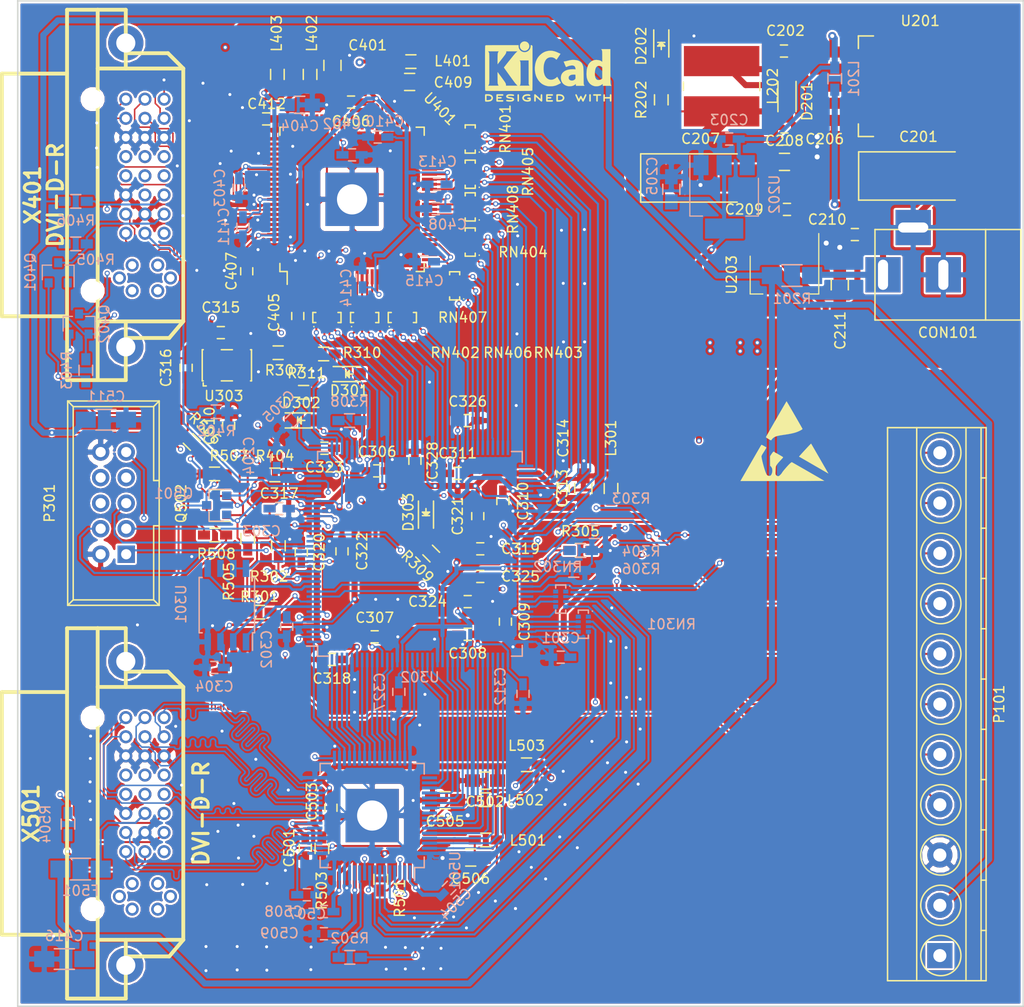
<source format=kicad_pcb>
(kicad_pcb (version 20160815) (host pcbnew "(2016-12-16 revision f631ae27b)-master")

  (general
    (links 476)
    (no_connects 0)
    (area 18.088499 19.924999 120.075001 120.075001)
    (thickness 1.6)
    (drawings 5)
    (tracks 4929)
    (zones 0)
    (modules 138)
    (nets 238)
  )

  (page A4)
  (layers
    (0 F.Cu signal)
    (1 In1.Cu signal)
    (2 In2.Cu signal)
    (31 B.Cu signal)
    (32 B.Adhes user)
    (33 F.Adhes user)
    (34 B.Paste user)
    (35 F.Paste user)
    (36 B.SilkS user)
    (37 F.SilkS user)
    (38 B.Mask user)
    (39 F.Mask user)
    (40 Dwgs.User user)
    (41 Cmts.User user)
    (42 Eco1.User user)
    (43 Eco2.User user)
    (44 Edge.Cuts user)
    (45 Margin user)
    (46 B.CrtYd user)
    (47 F.CrtYd user)
    (48 B.Fab user hide)
    (49 F.Fab user hide)
  )

  (setup
    (last_trace_width 0.6)
    (user_trace_width 0.15)
    (user_trace_width 0.2)
    (user_trace_width 0.4)
    (user_trace_width 0.6)
    (user_trace_width 1.5)
    (trace_clearance 0.152)
    (zone_clearance 0.2)
    (zone_45_only no)
    (trace_min 0.15)
    (segment_width 0.2)
    (edge_width 0.15)
    (via_size 0.5)
    (via_drill 0.3)
    (via_min_size 0.5)
    (via_min_drill 0.3)
    (user_via 0.5 0.3)
    (user_via 0.8 0.5)
    (uvia_size 0.3)
    (uvia_drill 0.1)
    (uvias_allowed no)
    (uvia_min_size 0.2)
    (uvia_min_drill 0.1)
    (pcb_text_width 0.3)
    (pcb_text_size 1.5 1.5)
    (mod_edge_width 0.15)
    (mod_text_size 1 1)
    (mod_text_width 0.15)
    (pad_size 3 3)
    (pad_drill 3)
    (pad_to_mask_clearance 0.2)
    (aux_axis_origin 0 0)
    (grid_origin 20 120.025)
    (visible_elements FFFFFFFF)
    (pcbplotparams
      (layerselection 0x010f0_ffffffff)
      (usegerberextensions false)
      (excludeedgelayer true)
      (linewidth 0.100000)
      (plotframeref false)
      (viasonmask false)
      (mode 1)
      (useauxorigin false)
      (hpglpennumber 1)
      (hpglpenspeed 20)
      (hpglpendiameter 15)
      (psnegative false)
      (psa4output false)
      (plotreference true)
      (plotvalue true)
      (plotinvisibletext false)
      (padsonsilk false)
      (subtractmaskfromsilk false)
      (outputformat 1)
      (mirror false)
      (drillshape 0)
      (scaleselection 1)
      (outputdirectory gerber/))
  )

  (net 0 "")
  (net 1 /power/VIN)
  (net 2 GND)
  (net 3 "Net-(C202-Pad2)")
  (net 4 +2V5)
  (net 5 +3V3)
  (net 6 +1V2)
  (net 7 +V_IO)
  (net 8 /dvi_out/TVDD)
  (net 9 "Net-(D201-Pad1)")
  (net 10 "Net-(D202-Pad2)")
  (net 11 "Net-(F501-Pad1)")
  (net 12 +5V)
  (net 13 /GPIO0)
  (net 14 /GPIO1)
  (net 15 /GPIO2)
  (net 16 /GPIO3)
  (net 17 /GPIO4)
  (net 18 /GPIO5)
  (net 19 /GPIO6)
  (net 20 /GPIO7)
  (net 21 "Net-(P301-Pad9)")
  (net 22 "Net-(P301-Pad8)")
  (net 23 "Net-(P301-Pad7)")
  (net 24 "Net-(P301-Pad6)")
  (net 25 "Net-(P301-Pad5)")
  (net 26 "Net-(P301-Pad3)")
  (net 27 "Net-(P301-Pad1)")
  (net 28 /dvi_in/DDCDAT_IN)
  (net 29 /dvi_in/DDCCLK_IN)
  (net 30 /dvi_out/DDCDAT)
  (net 31 /dvi_out/DDCCLK)
  (net 32 "Net-(R301-Pad1)")
  (net 33 "Net-(R302-Pad1)")
  (net 34 "Net-(R303-Pad1)")
  (net 35 "Net-(R304-Pad1)")
  (net 36 "Net-(R305-Pad1)")
  (net 37 "Net-(R306-Pad1)")
  (net 38 /fpga/CLK50)
  (net 39 "Net-(R307-Pad2)")
  (net 40 /dvi_out/TXCLK+)
  (net 41 "Net-(R308-Pad1)")
  (net 42 /fpga/CLKIN)
  (net 43 /dvi_in/HOTPLUG)
  (net 44 "Net-(R501-Pad1)")
  (net 45 /dvi_out/MSEN)
  (net 46 "Net-(R503-Pad2)")
  (net 47 /dvi_out/HOTPLUG)
  (net 48 "Net-(R504-Pad1)")
  (net 49 "Net-(RN301-Pad7)")
  (net 50 "Net-(RN301-Pad6)")
  (net 51 "Net-(RN301-Pad5)")
  (net 52 "Net-(RN301-Pad8)")
  (net 53 /dvi_out/CTL1)
  (net 54 /dvi_out/DE)
  (net 55 /dvi_out/VSYNC)
  (net 56 /dvi_out/HSYNC)
  (net 57 /dvi_out/CTL2)
  (net 58 /dvi_out/CTL3)
  (net 59 "Net-(RN302-Pad8)")
  (net 60 "Net-(RN302-Pad5)")
  (net 61 "Net-(RN302-Pad6)")
  (net 62 "Net-(RN302-Pad7)")
  (net 63 /dvi_in/DE)
  (net 64 /dvi_in/VSYNC)
  (net 65 /dvi_in/HSYNC)
  (net 66 "Net-(RN401-Pad4)")
  (net 67 "Net-(RN401-Pad8)")
  (net 68 "Net-(RN401-Pad5)")
  (net 69 "Net-(RN401-Pad6)")
  (net 70 "Net-(RN401-Pad7)")
  (net 71 "Net-(RN402-Pad7)")
  (net 72 "Net-(RN402-Pad6)")
  (net 73 "Net-(RN402-Pad5)")
  (net 74 "Net-(RN402-Pad8)")
  (net 75 /dvi_in/DATI3)
  (net 76 /dvi_in/DATI2)
  (net 77 /dvi_in/DATI1)
  (net 78 /dvi_in/DATI0)
  (net 79 "Net-(RN403-Pad7)")
  (net 80 "Net-(RN403-Pad6)")
  (net 81 "Net-(RN403-Pad5)")
  (net 82 "Net-(RN403-Pad8)")
  (net 83 /dvi_in/DATI11)
  (net 84 /dvi_in/DATI10)
  (net 85 /dvi_in/DATI9)
  (net 86 /dvi_in/DATI8)
  (net 87 "Net-(RN404-Pad7)")
  (net 88 "Net-(RN404-Pad6)")
  (net 89 "Net-(RN404-Pad5)")
  (net 90 "Net-(RN404-Pad8)")
  (net 91 /dvi_in/DATI19)
  (net 92 /dvi_in/DATI18)
  (net 93 /dvi_in/DATI17)
  (net 94 /dvi_in/DATI16)
  (net 95 "Net-(RN405-Pad7)")
  (net 96 "Net-(RN405-Pad6)")
  (net 97 "Net-(RN405-Pad5)")
  (net 98 "Net-(RN405-Pad8)")
  (net 99 /dvi_in/CTL3)
  (net 100 /dvi_in/CTL2)
  (net 101 /dvi_in/CTL1)
  (net 102 /dvi_in/DATI4)
  (net 103 /dvi_in/DATI5)
  (net 104 /dvi_in/DATI6)
  (net 105 /dvi_in/DATI7)
  (net 106 "Net-(RN406-Pad8)")
  (net 107 "Net-(RN406-Pad5)")
  (net 108 "Net-(RN406-Pad6)")
  (net 109 "Net-(RN406-Pad7)")
  (net 110 /dvi_in/DATI12)
  (net 111 /dvi_in/DATI13)
  (net 112 /dvi_in/DATI14)
  (net 113 /dvi_in/DATI15)
  (net 114 "Net-(RN407-Pad8)")
  (net 115 "Net-(RN407-Pad5)")
  (net 116 "Net-(RN407-Pad6)")
  (net 117 "Net-(RN407-Pad7)")
  (net 118 /dvi_in/DATI20)
  (net 119 /dvi_in/DATI21)
  (net 120 /dvi_in/DATI22)
  (net 121 /dvi_in/DATI23)
  (net 122 "Net-(RN408-Pad8)")
  (net 123 "Net-(RN408-Pad5)")
  (net 124 "Net-(RN408-Pad6)")
  (net 125 "Net-(RN408-Pad7)")
  (net 126 /dvi_out/DATO4)
  (net 127 /dvi_out/DATO5)
  (net 128 /dvi_out/DATO6)
  (net 129 /dvi_out/DATO7)
  (net 130 /dvi_out/DATO12)
  (net 131 /dvi_out/DATO13)
  (net 132 /dvi_out/DATO14)
  (net 133 /dvi_out/DATO15)
  (net 134 /dvi_out/DATO20)
  (net 135 /dvi_out/DATO21)
  (net 136 /dvi_out/DATO22)
  (net 137 /dvi_out/DATO23)
  (net 138 /dvi_out/DATO3)
  (net 139 /dvi_out/DATO2)
  (net 140 /dvi_out/DATO1)
  (net 141 /dvi_out/DATO0)
  (net 142 /dvi_out/DATO11)
  (net 143 /dvi_out/DATO10)
  (net 144 /dvi_out/DATO9)
  (net 145 /dvi_out/DATO8)
  (net 146 /dvi_out/DATO19)
  (net 147 /dvi_out/DATO18)
  (net 148 /dvi_out/DATO17)
  (net 149 /dvi_out/DATO16)
  (net 150 /fpga/DCLK)
  (net 151 /fpga/ASDI)
  (net 152 /fpga/DATA)
  (net 153 /fpga/nCS)
  (net 154 "Net-(U302-Pad127)")
  (net 155 /dvi_in/LINK_ACT)
  (net 156 /dvi_in/PDOWN)
  (net 157 /dvi_out/EDGE)
  (net 158 /dvi_out/DKEN)
  (net 159 "Net-(U303-Pad1)")
  (net 160 "Net-(U401-Pad96)")
  (net 161 /dvi_in/RxC-)
  (net 162 /dvi_in/RxC+)
  (net 163 /dvi_in/Rx0+)
  (net 164 /dvi_in/Rx1-)
  (net 165 /dvi_in/Rx1+)
  (net 166 /dvi_in/Rx2-)
  (net 167 /dvi_in/Rx2+)
  (net 168 "Net-(U401-Pad77)")
  (net 169 "Net-(U401-Pad75)")
  (net 170 "Net-(U401-Pad74)")
  (net 171 "Net-(U401-Pad73)")
  (net 172 "Net-(U401-Pad72)")
  (net 173 "Net-(U401-Pad71)")
  (net 174 "Net-(U401-Pad70)")
  (net 175 "Net-(U401-Pad69)")
  (net 176 "Net-(U401-Pad66)")
  (net 177 "Net-(U401-Pad65)")
  (net 178 "Net-(U401-Pad64)")
  (net 179 "Net-(U401-Pad63)")
  (net 180 "Net-(U401-Pad62)")
  (net 181 "Net-(U401-Pad61)")
  (net 182 "Net-(U401-Pad60)")
  (net 183 "Net-(U401-Pad59)")
  (net 184 "Net-(U401-Pad56)")
  (net 185 "Net-(U401-Pad55)")
  (net 186 "Net-(U401-Pad54)")
  (net 187 "Net-(U401-Pad53)")
  (net 188 "Net-(U401-Pad52)")
  (net 189 "Net-(U401-Pad51)")
  (net 190 "Net-(U401-Pad50)")
  (net 191 "Net-(U401-Pad49)")
  (net 192 "Net-(U501-Pad56)")
  (net 193 "Net-(U501-Pad49)")
  (net 194 /dvi_out/TX2+)
  (net 195 /dvi_out/TX2-)
  (net 196 /dvi_out/TX1+)
  (net 197 /dvi_out/TX1-)
  (net 198 /dvi_out/TX0+)
  (net 199 /dvi_out/TX0-)
  (net 200 /dvi_out/TXC+)
  (net 201 /dvi_out/TXC-)
  (net 202 "Net-(X401-Pad8)")
  (net 203 "Net-(X401-Pad21)")
  (net 204 "Net-(X401-Pad20)")
  (net 205 "Net-(X401-Pad14)")
  (net 206 "Net-(X401-Pad13)")
  (net 207 "Net-(X401-Pad12)")
  (net 208 "Net-(X401-Pad5)")
  (net 209 "Net-(X401-Pad4)")
  (net 210 "Net-(X501-Pad4)")
  (net 211 "Net-(X501-Pad5)")
  (net 212 "Net-(X501-Pad12)")
  (net 213 "Net-(X501-Pad13)")
  (net 214 "Net-(X501-Pad20)")
  (net 215 "Net-(X501-Pad21)")
  (net 216 "Net-(X501-Pad8)")
  (net 217 "Net-(D301-Pad2)")
  (net 218 "Net-(D302-Pad2)")
  (net 219 "Net-(D303-Pad2)")
  (net 220 /dvi_in/Rx0-)
  (net 221 "Net-(U302-Pad99)")
  (net 222 "Net-(U302-Pad84)")
  (net 223 "Net-(U302-Pad83)")
  (net 224 "Net-(RN302-Pad1)")
  (net 225 "Net-(D301-Pad1)")
  (net 226 "Net-(D302-Pad1)")
  (net 227 "Net-(D303-Pad1)")
  (net 228 "Net-(RN301-Pad1)")
  (net 229 /dvi_in/PVDD)
  (net 230 /dvi_in/DVDD)
  (net 231 /dvi_in/AVDD)
  (net 232 /dvi_out/DVDD)
  (net 233 /dvi_out/PVDD)
  (net 234 /dvi_out/DDCDAT_)
  (net 235 /dvi_out/DDCCLK_)
  (net 236 /dvi_in/DDCDAT_)
  (net 237 /dvi_in/DDCCLK_)

  (net_class Default "This is the default net class."
    (clearance 0.152)
    (trace_width 0.2)
    (via_dia 0.5)
    (via_drill 0.3)
    (uvia_dia 0.3)
    (uvia_drill 0.1)
    (diff_pair_gap 0.25)
    (diff_pair_width 0.2)
    (add_net +1V2)
    (add_net +2V5)
    (add_net +3V3)
    (add_net +5V)
    (add_net +V_IO)
    (add_net /GPIO0)
    (add_net /GPIO1)
    (add_net /GPIO2)
    (add_net /GPIO3)
    (add_net /GPIO4)
    (add_net /GPIO5)
    (add_net /GPIO6)
    (add_net /GPIO7)
    (add_net /dvi_in/AVDD)
    (add_net /dvi_in/CTL1)
    (add_net /dvi_in/CTL2)
    (add_net /dvi_in/CTL3)
    (add_net /dvi_in/DATI0)
    (add_net /dvi_in/DATI1)
    (add_net /dvi_in/DATI10)
    (add_net /dvi_in/DATI11)
    (add_net /dvi_in/DATI12)
    (add_net /dvi_in/DATI13)
    (add_net /dvi_in/DATI14)
    (add_net /dvi_in/DATI15)
    (add_net /dvi_in/DATI16)
    (add_net /dvi_in/DATI17)
    (add_net /dvi_in/DATI18)
    (add_net /dvi_in/DATI19)
    (add_net /dvi_in/DATI2)
    (add_net /dvi_in/DATI20)
    (add_net /dvi_in/DATI21)
    (add_net /dvi_in/DATI22)
    (add_net /dvi_in/DATI23)
    (add_net /dvi_in/DATI3)
    (add_net /dvi_in/DATI4)
    (add_net /dvi_in/DATI5)
    (add_net /dvi_in/DATI6)
    (add_net /dvi_in/DATI7)
    (add_net /dvi_in/DATI8)
    (add_net /dvi_in/DATI9)
    (add_net /dvi_in/DDCCLK_)
    (add_net /dvi_in/DDCCLK_IN)
    (add_net /dvi_in/DDCDAT_)
    (add_net /dvi_in/DDCDAT_IN)
    (add_net /dvi_in/DE)
    (add_net /dvi_in/DVDD)
    (add_net /dvi_in/HOTPLUG)
    (add_net /dvi_in/HSYNC)
    (add_net /dvi_in/LINK_ACT)
    (add_net /dvi_in/PDOWN)
    (add_net /dvi_in/PVDD)
    (add_net /dvi_in/Rx0+)
    (add_net /dvi_in/Rx0-)
    (add_net /dvi_in/Rx1+)
    (add_net /dvi_in/Rx1-)
    (add_net /dvi_in/Rx2+)
    (add_net /dvi_in/Rx2-)
    (add_net /dvi_in/RxC+)
    (add_net /dvi_in/RxC-)
    (add_net /dvi_in/VSYNC)
    (add_net /dvi_out/CTL1)
    (add_net /dvi_out/CTL2)
    (add_net /dvi_out/CTL3)
    (add_net /dvi_out/DATO0)
    (add_net /dvi_out/DATO1)
    (add_net /dvi_out/DATO10)
    (add_net /dvi_out/DATO11)
    (add_net /dvi_out/DATO12)
    (add_net /dvi_out/DATO13)
    (add_net /dvi_out/DATO14)
    (add_net /dvi_out/DATO15)
    (add_net /dvi_out/DATO16)
    (add_net /dvi_out/DATO17)
    (add_net /dvi_out/DATO18)
    (add_net /dvi_out/DATO19)
    (add_net /dvi_out/DATO2)
    (add_net /dvi_out/DATO20)
    (add_net /dvi_out/DATO21)
    (add_net /dvi_out/DATO22)
    (add_net /dvi_out/DATO23)
    (add_net /dvi_out/DATO3)
    (add_net /dvi_out/DATO4)
    (add_net /dvi_out/DATO5)
    (add_net /dvi_out/DATO6)
    (add_net /dvi_out/DATO7)
    (add_net /dvi_out/DATO8)
    (add_net /dvi_out/DATO9)
    (add_net /dvi_out/DDCCLK)
    (add_net /dvi_out/DDCCLK_)
    (add_net /dvi_out/DDCDAT)
    (add_net /dvi_out/DDCDAT_)
    (add_net /dvi_out/DE)
    (add_net /dvi_out/DKEN)
    (add_net /dvi_out/DVDD)
    (add_net /dvi_out/EDGE)
    (add_net /dvi_out/HOTPLUG)
    (add_net /dvi_out/HSYNC)
    (add_net /dvi_out/MSEN)
    (add_net /dvi_out/PVDD)
    (add_net /dvi_out/TVDD)
    (add_net /dvi_out/TX0+)
    (add_net /dvi_out/TX0-)
    (add_net /dvi_out/TX1+)
    (add_net /dvi_out/TX1-)
    (add_net /dvi_out/TX2+)
    (add_net /dvi_out/TX2-)
    (add_net /dvi_out/TXC+)
    (add_net /dvi_out/TXC-)
    (add_net /dvi_out/TXCLK+)
    (add_net /dvi_out/VSYNC)
    (add_net /fpga/ASDI)
    (add_net /fpga/CLK50)
    (add_net /fpga/CLKIN)
    (add_net /fpga/DATA)
    (add_net /fpga/DCLK)
    (add_net /fpga/nCS)
    (add_net /power/VIN)
    (add_net GND)
    (add_net "Net-(C202-Pad2)")
    (add_net "Net-(D201-Pad1)")
    (add_net "Net-(D202-Pad2)")
    (add_net "Net-(D301-Pad1)")
    (add_net "Net-(D301-Pad2)")
    (add_net "Net-(D302-Pad1)")
    (add_net "Net-(D302-Pad2)")
    (add_net "Net-(D303-Pad1)")
    (add_net "Net-(D303-Pad2)")
    (add_net "Net-(F501-Pad1)")
    (add_net "Net-(P301-Pad1)")
    (add_net "Net-(P301-Pad3)")
    (add_net "Net-(P301-Pad5)")
    (add_net "Net-(P301-Pad6)")
    (add_net "Net-(P301-Pad7)")
    (add_net "Net-(P301-Pad8)")
    (add_net "Net-(P301-Pad9)")
    (add_net "Net-(R301-Pad1)")
    (add_net "Net-(R302-Pad1)")
    (add_net "Net-(R303-Pad1)")
    (add_net "Net-(R304-Pad1)")
    (add_net "Net-(R305-Pad1)")
    (add_net "Net-(R306-Pad1)")
    (add_net "Net-(R307-Pad2)")
    (add_net "Net-(R308-Pad1)")
    (add_net "Net-(R501-Pad1)")
    (add_net "Net-(R503-Pad2)")
    (add_net "Net-(R504-Pad1)")
    (add_net "Net-(RN301-Pad1)")
    (add_net "Net-(RN301-Pad5)")
    (add_net "Net-(RN301-Pad6)")
    (add_net "Net-(RN301-Pad7)")
    (add_net "Net-(RN301-Pad8)")
    (add_net "Net-(RN302-Pad1)")
    (add_net "Net-(RN302-Pad5)")
    (add_net "Net-(RN302-Pad6)")
    (add_net "Net-(RN302-Pad7)")
    (add_net "Net-(RN302-Pad8)")
    (add_net "Net-(RN401-Pad4)")
    (add_net "Net-(RN401-Pad5)")
    (add_net "Net-(RN401-Pad6)")
    (add_net "Net-(RN401-Pad7)")
    (add_net "Net-(RN401-Pad8)")
    (add_net "Net-(RN402-Pad5)")
    (add_net "Net-(RN402-Pad6)")
    (add_net "Net-(RN402-Pad7)")
    (add_net "Net-(RN402-Pad8)")
    (add_net "Net-(RN403-Pad5)")
    (add_net "Net-(RN403-Pad6)")
    (add_net "Net-(RN403-Pad7)")
    (add_net "Net-(RN403-Pad8)")
    (add_net "Net-(RN404-Pad5)")
    (add_net "Net-(RN404-Pad6)")
    (add_net "Net-(RN404-Pad7)")
    (add_net "Net-(RN404-Pad8)")
    (add_net "Net-(RN405-Pad5)")
    (add_net "Net-(RN405-Pad6)")
    (add_net "Net-(RN405-Pad7)")
    (add_net "Net-(RN405-Pad8)")
    (add_net "Net-(RN406-Pad5)")
    (add_net "Net-(RN406-Pad6)")
    (add_net "Net-(RN406-Pad7)")
    (add_net "Net-(RN406-Pad8)")
    (add_net "Net-(RN407-Pad5)")
    (add_net "Net-(RN407-Pad6)")
    (add_net "Net-(RN407-Pad7)")
    (add_net "Net-(RN407-Pad8)")
    (add_net "Net-(RN408-Pad5)")
    (add_net "Net-(RN408-Pad6)")
    (add_net "Net-(RN408-Pad7)")
    (add_net "Net-(RN408-Pad8)")
    (add_net "Net-(U302-Pad127)")
    (add_net "Net-(U302-Pad83)")
    (add_net "Net-(U302-Pad84)")
    (add_net "Net-(U302-Pad99)")
    (add_net "Net-(U303-Pad1)")
    (add_net "Net-(U401-Pad49)")
    (add_net "Net-(U401-Pad50)")
    (add_net "Net-(U401-Pad51)")
    (add_net "Net-(U401-Pad52)")
    (add_net "Net-(U401-Pad53)")
    (add_net "Net-(U401-Pad54)")
    (add_net "Net-(U401-Pad55)")
    (add_net "Net-(U401-Pad56)")
    (add_net "Net-(U401-Pad59)")
    (add_net "Net-(U401-Pad60)")
    (add_net "Net-(U401-Pad61)")
    (add_net "Net-(U401-Pad62)")
    (add_net "Net-(U401-Pad63)")
    (add_net "Net-(U401-Pad64)")
    (add_net "Net-(U401-Pad65)")
    (add_net "Net-(U401-Pad66)")
    (add_net "Net-(U401-Pad69)")
    (add_net "Net-(U401-Pad70)")
    (add_net "Net-(U401-Pad71)")
    (add_net "Net-(U401-Pad72)")
    (add_net "Net-(U401-Pad73)")
    (add_net "Net-(U401-Pad74)")
    (add_net "Net-(U401-Pad75)")
    (add_net "Net-(U401-Pad77)")
    (add_net "Net-(U401-Pad96)")
    (add_net "Net-(U501-Pad49)")
    (add_net "Net-(U501-Pad56)")
    (add_net "Net-(X401-Pad12)")
    (add_net "Net-(X401-Pad13)")
    (add_net "Net-(X401-Pad14)")
    (add_net "Net-(X401-Pad20)")
    (add_net "Net-(X401-Pad21)")
    (add_net "Net-(X401-Pad4)")
    (add_net "Net-(X401-Pad5)")
    (add_net "Net-(X401-Pad8)")
    (add_net "Net-(X501-Pad12)")
    (add_net "Net-(X501-Pad13)")
    (add_net "Net-(X501-Pad20)")
    (add_net "Net-(X501-Pad21)")
    (add_net "Net-(X501-Pad4)")
    (add_net "Net-(X501-Pad5)")
    (add_net "Net-(X501-Pad8)")
  )

  (module Capacitors_Tantalum_SMD:Tantalum_Case-D_EIA-7343-31_Hand (layer F.Cu) (tedit 57B6E980) (tstamp 586EAA66)
    (at 87.9 37.625)
    (descr "Tantalum capacitor, Case D, EIA 7343-31, 7.3x4.3x2.8mm, Hand soldering footprint")
    (tags "capacitor tantalum smd")
    (path /5839A46D/5839CB5E)
    (attr smd)
    (fp_text reference C207 (at 0 -3.9) (layer F.SilkS)
      (effects (font (size 1 1) (thickness 0.15)))
    )
    (fp_text value 100u (at 0 3.9) (layer F.Fab)
      (effects (font (size 1 1) (thickness 0.15)))
    )
    (fp_line (start -6.05 -2.5) (end -6.05 2.5) (layer F.CrtYd) (width 0.05))
    (fp_line (start -6.05 2.5) (end 6.05 2.5) (layer F.CrtYd) (width 0.05))
    (fp_line (start 6.05 2.5) (end 6.05 -2.5) (layer F.CrtYd) (width 0.05))
    (fp_line (start 6.05 -2.5) (end -6.05 -2.5) (layer F.CrtYd) (width 0.05))
    (fp_line (start -3.65 -2.15) (end -3.65 2.15) (layer F.Fab) (width 0.15))
    (fp_line (start -3.65 2.15) (end 3.65 2.15) (layer F.Fab) (width 0.15))
    (fp_line (start 3.65 2.15) (end 3.65 -2.15) (layer F.Fab) (width 0.15))
    (fp_line (start 3.65 -2.15) (end -3.65 -2.15) (layer F.Fab) (width 0.15))
    (fp_line (start -2.92 -2.15) (end -2.92 2.15) (layer F.Fab) (width 0.15))
    (fp_line (start -2.555 -2.15) (end -2.555 2.15) (layer F.Fab) (width 0.15))
    (fp_line (start -5.95 -2.4) (end 3.65 -2.4) (layer F.SilkS) (width 0.15))
    (fp_line (start -5.95 2.4) (end 3.65 2.4) (layer F.SilkS) (width 0.15))
    (fp_line (start -5.95 -2.4) (end -5.95 2.4) (layer F.SilkS) (width 0.15))
    (pad 1 smd rect (at -3.775 0) (size 3.75 2.7) (layers F.Cu F.Paste F.Mask)
      (net 5 +3V3))
    (pad 2 smd rect (at 3.775 0) (size 3.75 2.7) (layers F.Cu F.Paste F.Mask)
      (net 2 GND))
    (model Capacitors_Tantalum_SMD.3dshapes/Tantalum_Case-D_EIA-7343-31.wrl
      (at (xyz 0 0 0))
      (scale (xyz 1 1 1))
      (rotate (xyz 0 0 0))
    )
  )

  (module artwork:shimatta_std (layer F.Cu) (tedit 0) (tstamp 58695997)
    (at 89.5 112.525)
    (fp_text reference G*** (at 0 0) (layer F.SilkS) hide
      (effects (font (thickness 0.3)))
    )
    (fp_text value LOGO (at 0.75 0) (layer F.SilkS) hide
      (effects (font (thickness 0.3)))
    )
    (fp_poly (pts (xy 10.868794 -0.34663) (xy 10.940082 -0.344725) (xy 11.001581 -0.340759) (xy 11.054456 -0.334558)
      (xy 11.099874 -0.325943) (xy 11.138999 -0.314739) (xy 11.172997 -0.300768) (xy 11.203034 -0.283854)
      (xy 11.230276 -0.263821) (xy 11.255887 -0.240491) (xy 11.256462 -0.239919) (xy 11.289334 -0.201111)
      (xy 11.312259 -0.15891) (xy 11.326574 -0.110035) (xy 11.333618 -0.05121) (xy 11.333643 -0.0508)
      (xy 11.332569 0.023291) (xy 11.320361 0.089289) (xy 11.297275 0.146655) (xy 11.263566 0.19485)
      (xy 11.219491 0.233333) (xy 11.190884 0.250184) (xy 11.170271 0.260221) (xy 11.150623 0.268525)
      (xy 11.130272 0.275304) (xy 11.107549 0.280766) (xy 11.080783 0.285117) (xy 11.048306 0.288565)
      (xy 11.008448 0.291317) (xy 10.959541 0.29358) (xy 10.899914 0.295563) (xy 10.827899 0.297472)
      (xy 10.805885 0.298007) (xy 10.501253 0.308642) (xy 10.207708 0.325718) (xy 9.923258 0.349393)
      (xy 9.645907 0.379823) (xy 9.470624 0.402998) (xy 9.411807 0.410902) (xy 9.364278 0.416192)
      (xy 9.325062 0.418954) (xy 9.291185 0.41927) (xy 9.259672 0.417223) (xy 9.227549 0.412897)
      (xy 9.212169 0.410241) (xy 9.144467 0.392017) (xy 9.087321 0.363849) (xy 9.040745 0.325747)
      (xy 9.004755 0.277724) (xy 8.992925 0.254871) (xy 8.980849 0.218141) (xy 8.973005 0.172373)
      (xy 8.969757 0.122517) (xy 8.971468 0.073524) (xy 8.976926 0.037019) (xy 8.997827 -0.025291)
      (xy 9.0312 -0.080963) (xy 9.075937 -0.128488) (xy 9.122686 -0.16171) (xy 9.147207 -0.17458)
      (xy 9.175393 -0.186432) (xy 9.208483 -0.197521) (xy 9.247713 -0.208107) (xy 9.294321 -0.218445)
      (xy 9.349544 -0.228794) (xy 9.414619 -0.23941) (xy 9.490782 -0.250551) (xy 9.579273 -0.262474)
      (xy 9.652 -0.271774) (xy 9.800914 -0.289224) (xy 9.950405 -0.304133) (xy 10.103324 -0.316716)
      (xy 10.262527 -0.327186) (xy 10.430867 -0.335758) (xy 10.584543 -0.341755) (xy 10.69219 -0.344969)
      (xy 10.786552 -0.346653) (xy 10.868794 -0.34663)) (layer F.Mask) (width 0.01))
    (fp_poly (pts (xy 3.280686 -0.880939) (xy 3.34556 -0.879771) (xy 3.402872 -0.877617) (xy 3.449973 -0.87446)
      (xy 3.472543 -0.872037) (xy 3.61367 -0.849571) (xy 3.744701 -0.82007) (xy 3.868701 -0.782621)
      (xy 3.988736 -0.73631) (xy 4.096467 -0.686017) (xy 4.193868 -0.632986) (xy 4.288297 -0.574006)
      (xy 4.3772 -0.510941) (xy 4.458022 -0.445653) (xy 4.528209 -0.380007) (xy 4.555365 -0.351156)
      (xy 4.639992 -0.246318) (xy 4.713364 -0.13273) (xy 4.774921 -0.011455) (xy 4.824102 0.116443)
      (xy 4.850885 0.209423) (xy 4.879181 0.347701) (xy 4.896607 0.490707) (xy 4.903125 0.635529)
      (xy 4.898699 0.779253) (xy 4.88329 0.918966) (xy 4.861451 1.032728) (xy 4.824346 1.160933)
      (xy 4.77372 1.287533) (xy 4.710565 1.41087) (xy 4.635874 1.529285) (xy 4.550639 1.641117)
      (xy 4.455854 1.744709) (xy 4.40832 1.79005) (xy 4.299338 1.882172) (xy 4.177612 1.971762)
      (xy 4.04482 2.057926) (xy 3.902638 2.139772) (xy 3.752745 2.216408) (xy 3.596818 2.286942)
      (xy 3.436534 2.350482) (xy 3.27357 2.406135) (xy 3.218543 2.422898) (xy 3.139899 2.444368)
      (xy 3.049468 2.466013) (xy 2.949959 2.487315) (xy 2.844082 2.507761) (xy 2.734547 2.526832)
      (xy 2.624065 2.544015) (xy 2.515345 2.558792) (xy 2.485571 2.56243) (xy 2.428012 2.568359)
      (xy 2.365313 2.573218) (xy 2.299907 2.576957) (xy 2.234229 2.579525) (xy 2.17071 2.580872)
      (xy 2.111786 2.580947) (xy 2.05989 2.579698) (xy 2.017454 2.577077) (xy 1.986913 2.573032)
      (xy 1.985844 2.572813) (xy 1.91558 2.552339) (xy 1.8565 2.522842) (xy 1.808841 2.484627)
      (xy 1.772841 2.437998) (xy 1.748736 2.38326) (xy 1.736764 2.320717) (xy 1.736929 2.253327)
      (xy 1.748307 2.186275) (xy 1.77048 2.128668) (xy 1.803758 2.079916) (xy 1.848452 2.039427)
      (xy 1.849677 2.038544) (xy 1.877767 2.020506) (xy 1.908228 2.005555) (xy 1.943115 1.993169)
      (xy 1.984481 1.982826) (xy 2.034379 1.974007) (xy 2.094863 1.966188) (xy 2.161084 1.959481)
      (xy 2.311846 1.944454) (xy 2.450169 1.928139) (xy 2.578102 1.910074) (xy 2.697697 1.889796)
      (xy 2.811005 1.866842) (xy 2.920076 1.84075) (xy 3.026962 1.811058) (xy 3.133714 1.777303)
      (xy 3.242382 1.739022) (xy 3.355017 1.695754) (xy 3.386254 1.683205) (xy 3.439042 1.660814)
      (xy 3.498085 1.634078) (xy 3.560068 1.604637) (xy 3.621674 1.574131) (xy 3.679588 1.5442)
      (xy 3.730494 1.516484) (xy 3.76929 1.493734) (xy 3.863531 1.428613) (xy 3.952139 1.353949)
      (xy 4.033116 1.271853) (xy 4.104465 1.184435) (xy 4.16419 1.093803) (xy 4.186568 1.052873)
      (xy 4.225348 0.967344) (xy 4.253373 0.882119) (xy 4.271449 0.793702) (xy 4.280379 0.698597)
      (xy 4.281685 0.639641) (xy 4.277001 0.527464) (xy 4.262763 0.425302) (xy 4.238591 0.331924)
      (xy 4.204105 0.2461) (xy 4.158926 0.166599) (xy 4.119 0.11188) (xy 4.060291 0.048463)
      (xy 3.988142 -0.012032) (xy 3.902275 -0.06981) (xy 3.802411 -0.125073) (xy 3.778387 -0.136985)
      (xy 3.681686 -0.179417) (xy 3.583439 -0.212975) (xy 3.48168 -0.237992) (xy 3.374444 -0.254803)
      (xy 3.259766 -0.263742) (xy 3.13568 -0.265143) (xy 3.043531 -0.261888) (xy 2.888029 -0.251649)
      (xy 2.734088 -0.236994) (xy 2.580213 -0.217612) (xy 2.424912 -0.193189) (xy 2.26669 -0.163413)
      (xy 2.104054 -0.127969) (xy 1.93551 -0.086547) (xy 1.759564 -0.038832) (xy 1.574722 0.015488)
      (xy 1.379491 0.076726) (xy 1.29428 0.104504) (xy 1.212487 0.131377) (xy 1.14306 0.153997)
      (xy 1.08461 0.172751) (xy 1.035751 0.188021) (xy 0.995094 0.200194) (xy 0.961252 0.209655)
      (xy 0.932836 0.216787) (xy 0.908459 0.221977) (xy 0.886733 0.225608) (xy 0.86627 0.228067)
      (xy 0.845683 0.229737) (xy 0.841828 0.229985) (xy 0.770694 0.22918) (xy 0.705988 0.217912)
      (xy 0.648912 0.196762) (xy 0.60067 0.166307) (xy 0.562463 0.127129) (xy 0.536857 0.083059)
      (xy 0.516575 0.01964) (xy 0.509485 -0.04353) (xy 0.515258 -0.10471) (xy 0.533566 -0.162158)
      (xy 0.564078 -0.214131) (xy 0.6005 -0.25372) (xy 0.627556 -0.275729) (xy 0.658526 -0.29656)
      (xy 0.694993 -0.316941) (xy 0.738543 -0.337601) (xy 0.790758 -0.359268) (xy 0.853223 -0.382671)
      (xy 0.927522 -0.40854) (xy 0.962785 -0.420363) (xy 1.235996 -0.508259) (xy 1.498548 -0.586824)
      (xy 1.750821 -0.656148) (xy 1.993199 -0.71632) (xy 2.226063 -0.767428) (xy 2.449796 -0.809563)
      (xy 2.664779 -0.842814) (xy 2.871395 -0.86727) (xy 2.881085 -0.868221) (xy 2.935666 -0.872605)
      (xy 2.998589 -0.876105) (xy 3.067203 -0.878706) (xy 3.138857 -0.88039) (xy 3.210902 -0.88114)
      (xy 3.280686 -0.880939)) (layer F.Mask) (width 0.01))
    (fp_poly (pts (xy 9.003608 1.085203) (xy 9.056887 1.097351) (xy 9.102289 1.118483) (xy 9.136442 1.144109)
      (xy 9.162501 1.170161) (xy 9.183639 1.197962) (xy 9.200436 1.229422) (xy 9.213471 1.266452)
      (xy 9.223323 1.310961) (xy 9.230572 1.364858) (xy 9.235796 1.430055) (xy 9.238428 1.480457)
      (xy 9.242463 1.556719) (xy 9.247451 1.620598) (xy 9.253768 1.674212) (xy 9.261789 1.719683)
      (xy 9.27189 1.759128) (xy 9.284448 1.794667) (xy 9.299837 1.828421) (xy 9.300281 1.8293)
      (xy 9.32368 1.861058) (xy 9.36009 1.889396) (xy 9.409773 1.914428) (xy 9.472988 1.936271)
      (xy 9.549997 1.955039) (xy 9.608457 1.96579) (xy 9.659854 1.973801) (xy 9.709141 1.980441)
      (xy 9.758607 1.98587) (xy 9.810543 1.990245) (xy 9.86724 1.993727) (xy 9.930987 1.996474)
      (xy 10.004074 1.998645) (xy 10.088793 2.000399) (xy 10.112828 2.000803) (xy 10.344931 2.000686)
      (xy 10.574631 1.992926) (xy 10.799511 1.977698) (xy 11.017155 1.955179) (xy 11.225147 1.925543)
      (xy 11.283945 1.915532) (xy 11.323332 1.909019) (xy 11.353394 1.905485) (xy 11.37896 1.904703)
      (xy 11.404859 1.906445) (xy 11.424674 1.908893) (xy 11.494816 1.923371) (xy 11.553352 1.946196)
      (xy 11.600789 1.977718) (xy 11.637635 2.018289) (xy 11.664396 2.068258) (xy 11.667708 2.076961)
      (xy 11.674691 2.105256) (xy 11.679662 2.14325) (xy 11.682423 2.186242) (xy 11.682775 2.229529)
      (xy 11.680518 2.26841) (xy 11.676827 2.29262) (xy 11.655383 2.357769) (xy 11.621693 2.415438)
      (xy 11.576172 2.465251) (xy 11.51923 2.506833) (xy 11.451281 2.539807) (xy 11.381702 2.561655)
      (xy 11.342402 2.569881) (xy 11.29029 2.578484) (xy 11.227059 2.587284) (xy 11.154403 2.596097)
      (xy 11.074012 2.604743) (xy 10.987579 2.61304) (xy 10.896797 2.620806) (xy 10.803359 2.62786)
      (xy 10.708955 2.634021) (xy 10.705281 2.63424) (xy 10.652261 2.63689) (xy 10.589033 2.639219)
      (xy 10.517978 2.641203) (xy 10.441476 2.642822) (xy 10.36191 2.644053) (xy 10.281658 2.644874)
      (xy 10.203102 2.645263) (xy 10.128622 2.645198) (xy 10.0606 2.644658) (xy 10.001415 2.643619)
      (xy 9.953449 2.64206) (xy 9.938657 2.641327) (xy 9.768481 2.628296) (xy 9.611394 2.609042)
      (xy 9.467369 2.583557) (xy 9.336381 2.551835) (xy 9.218402 2.51387) (xy 9.113406 2.469654)
      (xy 9.021367 2.419181) (xy 8.998233 2.404142) (xy 8.936306 2.355572) (xy 8.876387 2.295797)
      (xy 8.821128 2.228111) (xy 8.77318 2.155807) (xy 8.735198 2.08218) (xy 8.730868 2.072055)
      (xy 8.707215 2.00826) (xy 8.685371 1.936098) (xy 8.66712 1.861716) (xy 8.660844 1.8307)
      (xy 8.655793 1.795362) (xy 8.651582 1.749235) (xy 8.648253 1.695121) (xy 8.645849 1.635825)
      (xy 8.644412 1.574151) (xy 8.643985 1.512901) (xy 8.64461 1.45488) (xy 8.646328 1.402892)
      (xy 8.649184 1.359739) (xy 8.653218 1.328227) (xy 8.65325 1.328057) (xy 8.671645 1.258488)
      (xy 8.698511 1.200675) (xy 8.734046 1.154447) (xy 8.778447 1.119634) (xy 8.831912 1.096067)
      (xy 8.894638 1.083576) (xy 8.940188 1.081315) (xy 9.003608 1.085203)) (layer F.Mask) (width 0.01))
    (fp_poly (pts (xy -11.3068 -2.522042) (xy -11.243523 -2.508415) (xy -11.18998 -2.484867) (xy -11.145174 -2.450712)
      (xy -11.108109 -2.405266) (xy -11.077788 -2.347845) (xy -11.062557 -2.307771) (xy -11.061106 -2.303062)
      (xy -11.05976 -2.297493) (xy -11.058513 -2.290514) (xy -11.057361 -2.281571) (xy -11.056298 -2.270114)
      (xy -11.055319 -2.255589) (xy -11.054417 -2.237446) (xy -11.053589 -2.215132) (xy -11.052827 -2.188096)
      (xy -11.052128 -2.155784) (xy -11.051485 -2.117645) (xy -11.050893 -2.073128) (xy -11.050346 -2.02168)
      (xy -11.04984 -1.962749) (xy -11.049369 -1.895784) (xy -11.048927 -1.820232) (xy -11.048509 -1.735541)
      (xy -11.04811 -1.64116) (xy -11.047724 -1.536535) (xy -11.047346 -1.421117) (xy -11.04697 -1.294351)
      (xy -11.046591 -1.155687) (xy -11.046203 -1.004573) (xy -11.045802 -0.840455) (xy -11.045381 -0.662784)
      (xy -11.045055 -0.522514) (xy -11.044621 -0.331929) (xy -11.044228 -0.155283) (xy -11.043859 0.008)
      (xy -11.043503 0.158496) (xy -11.043145 0.296779) (xy -11.042771 0.423427) (xy -11.042368 0.539013)
      (xy -11.041921 0.644114) (xy -11.041417 0.739305) (xy -11.040843 0.825162) (xy -11.040184 0.90226)
      (xy -11.039426 0.971175) (xy -11.038556 1.032482) (xy -11.037561 1.086757) (xy -11.036425 1.134576)
      (xy -11.035136 1.176514) (xy -11.033679 1.213146) (xy -11.032041 1.245049) (xy -11.030209 1.272797)
      (xy -11.028167 1.296966) (xy -11.025903 1.318133) (xy -11.023403 1.336871) (xy -11.020653 1.353757)
      (xy -11.017638 1.369367) (xy -11.014346 1.384276) (xy -11.010763 1.399059) (xy -11.006874 1.414293)
      (xy -11.002666 1.430552) (xy -10.998125 1.448412) (xy -10.997798 1.449724) (xy -10.964594 1.558686)
      (xy -10.922022 1.656604) (xy -10.87005 1.743504) (xy -10.808644 1.819409) (xy -10.737771 1.884342)
      (xy -10.6574 1.938328) (xy -10.567497 1.98139) (xy -10.468029 2.013553) (xy -10.358964 2.03484)
      (xy -10.24027 2.045275) (xy -10.18084 2.046437) (xy -10.02365 2.040231) (xy -9.8725 2.021965)
      (xy -9.72797 1.991807) (xy -9.590642 1.949924) (xy -9.461096 1.896487) (xy -9.339913 1.831662)
      (xy -9.260323 1.779565) (xy -9.187902 1.722827) (xy -9.111738 1.652849) (xy -9.032329 1.570273)
      (xy -8.950172 1.475739) (xy -8.865765 1.369888) (xy -8.779606 1.253362) (xy -8.692193 1.126801)
      (xy -8.604024 0.990846) (xy -8.515598 0.846139) (xy -8.456603 0.744866) (xy -8.420295 0.681984)
      (xy -8.389599 0.630434) (xy -8.363414 0.588677) (xy -8.340642 0.555175) (xy -8.320185 0.52839)
      (xy -8.300944 0.506783) (xy -8.28182 0.488815) (xy -8.263208 0.474045) (xy -8.214168 0.444068)
      (xy -8.164588 0.42726) (xy -8.110878 0.422597) (xy -8.087241 0.423921) (xy -8.016328 0.43535)
      (xy -7.956351 0.456006) (xy -7.906749 0.48626) (xy -7.866959 0.526481) (xy -7.836418 0.57704)
      (xy -7.82912 0.593917) (xy -7.822484 0.612165) (xy -7.817901 0.630107) (xy -7.815007 0.650993)
      (xy -7.813441 0.678075) (xy -7.812837 0.714605) (xy -7.812785 0.740229) (xy -7.813068 0.783475)
      (xy -7.814142 0.815935) (xy -7.816453 0.841334) (xy -7.820449 0.863396) (xy -7.826575 0.885845)
      (xy -7.832408 0.903897) (xy -7.851583 0.954021) (xy -7.878322 1.012108) (xy -7.912937 1.078718)
      (xy -7.95574 1.154407) (xy -8.007042 1.239733) (xy -8.067153 1.335253) (xy -8.111874 1.404257)
      (xy -8.184605 1.512428) (xy -8.259972 1.618994) (xy -8.336751 1.722437) (xy -8.413714 1.821243)
      (xy -8.489636 1.913893) (xy -8.563289 1.998871) (xy -8.633448 2.07466) (xy -8.698886 2.139743)
      (xy -8.728507 2.166955) (xy -8.860206 2.275387) (xy -8.997401 2.370806) (xy -9.140585 2.453429)
      (xy -9.290251 2.523473) (xy -9.446893 2.581154) (xy -9.611006 2.626689) (xy -9.783083 2.660295)
      (xy -9.884229 2.674116) (xy -9.919679 2.67748) (xy -9.965044 2.680623) (xy -10.01747 2.683457)
      (xy -10.074102 2.685893) (xy -10.132084 2.687841) (xy -10.188562 2.689214) (xy -10.240682 2.689922)
      (xy -10.285588 2.689876) (xy -10.320426 2.688988) (xy -10.334172 2.688116) (xy -10.416848 2.680487)
      (xy -10.487731 2.672889) (xy -10.549531 2.664887) (xy -10.604963 2.656048) (xy -10.656738 2.645936)
      (xy -10.70757 2.634117) (xy -10.76017 2.620157) (xy -10.762343 2.61955) (xy -10.895114 2.575667)
      (xy -11.018016 2.521153) (xy -11.131009 2.456059) (xy -11.234049 2.380436) (xy -11.327095 2.294335)
      (xy -11.410105 2.197808) (xy -11.483037 2.090905) (xy -11.545849 1.973679) (xy -11.598497 1.84618)
      (xy -11.640942 1.708459) (xy -11.673139 1.560568) (xy -11.683136 1.4986) (xy -11.686392 1.47592)
      (xy -11.68941 1.453712) (xy -11.692198 1.431387) (xy -11.694765 1.408356) (xy -11.697119 1.384029)
      (xy -11.699267 1.357817) (xy -11.701218 1.32913) (xy -11.702981 1.29738) (xy -11.704563 1.261978)
      (xy -11.705972 1.222333) (xy -11.707217 1.177857) (xy -11.708306 1.12796) (xy -11.709247 1.072053)
      (xy -11.710049 1.009548) (xy -11.710719 0.939853) (xy -11.711265 0.862381) (xy -11.711696 0.776542)
      (xy -11.71202 0.681747) (xy -11.712245 0.577406) (xy -11.71238 0.46293) (xy -11.712432 0.337731)
      (xy -11.712409 0.201217) (xy -11.71232 0.052801) (xy -11.712174 -0.108106) (xy -11.711977 -0.282095)
      (xy -11.711739 -0.469755) (xy -11.711625 -0.555171) (xy -11.711372 -0.740789) (xy -11.711126 -0.912453)
      (xy -11.710882 -1.070721) (xy -11.710637 -1.216155) (xy -11.710384 -1.349313) (xy -11.71012 -1.470756)
      (xy -11.709839 -1.581042) (xy -11.709536 -1.680732) (xy -11.709207 -1.770386) (xy -11.708846 -1.850563)
      (xy -11.708449 -1.921822) (xy -11.708011 -1.984725) (xy -11.707527 -2.039829) (xy -11.706992 -2.087696)
      (xy -11.706401 -2.128884) (xy -11.70575 -2.163954) (xy -11.705033 -2.193465) (xy -11.704245 -2.217977)
      (xy -11.703382 -2.238049) (xy -11.70244 -2.254242) (xy -11.701412 -2.267115) (xy -11.700294 -2.277228)
      (xy -11.699081 -2.28514) (xy -11.697768 -2.291411) (xy -11.696452 -2.296269) (xy -11.671006 -2.363617)
      (xy -11.638473 -2.4186) (xy -11.598168 -2.461718) (xy -11.549406 -2.493472) (xy -11.491502 -2.514359)
      (xy -11.42377 -2.524881) (xy -11.380808 -2.526432) (xy -11.3068 -2.522042)) (layer F.Mask) (width 0.01))
    (fp_poly (pts (xy -3.559915 -2.67363) (xy -3.527662 -2.672116) (xy -3.502924 -2.669038) (xy -3.482216 -2.664033)
      (xy -3.470809 -2.660152) (xy -3.415622 -2.632162) (xy -3.368679 -2.592564) (xy -3.330749 -2.542186)
      (xy -3.302598 -2.481862) (xy -3.300523 -2.475831) (xy -3.296805 -2.464283) (xy -3.293693 -2.452885)
      (xy -3.291121 -2.440254) (xy -3.289024 -2.425013) (xy -3.287338 -2.405779) (xy -3.285999 -2.381174)
      (xy -3.284941 -2.349817) (xy -3.2841 -2.310328) (xy -3.283411 -2.261328) (xy -3.28281 -2.201435)
      (xy -3.282231 -2.129271) (xy -3.281853 -2.077347) (xy -3.279345 -1.727181) (xy -3.230801 -1.730904)
      (xy -3.206695 -1.732626) (xy -3.171856 -1.73495) (xy -3.130042 -1.737632) (xy -3.08501 -1.740429)
      (xy -3.058886 -1.74201) (xy -2.881272 -1.753814) (xy -2.698095 -1.768205) (xy -2.51397 -1.784758)
      (xy -2.333515 -1.803049) (xy -2.161343 -1.822655) (xy -2.104572 -1.829664) (xy -2.021747 -1.839307)
      (xy -1.951374 -1.845543) (xy -1.891768 -1.848244) (xy -1.841242 -1.847281) (xy -1.798109 -1.842527)
      (xy -1.760683 -1.833853) (xy -1.727278 -1.821131) (xy -1.696207 -1.804233) (xy -1.686432 -1.797889)
      (xy -1.641947 -1.759253) (xy -1.606472 -1.709427) (xy -1.588388 -1.671191) (xy -1.581081 -1.650724)
      (xy -1.576239 -1.630607) (xy -1.573383 -1.607046) (xy -1.57204 -1.576247) (xy -1.571728 -1.538514)
      (xy -1.57211 -1.497732) (xy -1.573571 -1.467667) (xy -1.576585 -1.444532) (xy -1.581625 -1.424542)
      (xy -1.588291 -1.406095) (xy -1.615883 -1.355694) (xy -1.655557 -1.310913) (xy -1.705527 -1.273093)
      (xy -1.764007 -1.243573) (xy -1.82921 -1.223693) (xy -1.832429 -1.223015) (xy -1.864504 -1.217398)
      (xy -1.909498 -1.211019) (xy -1.965841 -1.204024) (xy -2.031966 -1.196563) (xy -2.106305 -1.188782)
      (xy -2.18729 -1.18083) (xy -2.273354 -1.172855) (xy -2.362928 -1.165006) (xy -2.454444 -1.157429)
      (xy -2.546334 -1.150273) (xy -2.637031 -1.143686) (xy -2.724967 -1.137817) (xy -2.754086 -1.136003)
      (xy -2.805671 -1.132938) (xy -2.862498 -1.129709) (xy -2.922492 -1.126419) (xy -2.983576 -1.123173)
      (xy -3.043674 -1.120076) (xy -3.100712 -1.117232) (xy -3.152612 -1.114745) (xy -3.197299 -1.11272)
      (xy -3.232697 -1.111261) (xy -3.256731 -1.110473) (xy -3.2639 -1.110363) (xy -3.280229 -1.110343)
      (xy -3.280229 -0.769257) (xy -3.280175 -0.688687) (xy -3.27999 -0.621489) (xy -3.279639 -0.56652)
      (xy -3.279089 -0.522638) (xy -3.278305 -0.488701) (xy -3.277253 -0.463565) (xy -3.275899 -0.446089)
      (xy -3.274209 -0.43513) (xy -3.272147 -0.429546) (xy -3.270003 -0.428171) (xy -3.260204 -0.42859)
      (xy -3.237987 -0.429769) (xy -3.205423 -0.43159) (xy -3.164581 -0.433937) (xy -3.117531 -0.436692)
      (xy -3.075874 -0.439167) (xy -2.91119 -0.449647) (xy -2.75783 -0.460774) (xy -2.612609 -0.472824)
      (xy -2.472343 -0.486074) (xy -2.333846 -0.500802) (xy -2.235766 -0.512196) (xy -2.181142 -0.518565)
      (xy -2.138322 -0.523027) (xy -2.104742 -0.525717) (xy -2.077835 -0.526771) (xy -2.055037 -0.526323)
      (xy -2.033782 -0.524511) (xy -2.024568 -0.523357) (xy -1.954687 -0.50857) (xy -1.89596 -0.484509)
      (xy -1.848361 -0.451155) (xy -1.811863 -0.40849) (xy -1.786439 -0.356496) (xy -1.786127 -0.3556)
      (xy -1.776294 -0.3163) (xy -1.770272 -0.269192) (xy -1.768611 -0.220613) (xy -1.771072 -0.182639)
      (xy -1.785529 -0.115018) (xy -1.810946 -0.056607) (xy -1.847648 -0.007024) (xy -1.89596 0.034112)
      (xy -1.956206 0.067181) (xy -1.997385 0.083031) (xy -2.03577 0.093538) (xy -2.087717 0.103993)
      (xy -2.15227 0.114306) (xy -2.228475 0.124387) (xy -2.31538 0.134146) (xy -2.412031 0.143492)
      (xy -2.517472 0.152336) (xy -2.630752 0.160586) (xy -2.750915 0.168154) (xy -2.877009 0.174948)
      (xy -3.008079 0.180878) (xy -3.049815 0.182537) (xy -3.280229 0.191392) (xy -3.280229 1.019968)
      (xy -3.1623 1.058654) (xy -2.896971 1.151679) (xy -2.642724 1.253146) (xy -2.398485 1.363567)
      (xy -2.163179 1.483453) (xy -1.935733 1.613316) (xy -1.74672 1.732625) (xy -1.675532 1.78152)
      (xy -1.61688 1.826507) (xy -1.569805 1.869017) (xy -1.533349 1.910482) (xy -1.506551 1.952334)
      (xy -1.488453 1.996006) (xy -1.478096 2.042929) (xy -1.474519 2.094536) (xy -1.475713 2.137229)
      (xy -1.485108 2.216781) (xy -1.503114 2.284794) (xy -1.529974 2.341584) (xy -1.565931 2.38747)
      (xy -1.611224 2.422768) (xy -1.666097 2.447797) (xy -1.722612 2.461599) (xy -1.767667 2.465908)
      (xy -1.811485 2.463025) (xy -1.855876 2.452239) (xy -1.902648 2.432838) (xy -1.953611 2.40411)
      (xy -2.010576 2.365344) (xy -2.0574 2.329978) (xy -2.172886 2.243766) (xy -2.294279 2.160954)
      (xy -2.423544 2.080335) (xy -2.562646 2.0007) (xy -2.713551 1.92084) (xy -2.764972 1.894881)
      (xy -2.810098 1.872708) (xy -2.860364 1.84863) (xy -2.914075 1.823404) (xy -2.969534 1.797785)
      (xy -3.025046 1.772527) (xy -3.078914 1.748388) (xy -3.129442 1.726121) (xy -3.174935 1.706483)
      (xy -3.213695 1.690228) (xy -3.244028 1.678113) (xy -3.264237 1.670892) (xy -3.271789 1.669143)
      (xy -3.277094 1.675632) (xy -3.282129 1.692144) (xy -3.284168 1.703615) (xy -3.294339 1.763773)
      (xy -3.308613 1.831207) (xy -3.325527 1.899787) (xy -3.343618 1.963384) (xy -3.353474 1.993829)
      (xy -3.393626 2.098555) (xy -3.438784 2.191529) (xy -3.490287 2.27504) (xy -3.549478 2.351381)
      (xy -3.586361 2.39173) (xy -3.66786 2.466866) (xy -3.75742 2.531631) (xy -3.85566 2.586301)
      (xy -3.963199 2.63115) (xy -4.080659 2.666455) (xy -4.208658 2.692491) (xy -4.287159 2.703359)
      (xy -4.322088 2.706446) (xy -4.367802 2.70902) (xy -4.421042 2.711035) (xy -4.478547 2.712444)
      (xy -4.537059 2.7132) (xy -4.593318 2.713256) (xy -4.644063 2.712566) (xy -4.686036 2.711084)
      (xy -4.709886 2.709415) (xy -4.832478 2.695041) (xy -4.94283 2.676199) (xy -5.042737 2.652131)
      (xy -5.13399 2.622082) (xy -5.218383 2.585294) (xy -5.297707 2.541011) (xy -5.373757 2.488476)
      (xy -5.448324 2.426932) (xy -5.504906 2.373866) (xy -5.585225 2.28743) (xy -5.651451 2.199713)
      (xy -5.703995 2.109988) (xy -5.743267 2.017532) (xy -5.769677 1.921619) (xy -5.774005 1.898829)
      (xy -5.781392 1.834399) (xy -5.782175 1.803772) (xy -5.140803 1.803772) (xy -5.138033 1.828971)
      (xy -5.124036 1.890771) (xy -5.100265 1.944453) (xy -5.065909 1.990845) (xy -5.02016 2.030778)
      (xy -4.962208 2.065079) (xy -4.891243 2.094578) (xy -4.872409 2.100963) (xy -4.795484 2.121382)
      (xy -4.709629 2.136088) (xy -4.619404 2.144725) (xy -4.529369 2.146935) (xy -4.444083 2.142363)
      (xy -4.405086 2.137489) (xy -4.343632 2.126448) (xy -4.292113 2.113206) (xy -4.245978 2.096427)
      (xy -4.212772 2.081019) (xy -4.144558 2.04145) (xy -4.088403 1.996719) (xy -4.042596 1.944809)
      (xy -4.005426 1.883699) (xy -3.975182 1.811371) (xy -3.96925 1.793633) (xy -3.95622 1.746457)
      (xy -3.944526 1.691807) (xy -3.935034 1.634911) (xy -3.92861 1.580992) (xy -3.92612 1.535278)
      (xy -3.926115 1.533359) (xy -3.926115 1.490152) (xy -3.993243 1.474846) (xy -4.096392 1.45336)
      (xy -4.193818 1.437641) (xy -4.290534 1.427138) (xy -4.391552 1.421298) (xy -4.4958 1.419569)
      (xy -4.569053 1.42023) (xy -4.630891 1.422535) (xy -4.68436 1.426878) (xy -4.732508 1.433658)
      (xy -4.77838 1.44327) (xy -4.825021 1.456111) (xy -4.858294 1.466743) (xy -4.921049 1.490174)
      (xy -4.972593 1.515375) (xy -5.016231 1.544217) (xy -5.054956 1.578266) (xy -5.096885 1.628405)
      (xy -5.124933 1.681989) (xy -5.139454 1.740087) (xy -5.140803 1.803772) (xy -5.782175 1.803772)
      (xy -5.783244 1.762023) (xy -5.779791 1.687074) (xy -5.771262 1.614926) (xy -5.759391 1.556657)
      (xy -5.726832 1.458773) (xy -5.681134 1.366791) (xy -5.622532 1.280973) (xy -5.551262 1.201581)
      (xy -5.467558 1.128877) (xy -5.371656 1.063125) (xy -5.265057 1.005197) (xy -5.158318 0.958962)
      (xy -5.046432 0.921266) (xy -4.927358 0.891587) (xy -4.799055 0.869402) (xy -4.684486 0.856339)
      (xy -4.630117 0.852677) (xy -4.564008 0.850294) (xy -4.488872 0.849147) (xy -4.407424 0.849191)
      (xy -4.322376 0.85038) (xy -4.236442 0.852671) (xy -4.152336 0.856018) (xy -4.072771 0.860378)
      (xy -4.000461 0.865705) (xy -3.9751 0.868007) (xy -3.926115 0.872733) (xy -3.926115 0.188686)
      (xy -4.642757 0.18856) (xy -4.765443 0.188533) (xy -4.87451 0.18847) (xy -4.970855 0.188329)
      (xy -5.055376 0.188068) (xy -5.128967 0.187645) (xy -5.192526 0.187018) (xy -5.246949 0.186144)
      (xy -5.293132 0.184982) (xy -5.331971 0.18349) (xy -5.364363 0.181626) (xy -5.391205 0.179348)
      (xy -5.413392 0.176613) (xy -5.43182 0.17338) (xy -5.447387 0.169606) (xy -5.460989 0.16525)
      (xy -5.473522 0.16027) (xy -5.485881 0.154623) (xy -5.49863 0.148432) (xy -5.54487 0.118004)
      (xy -5.582108 0.077013) (xy -5.609816 0.026678) (xy -5.627465 -0.031782) (xy -5.63453 -0.097147)
      (xy -5.631623 -0.158957) (xy -5.618556 -0.22696) (xy -5.595939 -0.284245) (xy -5.563495 -0.33126)
      (xy -5.520949 -0.368452) (xy -5.491784 -0.385574) (xy -5.478418 -0.392302) (xy -5.465929 -0.398277)
      (xy -5.453415 -0.403544) (xy -5.439977 -0.408147) (xy -5.424712 -0.412131) (xy -5.40672 -0.415541)
      (xy -5.385102 -0.418423) (xy -5.358955 -0.42082) (xy -5.327379 -0.422779) (xy -5.289474 -0.424343)
      (xy -5.244338 -0.425557) (xy -5.191072 -0.426467) (xy -5.128774 -0.427118) (xy -5.056543 -0.427553)
      (xy -4.973478 -0.427818) (xy -4.87868 -0.427959) (xy -4.771247 -0.428019) (xy -4.650279 -0.428043)
      (xy -4.639129 -0.428045) (xy -3.926115 -0.428171) (xy -3.926115 -1.088571) (xy -4.7625 -1.088678)
      (xy -4.894095 -1.088694) (xy -5.011998 -1.088727) (xy -5.11703 -1.088811) (xy -5.210013 -1.088979)
      (xy -5.291769 -1.089265) (xy -5.36312 -1.089703) (xy -5.424888 -1.090325) (xy -5.477895 -1.091165)
      (xy -5.522961 -1.092256) (xy -5.56091 -1.093632) (xy -5.592563 -1.095327) (xy -5.618742 -1.097373)
      (xy -5.640268 -1.099804) (xy -5.657964 -1.102654) (xy -5.672651 -1.105955) (xy -5.685152 -1.109742)
      (xy -5.696287 -1.114048) (xy -5.706879 -1.118905) (xy -5.71775 -1.124348) (xy -5.724502 -1.127784)
      (xy -5.759879 -1.151378) (xy -5.794078 -1.183977) (xy -5.822345 -1.220577) (xy -5.835533 -1.244695)
      (xy -5.848041 -1.283763) (xy -5.856096 -1.331864) (xy -5.859157 -1.384055) (xy -5.856685 -1.435392)
      (xy -5.856522 -1.436849) (xy -5.843444 -1.504117) (xy -5.82044 -1.560994) (xy -5.786987 -1.608145)
      (xy -5.742561 -1.646238) (xy -5.686637 -1.675938) (xy -5.66088 -1.685635) (xy -5.6134 -1.70178)
      (xy -3.927516 -1.705888) (xy -3.924334 -2.052187) (xy -3.923566 -2.132617) (xy -3.922823 -2.199962)
      (xy -3.922039 -2.255651) (xy -3.921148 -2.301111) (xy -3.920082 -2.337771) (xy -3.918776 -2.36706)
      (xy -3.917161 -2.390406) (xy -3.915172 -2.409238) (xy -3.912742 -2.424984) (xy -3.909804 -2.439074)
      (xy -3.906291 -2.452935) (xy -3.905483 -2.455917) (xy -3.888954 -2.506679) (xy -3.86894 -2.547286)
      (xy -3.842922 -2.58207) (xy -3.817093 -2.607712) (xy -3.785765 -2.632985) (xy -3.754427 -2.651212)
      (xy -3.719849 -2.663393) (xy -3.678804 -2.670527) (xy -3.628065 -2.673614) (xy -3.603172 -2.673943)
      (xy -3.559915 -2.67363)) (layer F.Mask) (width 0.01))
    (fp_poly (pts (xy 8.528085 -2.643213) (xy 8.595358 -2.627701) (xy 8.652184 -2.602162) (xy 8.698839 -2.566349)
      (xy 8.7356 -2.520016) (xy 8.762743 -2.462918) (xy 8.774406 -2.423885) (xy 8.78068 -2.387663)
      (xy 8.783754 -2.342658) (xy 8.783569 -2.28818) (xy 8.780066 -2.22354) (xy 8.773187 -2.148047)
      (xy 8.762873 -2.061012) (xy 8.749065 -1.961746) (xy 8.731704 -1.849558) (xy 8.718833 -1.771437)
      (xy 8.710433 -1.720524) (xy 8.703131 -1.674418) (xy 8.697201 -1.635017) (xy 8.692921 -1.604219)
      (xy 8.690566 -1.583922) (xy 8.690412 -1.576025) (xy 8.690414 -1.576024) (xy 8.699245 -1.574861)
      (xy 8.721309 -1.574926) (xy 8.755386 -1.57613) (xy 8.800255 -1.578382) (xy 8.854695 -1.581591)
      (xy 8.917484 -1.585666) (xy 8.987403 -1.590518) (xy 9.06323 -1.596056) (xy 9.143744 -1.602188)
      (xy 9.227725 -1.608826) (xy 9.313952 -1.615878) (xy 9.401204 -1.623254) (xy 9.48826 -1.630863)
      (xy 9.573899 -1.638615) (xy 9.6569 -1.646419) (xy 9.710057 -1.651595) (xy 9.796138 -1.659449)
      (xy 9.869585 -1.664624) (xy 9.932031 -1.667104) (xy 9.985109 -1.666875) (xy 10.030452 -1.663922)
      (xy 10.069695 -1.658231) (xy 10.104469 -1.649786) (xy 10.110345 -1.647983) (xy 10.171065 -1.622232)
      (xy 10.221086 -1.586718) (xy 10.260636 -1.541235) (xy 10.289945 -1.48557) (xy 10.29115 -1.482506)
      (xy 10.301781 -1.443104) (xy 10.30763 -1.395454) (xy 10.30868 -1.344582) (xy 10.304914 -1.295514)
      (xy 10.296312 -1.253274) (xy 10.291996 -1.240624) (xy 10.26307 -1.184426) (xy 10.223793 -1.13725)
      (xy 10.173681 -1.098745) (xy 10.112252 -1.06856) (xy 10.039022 -1.046344) (xy 10.018043 -1.041841)
      (xy 9.988177 -1.036889) (xy 9.945245 -1.031195) (xy 9.890669 -1.024878) (xy 9.825873 -1.018058)
      (xy 9.752279 -1.010857) (xy 9.67131 -1.003394) (xy 9.584388 -0.99579) (xy 9.492937 -0.988165)
      (xy 9.398378 -0.98064) (xy 9.302134 -0.973335) (xy 9.205629 -0.966371) (xy 9.110284 -0.959867)
      (xy 9.017523 -0.953945) (xy 8.928768 -0.948724) (xy 8.897257 -0.946996) (xy 8.839397 -0.943827)
      (xy 8.783098 -0.940626) (xy 8.73089 -0.937545) (xy 8.685304 -0.934738) (xy 8.648869 -0.932357)
      (xy 8.624116 -0.930554) (xy 8.622186 -0.930396) (xy 8.561201 -0.925285) (xy 8.512261 -0.707571)
      (xy 8.401162 -0.239172) (xy 8.280408 0.220042) (xy 8.149348 0.672271) (xy 8.007329 1.119715)
      (xy 7.853701 1.564573) (xy 7.778286 1.770743) (xy 7.757814 1.82522) (xy 7.734721 1.885775)
      (xy 7.709645 1.950807) (xy 7.683225 2.018712) (xy 7.656098 2.087887) (xy 7.628905 2.156729)
      (xy 7.602282 2.223635) (xy 7.576868 2.287003) (xy 7.553302 2.345229) (xy 7.532222 2.396711)
      (xy 7.514267 2.439845) (xy 7.500074 2.473029) (xy 7.490284 2.494659) (xy 7.488619 2.498034)
      (xy 7.446657 2.568398) (xy 7.399108 2.625394) (xy 7.345916 2.669074) (xy 7.287022 2.69949)
      (xy 7.253803 2.710166) (xy 7.211289 2.717557) (xy 7.16184 2.720483) (xy 7.111733 2.718943)
      (xy 7.067245 2.712935) (xy 7.055762 2.710215) (xy 6.996939 2.689138) (xy 6.9496 2.66024)
      (xy 6.912406 2.622508) (xy 6.887837 2.582868) (xy 6.86919 2.539036) (xy 6.857554 2.494382)
      (xy 6.852201 2.444727) (xy 6.852407 2.385889) (xy 6.85265 2.380479) (xy 6.854836 2.346973)
      (xy 6.858466 2.316423) (xy 6.864252 2.286482) (xy 6.872907 2.254805) (xy 6.885145 2.219045)
      (xy 6.901679 2.176855) (xy 6.923222 2.125888) (xy 6.945404 2.075269) (xy 7.054216 1.821473)
      (xy 7.161547 1.55564) (xy 7.26653 1.280234) (xy 7.368297 0.997719) (xy 7.465979 0.71056)
      (xy 7.558709 0.42122) (xy 7.64562 0.132164) (xy 7.710059 -0.096066) (xy 7.727003 -0.158593)
      (xy 7.744878 -0.225793) (xy 7.763348 -0.296296) (xy 7.782074 -0.368737) (xy 7.80072 -0.441747)
      (xy 7.818948 -0.51396) (xy 7.83642 -0.584008) (xy 7.8528 -0.650524) (xy 7.867749 -0.71214)
      (xy 7.88093 -0.76749) (xy 7.892007 -0.815207) (xy 7.900641 -0.853922) (xy 7.906495 -0.882268)
      (xy 7.909232 -0.898879) (xy 7.909135 -0.902778) (xy 7.901443 -0.903074) (xy 7.881605 -0.902791)
      (xy 7.851973 -0.901992) (xy 7.8149 -0.900739) (xy 7.776896 -0.899266) (xy 7.650565 -0.894218)
      (xy 7.538113 -0.889995) (xy 7.43893 -0.886585) (xy 7.352403 -0.883976) (xy 7.277923 -0.882156)
      (xy 7.214879 -0.881113) (xy 7.162659 -0.880834) (xy 7.120652 -0.881308) (xy 7.088248 -0.882522)
      (xy 7.064836 -0.884465) (xy 7.06022 -0.885077) (xy 7.003002 -0.896047) (xy 6.956586 -0.911262)
      (xy 6.917537 -0.932146) (xy 6.88491 -0.957825) (xy 6.845016 -1.003987) (xy 6.816407 -1.059095)
      (xy 6.799184 -1.122845) (xy 6.793449 -1.194931) (xy 6.794607 -1.229446) (xy 6.804706 -1.298006)
      (xy 6.825614 -1.356949) (xy 6.857601 -1.406608) (xy 6.900934 -1.447316) (xy 6.95588 -1.479407)
      (xy 7.012378 -1.500294) (xy 7.023643 -1.50344) (xy 7.035526 -1.50629) (xy 7.048908 -1.508887)
      (xy 7.064669 -1.511276) (xy 7.083689 -1.5135) (xy 7.106849 -1.515603) (xy 7.135029 -1.51763)
      (xy 7.169108 -1.519624) (xy 7.209968 -1.521629) (xy 7.258488 -1.52369) (xy 7.315549 -1.52585)
      (xy 7.38203 -1.528153) (xy 7.458813 -1.530643) (xy 7.546777 -1.533365) (xy 7.646803 -1.536361)
      (xy 7.75977 -1.539677) (xy 7.857473 -1.542515) (xy 7.913156 -1.544229) (xy 7.956001 -1.54585)
      (xy 7.987682 -1.547533) (xy 8.009875 -1.549437) (xy 8.024254 -1.551719) (xy 8.032493 -1.554537)
      (xy 8.036266 -1.558048) (xy 8.036818 -1.559388) (xy 8.039165 -1.570795) (xy 8.043284 -1.594703)
      (xy 8.048893 -1.629248) (xy 8.055713 -1.672561) (xy 8.063462 -1.722777) (xy 8.071861 -1.778029)
      (xy 8.080628 -1.83645) (xy 8.089483 -1.896175) (xy 8.098146 -1.955336) (xy 8.106336 -2.012068)
      (xy 8.113773 -2.064503) (xy 8.120176 -2.110775) (xy 8.124202 -2.140857) (xy 8.132879 -2.206408)
      (xy 8.140145 -2.259507) (xy 8.146346 -2.302108) (xy 8.151828 -2.336166) (xy 8.156937 -2.363637)
      (xy 8.162018 -2.386474) (xy 8.167417 -2.406633) (xy 8.173481 -2.42607) (xy 8.17598 -2.43352)
      (xy 8.20465 -2.499149) (xy 8.241866 -2.553098) (xy 8.287288 -2.595166) (xy 8.340578 -2.625151)
      (xy 8.401398 -2.642851) (xy 8.46941 -2.648066) (xy 8.528085 -2.643213)) (layer F.Mask) (width 0.01))
    (fp_poly (pts (xy 0.4572 -5.666537) (xy 0.985352 -5.656535) (xy 1.511199 -5.638077) (xy 2.034139 -5.611261)
      (xy 2.553569 -5.576188) (xy 3.068889 -5.532956) (xy 3.579497 -5.481667) (xy 4.084792 -5.42242)
      (xy 4.584171 -5.355315) (xy 5.077034 -5.280451) (xy 5.562779 -5.197929) (xy 6.040804 -5.107848)
      (xy 6.510508 -5.010308) (xy 6.97129 -4.905409) (xy 7.422547 -4.793251) (xy 7.863678 -4.673933)
      (xy 8.294083 -4.547556) (xy 8.713158 -4.414219) (xy 9.120303 -4.274022) (xy 9.346107 -4.191341)
      (xy 9.679024 -4.062499) (xy 10.000619 -3.929527) (xy 10.310689 -3.792557) (xy 10.609033 -3.651716)
      (xy 10.895448 -3.507137) (xy 11.169732 -3.358949) (xy 11.431682 -3.207282) (xy 11.681097 -3.052267)
      (xy 11.917774 -2.894033) (xy 12.14151 -2.732711) (xy 12.352105 -2.568431) (xy 12.549355 -2.401323)
      (xy 12.733058 -2.231518) (xy 12.903012 -2.059145) (xy 13.059015 -1.884335) (xy 13.196723 -1.712685)
      (xy 13.323837 -1.535227) (xy 13.436525 -1.356962) (xy 13.534862 -1.177715) (xy 13.618923 -0.997309)
      (xy 13.688783 -0.815569) (xy 13.744516 -0.632318) (xy 13.786198 -0.447382) (xy 13.813828 -0.261257)
      (xy 13.819666 -0.192802) (xy 13.823454 -0.11427) (xy 13.825193 -0.029951) (xy 13.824883 0.055863)
      (xy 13.822523 0.138881) (xy 13.818113 0.214812) (xy 13.813828 0.261257) (xy 13.785765 0.448887)
      (xy 13.743304 0.635264) (xy 13.686512 0.820287) (xy 13.61546 1.003853) (xy 13.530217 1.185859)
      (xy 13.430852 1.366203) (xy 13.317435 1.544781) (xy 13.190036 1.721491) (xy 13.048723 1.896231)
      (xy 12.893566 2.068897) (xy 12.724634 2.239388) (xy 12.541998 2.407599) (xy 12.345726 2.57343)
      (xy 12.144828 2.730075) (xy 11.908884 2.900074) (xy 11.65925 3.066198) (xy 11.396258 3.228329)
      (xy 11.120236 3.386352) (xy 10.831516 3.540148) (xy 10.530426 3.689601) (xy 10.217299 3.834593)
      (xy 9.892463 3.975008) (xy 9.556249 4.110728) (xy 9.208987 4.241637) (xy 8.851006 4.367616)
      (xy 8.482638 4.48855) (xy 8.104213 4.604321) (xy 7.716059 4.714811) (xy 7.318509 4.819905)
      (xy 6.911891 4.919484) (xy 6.496536 5.013432) (xy 6.072774 5.101632) (xy 5.640935 5.183966)
      (xy 5.201349 5.260318) (xy 4.855028 5.315381) (xy 4.404203 5.380388) (xy 3.943967 5.439312)
      (xy 3.476961 5.491934) (xy 3.005827 5.538041) (xy 2.533206 5.577414) (xy 2.061739 5.609837)
      (xy 1.594067 5.635093) (xy 1.132831 5.652967) (xy 0.680673 5.663242) (xy 0.598714 5.664287)
      (xy 0.523939 5.665131) (xy 0.447547 5.666011) (xy 0.372071 5.666896) (xy 0.300043 5.667756)
      (xy 0.233996 5.668561) (xy 0.176463 5.66928) (xy 0.129975 5.669883) (xy 0.116114 5.670071)
      (xy 0.078534 5.670389) (xy 0.028463 5.670509) (xy -0.03208 5.670443) (xy -0.101074 5.670198)
      (xy -0.176498 5.669786) (xy -0.256331 5.669216) (xy -0.338552 5.668499) (xy -0.421141 5.667643)
      (xy -0.453572 5.667268) (xy -1.027473 5.655407) (xy -1.599645 5.633621) (xy -2.169131 5.602014)
      (xy -2.734977 5.560694) (xy -3.296226 5.509766) (xy -3.851922 5.449336) (xy -4.401111 5.37951)
      (xy -4.942837 5.300394) (xy -5.476144 5.212093) (xy -6.000076 5.114715) (xy -6.513678 5.008365)
      (xy -6.633029 4.982024) (xy -7.032323 4.889286) (xy -7.422724 4.791462) (xy -7.803991 4.688673)
      (xy -8.175883 4.581041) (xy -8.538158 4.468686) (xy -8.890575 4.351729) (xy -9.232893 4.230291)
      (xy -9.564871 4.104493) (xy -9.886268 3.974456) (xy -10.196842 3.8403) (xy -10.496352 3.702147)
      (xy -10.784557 3.560117) (xy -11.061216 3.414331) (xy -11.326088 3.26491) (xy -11.57893 3.111975)
      (xy -11.819503 2.955647) (xy -12.047565 2.796046) (xy -12.262874 2.633294) (xy -12.46519 2.467511)
      (xy -12.65427 2.298819) (xy -12.829875 2.127337) (xy -12.991763 1.953188) (xy -13.139692 1.776491)
      (xy -13.208302 1.687286) (xy -13.333752 1.509004) (xy -13.44492 1.329342) (xy -13.541773 1.148375)
      (xy -13.624276 0.966177) (xy -13.692398 0.782821) (xy -13.746104 0.598381) (xy -13.785361 0.412932)
      (xy -13.787888 0.397988) (xy -13.794841 0.353117) (xy -13.801757 0.303438) (xy -13.80768 0.256061)
      (xy -13.810671 0.2286) (xy -13.814068 0.182773) (xy -13.816475 0.126149) (xy -13.817891 0.062415)
      (xy -13.818166 0.018916) (xy -13.534264 0.018916) (xy -13.533442 0.083469) (xy -13.531574 0.143004)
      (xy -13.528662 0.19362) (xy -13.527105 0.211503) (xy -13.502496 0.386125) (xy -13.463573 0.559745)
      (xy -13.410508 0.732245) (xy -13.343475 0.903507) (xy -13.262647 1.073415) (xy -13.168197 1.241851)
      (xy -13.060297 1.408699) (xy -12.939122 1.573842) (xy -12.804843 1.737161) (xy -12.657633 1.898541)
      (xy -12.497667 2.057864) (xy -12.325116 2.215013) (xy -12.140154 2.369871) (xy -11.942954 2.522321)
      (xy -11.733689 2.672245) (xy -11.512531 2.819527) (xy -11.279654 2.96405) (xy -11.035231 3.105696)
      (xy -10.779435 3.244348) (xy -10.512438 3.37989) (xy -10.234415 3.512204) (xy -9.945536 3.641173)
      (xy -9.645977 3.76668) (xy -9.335909 3.888607) (xy -9.015507 4.006839) (xy -8.684942 4.121257)
      (xy -8.344387 4.231745) (xy -7.994017 4.338185) (xy -7.634003 4.440461) (xy -7.264519 4.538455)
      (xy -7.057572 4.590424) (xy -6.592682 4.699688) (xy -6.116427 4.80143) (xy -5.629943 4.895502)
      (xy -5.134368 4.981756) (xy -4.630836 5.060045) (xy -4.120486 5.130219) (xy -3.604452 5.192133)
      (xy -3.083872 5.245637) (xy -2.559881 5.290583) (xy -2.033616 5.326825) (xy -1.506215 5.354215)
      (xy -1.063172 5.370271) (xy -0.999329 5.372142) (xy -0.937667 5.373981) (xy -0.880278 5.375724)
      (xy -0.829251 5.377307) (xy -0.786677 5.378664) (xy -0.754646 5.379732) (xy -0.7366 5.380389)
      (xy -0.71249 5.381004) (xy -0.675056 5.381489) (xy -0.625487 5.381849) (xy -0.564973 5.382091)
      (xy -0.494704 5.38222) (xy -0.41587 5.382242) (xy -0.329659 5.382164) (xy -0.237261 5.381991)
      (xy -0.139866 5.381729) (xy -0.038664 5.381385) (xy 0.065156 5.380963) (xy 0.170405 5.380471)
      (xy 0.275892 5.379913) (xy 0.380428 5.379297) (xy 0.482824 5.378628) (xy 0.58189 5.377911)
      (xy 0.676437 5.377154) (xy 0.765274 5.376361) (xy 0.847213 5.375539) (xy 0.921063 5.374694)
      (xy 0.985636 5.373832) (xy 1.039741 5.372958) (xy 1.08219 5.372079) (xy 1.111791 5.371201)
      (xy 1.113971 5.371115) (xy 1.253309 5.365349) (xy 1.37995 5.35996) (xy 1.495703 5.354855)
      (xy 1.602377 5.349942) (xy 1.701782 5.345126) (xy 1.795727 5.340316) (xy 1.886021 5.335417)
      (xy 1.974475 5.330337) (xy 2.062896 5.324982) (xy 2.153096 5.31926) (xy 2.246882 5.313076)
      (xy 2.264228 5.311911) (xy 2.760147 5.274646) (xy 3.250873 5.230054) (xy 3.73596 5.178241)
      (xy 4.214966 5.119312) (xy 4.687447 5.053371) (xy 5.152958 4.980523) (xy 5.611057 4.900873)
      (xy 6.061298 4.814526) (xy 6.503238 4.721586) (xy 6.936433 4.62216) (xy 7.360439 4.516351)
      (xy 7.774813 4.404264) (xy 8.17911 4.286004) (xy 8.572887 4.161677) (xy 8.955699 4.031386)
      (xy 9.327103 3.895237) (xy 9.686655 3.753335) (xy 10.033911 3.605785) (xy 10.368427 3.45269)
      (xy 10.588171 3.345585) (xy 10.861215 3.204421) (xy 11.121794 3.060299) (xy 11.369787 2.913339)
      (xy 11.605071 2.763658) (xy 11.827527 2.611375) (xy 12.037032 2.456609) (xy 12.233464 2.29948)
      (xy 12.416702 2.140104) (xy 12.586626 1.978601) (xy 12.743113 1.81509) (xy 12.886041 1.64969)
      (xy 13.01529 1.482518) (xy 13.130738 1.313694) (xy 13.232263 1.143336) (xy 13.319744 0.971564)
      (xy 13.39306 0.798495) (xy 13.452089 0.624248) (xy 13.480333 0.520258) (xy 13.496687 0.451514)
      (xy 13.509742 0.390117) (xy 13.519843 0.332956) (xy 13.527336 0.276923) (xy 13.532566 0.218907)
      (xy 13.53588 0.155797) (xy 13.537621 0.084484) (xy 13.538137 0.001858) (xy 13.538138 0)
      (xy 13.537643 -0.082894) (xy 13.53593 -0.15441) (xy 13.532653 -0.217658) (xy 13.527466 -0.275749)
      (xy 13.520024 -0.331792) (xy 13.50998 -0.388897) (xy 13.49699 -0.450175) (xy 13.480708 -0.518735)
      (xy 13.480333 -0.520258) (xy 13.429988 -0.694621) (xy 13.365269 -0.868009) (xy 13.286294 -1.040294)
      (xy 13.193179 -1.211348) (xy 13.08604 -1.381044) (xy 12.964993 -1.549255) (xy 12.830154 -1.715853)
      (xy 12.681641 -1.88071) (xy 12.519569 -2.0437) (xy 12.344055 -2.204695) (xy 12.155215 -2.363567)
      (xy 11.953166 -2.52019) (xy 11.738023 -2.674435) (xy 11.509904 -2.826176) (xy 11.268924 -2.975285)
      (xy 11.2014 -3.015235) (xy 11.099204 -3.073908) (xy 10.986438 -3.136468) (xy 10.866006 -3.201408)
      (xy 10.740814 -3.267225) (xy 10.613767 -3.332412) (xy 10.487769 -3.395465) (xy 10.365726 -3.454879)
      (xy 10.250544 -3.509147) (xy 10.228943 -3.519088) (xy 9.875162 -3.675169) (xy 9.50864 -3.825111)
      (xy 9.129831 -3.968818) (xy 8.739188 -4.106194) (xy 8.337166 -4.237143) (xy 7.924221 -4.361568)
      (xy 7.500806 -4.479373) (xy 7.067376 -4.590463) (xy 6.624386 -4.694741) (xy 6.17229 -4.792111)
      (xy 5.711541 -4.882476) (xy 5.242596 -4.965742) (xy 4.765909 -5.041811) (xy 4.281933 -5.110587)
      (xy 3.791124 -5.171975) (xy 3.293936 -5.225878) (xy 2.790823 -5.272201) (xy 2.28224 -5.310846)
      (xy 1.768642 -5.341718) (xy 1.563914 -5.351776) (xy 1.464712 -5.356292) (xy 1.373258 -5.360325)
      (xy 1.288136 -5.363903) (xy 1.207928 -5.367052) (xy 1.131219 -5.369799) (xy 1.05659 -5.372171)
      (xy 0.982626 -5.374194) (xy 0.90791 -5.375896) (xy 0.831025 -5.377303) (xy 0.750554 -5.378443)
      (xy 0.665081 -5.379341) (xy 0.573188 -5.380025) (xy 0.47346 -5.380521) (xy 0.364479 -5.380857)
      (xy 0.244828 -5.381059) (xy 0.113091 -5.381154) (xy 0.010885 -5.381171) (xy -0.134083 -5.381128)
      (xy -0.265945 -5.380981) (xy -0.38611 -5.380703) (xy -0.495987 -5.380268) (xy -0.596983 -5.37965)
      (xy -0.690508 -5.378823) (xy -0.777969 -5.37776) (xy -0.860775 -5.376435) (xy -0.940334 -5.374822)
      (xy -1.018056 -5.372893) (xy -1.095347 -5.370624) (xy -1.173618 -5.367986) (xy -1.254276 -5.364955)
      (xy -1.33873 -5.361504) (xy -1.428387 -5.357607) (xy -1.524658 -5.353236) (xy -1.553029 -5.351922)
      (xy -2.078329 -5.323379) (xy -2.598119 -5.286881) (xy -3.111983 -5.242515) (xy -3.619505 -5.190368)
      (xy -4.120268 -5.13053) (xy -4.613855 -5.063089) (xy -5.09985 -4.988131) (xy -5.577837 -4.905746)
      (xy -6.047399 -4.816022) (xy -6.508119 -4.719046) (xy -6.959582 -4.614906) (xy -7.401371 -4.503691)
      (xy -7.833069 -4.385489) (xy -8.254259 -4.260387) (xy -8.664527 -4.128474) (xy -9.063454 -3.989838)
      (xy -9.450624 -3.844567) (xy -9.825622 -3.692748) (xy -10.18803 -3.534471) (xy -10.221686 -3.519149)
      (xy -10.278165 -3.492839) (xy -10.34468 -3.461013) (xy -10.418851 -3.42487) (xy -10.498299 -3.385612)
      (xy -10.580644 -3.34444) (xy -10.663506 -3.302556) (xy -10.744507 -3.261159) (xy -10.821267 -3.221451)
      (xy -10.891405 -3.184634) (xy -10.952543 -3.151908) (xy -10.990451 -3.131109) (xy -11.245371 -2.984352)
      (xy -11.487403 -2.835049) (xy -11.716449 -2.68331) (xy -11.932416 -2.529243) (xy -12.135207 -2.37296)
      (xy -12.324728 -2.214569) (xy -12.500883 -2.054181) (xy -12.663577 -1.891904) (xy -12.812714 -1.72785)
      (xy -12.9482 -1.562126) (xy -13.069938 -1.394844) (xy -13.177834 -1.226113) (xy -13.271793 -1.056042)
      (xy -13.351718 -0.884742) (xy -13.417515 -0.712321) (xy -13.469088 -0.538891) (xy -13.506342 -0.364559)
      (xy -13.527105 -0.211502) (xy -13.530462 -0.165865) (xy -13.532774 -0.10965) (xy -13.534042 -0.046757)
      (xy -13.534264 0.018916) (xy -13.818166 0.018916) (xy -13.818317 -0.004746) (xy -13.817752 -0.071648)
      (xy -13.816197 -0.134607) (xy -13.813651 -0.189938) (xy -13.810671 -0.2286) (xy -13.784629 -0.417546)
      (xy -13.744203 -0.605039) (xy -13.689458 -0.791) (xy -13.620459 -0.975346) (xy -13.537271 -1.157995)
      (xy -13.439961 -1.338867) (xy -13.328592 -1.51788) (xy -13.203231 -1.694953) (xy -13.063942 -1.870004)
      (xy -12.910791 -2.042951) (xy -12.743843 -2.213714) (xy -12.563163 -2.382211) (xy -12.368817 -2.548361)
      (xy -12.160869 -2.712081) (xy -11.939385 -2.873291) (xy -11.704431 -3.03191) (xy -11.456071 -3.187855)
      (xy -11.423324 -3.207614) (xy -11.14019 -3.371302) (xy -10.843673 -3.530331) (xy -10.534173 -3.684593)
      (xy -10.212091 -3.833975) (xy -9.877827 -3.978366) (xy -9.531783 -4.117657) (xy -9.174357 -4.251735)
      (xy -8.805952 -4.38049) (xy -8.426967 -4.503811) (xy -8.037804 -4.621587) (xy -7.638862 -4.733706)
      (xy -7.230542 -4.840059) (xy -6.813245 -4.940534) (xy -6.387372 -5.03502) (xy -5.953322 -5.123406)
      (xy -5.511497 -5.205581) (xy -5.062296 -5.281434) (xy -4.606122 -5.350855) (xy -4.143373 -5.413732)
      (xy -3.674451 -5.469955) (xy -3.199756 -5.519412) (xy -3.015343 -5.536643) (xy -2.632907 -5.569074)
      (xy -2.25364 -5.596804) (xy -1.87538 -5.619916) (xy -1.495966 -5.63849) (xy -1.113237 -5.652607)
      (xy -0.725031 -5.662348) (xy -0.329186 -5.667794) (xy 0.076458 -5.669025) (xy 0.4572 -5.666537)) (layer F.Mask) (width 0.01))
  )

  (module Symbols:KiCad-Logo2_6mm_SilkScreen (layer F.Cu) (tedit 0) (tstamp 58696032)
    (at 72.75 27.025)
    (descr "KiCad Logo")
    (tags "Logo KiCad")
    (attr virtual)
    (fp_text reference REF*** (at 0 0) (layer F.SilkS) hide
      (effects (font (size 1 1) (thickness 0.15)))
    )
    (fp_text value KiCad-Logo2_6mm_SilkScreen (at -0.75 -5.75) (layer F.Fab) hide
      (effects (font (size 1 1) (thickness 0.15)))
    )
    (fp_poly (pts (xy -6.121371 2.269066) (xy -6.081889 2.269467) (xy -5.9662 2.272259) (xy -5.869311 2.28055)
      (xy -5.787919 2.295232) (xy -5.718723 2.317193) (xy -5.65842 2.347322) (xy -5.603708 2.38651)
      (xy -5.584167 2.403532) (xy -5.55175 2.443363) (xy -5.52252 2.497413) (xy -5.499991 2.557323)
      (xy -5.487679 2.614739) (xy -5.4864 2.635956) (xy -5.494417 2.694769) (xy -5.515899 2.759013)
      (xy -5.546999 2.819821) (xy -5.583866 2.86833) (xy -5.589854 2.874182) (xy -5.640579 2.915321)
      (xy -5.696125 2.947435) (xy -5.759696 2.971365) (xy -5.834494 2.987953) (xy -5.923722 2.998041)
      (xy -6.030582 3.002469) (xy -6.079528 3.002845) (xy -6.141762 3.002545) (xy -6.185528 3.001292)
      (xy -6.214931 2.998554) (xy -6.234079 2.993801) (xy -6.247077 2.986501) (xy -6.254045 2.980267)
      (xy -6.260626 2.972694) (xy -6.265788 2.962924) (xy -6.269703 2.94834) (xy -6.272543 2.926326)
      (xy -6.27448 2.894264) (xy -6.275684 2.849536) (xy -6.276328 2.789526) (xy -6.276583 2.711617)
      (xy -6.276622 2.635956) (xy -6.27687 2.535041) (xy -6.276817 2.454427) (xy -6.275857 2.415822)
      (xy -6.129867 2.415822) (xy -6.129867 2.856089) (xy -6.036734 2.856004) (xy -5.980693 2.854396)
      (xy -5.921999 2.850256) (xy -5.873028 2.844464) (xy -5.871538 2.844226) (xy -5.792392 2.82509)
      (xy -5.731002 2.795287) (xy -5.684305 2.752878) (xy -5.654635 2.706961) (xy -5.636353 2.656026)
      (xy -5.637771 2.6082) (xy -5.658988 2.556933) (xy -5.700489 2.503899) (xy -5.757998 2.4646)
      (xy -5.83275 2.438331) (xy -5.882708 2.429035) (xy -5.939416 2.422507) (xy -5.999519 2.417782)
      (xy -6.050639 2.415817) (xy -6.053667 2.415808) (xy -6.129867 2.415822) (xy -6.275857 2.415822)
      (xy -6.27526 2.391851) (xy -6.270998 2.345055) (xy -6.26283 2.311778) (xy -6.249556 2.289759)
      (xy -6.229974 2.276739) (xy -6.202883 2.270457) (xy -6.167082 2.268653) (xy -6.121371 2.269066)) (layer F.SilkS) (width 0.01))
    (fp_poly (pts (xy -4.712794 2.269146) (xy -4.643386 2.269518) (xy -4.590997 2.270385) (xy -4.552847 2.271946)
      (xy -4.526159 2.274403) (xy -4.508153 2.277957) (xy -4.496049 2.28281) (xy -4.487069 2.289161)
      (xy -4.483818 2.292084) (xy -4.464043 2.323142) (xy -4.460482 2.358828) (xy -4.473491 2.39051)
      (xy -4.479506 2.396913) (xy -4.489235 2.403121) (xy -4.504901 2.40791) (xy -4.529408 2.411514)
      (xy -4.565661 2.414164) (xy -4.616565 2.416095) (xy -4.685026 2.417539) (xy -4.747617 2.418418)
      (xy -4.995334 2.421467) (xy -4.998719 2.486378) (xy -5.002105 2.551289) (xy -4.833958 2.551289)
      (xy -4.760959 2.551919) (xy -4.707517 2.554553) (xy -4.670628 2.560309) (xy -4.647288 2.570304)
      (xy -4.634494 2.585656) (xy -4.629242 2.607482) (xy -4.628445 2.627738) (xy -4.630923 2.652592)
      (xy -4.640277 2.670906) (xy -4.659383 2.683637) (xy -4.691118 2.691741) (xy -4.738359 2.696176)
      (xy -4.803983 2.697899) (xy -4.839801 2.698045) (xy -5.000978 2.698045) (xy -5.000978 2.856089)
      (xy -4.752622 2.856089) (xy -4.671213 2.856202) (xy -4.609342 2.856712) (xy -4.563968 2.85787)
      (xy -4.532054 2.85993) (xy -4.510559 2.863146) (xy -4.496443 2.867772) (xy -4.486668 2.874059)
      (xy -4.481689 2.878667) (xy -4.46461 2.90556) (xy -4.459111 2.929467) (xy -4.466963 2.958667)
      (xy -4.481689 2.980267) (xy -4.489546 2.987066) (xy -4.499688 2.992346) (xy -4.514844 2.996298)
      (xy -4.537741 2.999113) (xy -4.571109 3.000982) (xy -4.617675 3.002098) (xy -4.680167 3.002651)
      (xy -4.761314 3.002833) (xy -4.803422 3.002845) (xy -4.893598 3.002765) (xy -4.963924 3.002398)
      (xy -5.017129 3.001552) (xy -5.05594 3.000036) (xy -5.083087 2.997659) (xy -5.101298 2.994229)
      (xy -5.1133 2.989554) (xy -5.121822 2.983444) (xy -5.125156 2.980267) (xy -5.131755 2.97267)
      (xy -5.136927 2.96287) (xy -5.140846 2.948239) (xy -5.143684 2.926152) (xy -5.145615 2.893982)
      (xy -5.146812 2.849103) (xy -5.147448 2.788889) (xy -5.147697 2.710713) (xy -5.147734 2.637923)
      (xy -5.1477 2.544707) (xy -5.147465 2.471431) (xy -5.14683 2.415458) (xy -5.145594 2.374151)
      (xy -5.143556 2.344872) (xy -5.140517 2.324984) (xy -5.136277 2.31185) (xy -5.130635 2.302832)
      (xy -5.123391 2.295293) (xy -5.121606 2.293612) (xy -5.112945 2.286172) (xy -5.102882 2.280409)
      (xy -5.088625 2.276112) (xy -5.067383 2.273064) (xy -5.036364 2.271051) (xy -4.992777 2.26986)
      (xy -4.933831 2.269275) (xy -4.856734 2.269083) (xy -4.802001 2.269067) (xy -4.712794 2.269146)) (layer F.SilkS) (width 0.01))
    (fp_poly (pts (xy -3.691703 2.270351) (xy -3.616888 2.275581) (xy -3.547306 2.28375) (xy -3.487002 2.29455)
      (xy -3.44002 2.307673) (xy -3.410406 2.322813) (xy -3.40586 2.327269) (xy -3.390054 2.36185)
      (xy -3.394847 2.397351) (xy -3.419364 2.427725) (xy -3.420534 2.428596) (xy -3.434954 2.437954)
      (xy -3.450008 2.442876) (xy -3.471005 2.443473) (xy -3.503257 2.439861) (xy -3.552073 2.432154)
      (xy -3.556 2.431505) (xy -3.628739 2.422569) (xy -3.707217 2.418161) (xy -3.785927 2.418119)
      (xy -3.859361 2.422279) (xy -3.922011 2.430479) (xy -3.96837 2.442557) (xy -3.971416 2.443771)
      (xy -4.005048 2.462615) (xy -4.016864 2.481685) (xy -4.007614 2.500439) (xy -3.978047 2.518337)
      (xy -3.928911 2.534837) (xy -3.860957 2.549396) (xy -3.815645 2.556406) (xy -3.721456 2.569889)
      (xy -3.646544 2.582214) (xy -3.587717 2.594449) (xy -3.541785 2.607661) (xy -3.505555 2.622917)
      (xy -3.475838 2.641285) (xy -3.449442 2.663831) (xy -3.42823 2.685971) (xy -3.403065 2.716819)
      (xy -3.390681 2.743345) (xy -3.386808 2.776026) (xy -3.386667 2.787995) (xy -3.389576 2.827712)
      (xy -3.401202 2.857259) (xy -3.421323 2.883486) (xy -3.462216 2.923576) (xy -3.507817 2.954149)
      (xy -3.561513 2.976203) (xy -3.626692 2.990735) (xy -3.706744 2.998741) (xy -3.805057 3.001218)
      (xy -3.821289 3.001177) (xy -3.886849 2.999818) (xy -3.951866 2.99673) (xy -4.009252 2.992356)
      (xy -4.051922 2.98714) (xy -4.055372 2.986541) (xy -4.097796 2.976491) (xy -4.13378 2.963796)
      (xy -4.15415 2.95219) (xy -4.173107 2.921572) (xy -4.174427 2.885918) (xy -4.158085 2.854144)
      (xy -4.154429 2.850551) (xy -4.139315 2.839876) (xy -4.120415 2.835276) (xy -4.091162 2.836059)
      (xy -4.055651 2.840127) (xy -4.01597 2.843762) (xy -3.960345 2.846828) (xy -3.895406 2.849053)
      (xy -3.827785 2.850164) (xy -3.81 2.850237) (xy -3.742128 2.849964) (xy -3.692454 2.848646)
      (xy -3.65661 2.845827) (xy -3.630224 2.84105) (xy -3.608926 2.833857) (xy -3.596126 2.827867)
      (xy -3.568 2.811233) (xy -3.550068 2.796168) (xy -3.547447 2.791897) (xy -3.552976 2.774263)
      (xy -3.57926 2.757192) (xy -3.624478 2.741458) (xy -3.686808 2.727838) (xy -3.705171 2.724804)
      (xy -3.80109 2.709738) (xy -3.877641 2.697146) (xy -3.93778 2.686111) (xy -3.98446 2.67572)
      (xy -4.020637 2.665056) (xy -4.049265 2.653205) (xy -4.073298 2.639251) (xy -4.095692 2.622281)
      (xy -4.119402 2.601378) (xy -4.12738 2.594049) (xy -4.155353 2.566699) (xy -4.17016 2.545029)
      (xy -4.175952 2.520232) (xy -4.176889 2.488983) (xy -4.166575 2.427705) (xy -4.135752 2.37564)
      (xy -4.084595 2.332958) (xy -4.013283 2.299825) (xy -3.9624 2.284964) (xy -3.9071 2.275366)
      (xy -3.840853 2.269936) (xy -3.767706 2.268367) (xy -3.691703 2.270351)) (layer F.SilkS) (width 0.01))
    (fp_poly (pts (xy -2.923822 2.291645) (xy -2.917242 2.299218) (xy -2.912079 2.308987) (xy -2.908164 2.323571)
      (xy -2.905324 2.345585) (xy -2.903387 2.377648) (xy -2.902183 2.422375) (xy -2.901539 2.482385)
      (xy -2.901284 2.560294) (xy -2.901245 2.635956) (xy -2.901314 2.729802) (xy -2.901638 2.803689)
      (xy -2.902386 2.860232) (xy -2.903732 2.902049) (xy -2.905846 2.931757) (xy -2.9089 2.951973)
      (xy -2.913066 2.965314) (xy -2.918516 2.974398) (xy -2.923822 2.980267) (xy -2.956826 2.999947)
      (xy -2.991991 2.998181) (xy -3.023455 2.976717) (xy -3.030684 2.968337) (xy -3.036334 2.958614)
      (xy -3.040599 2.944861) (xy -3.043673 2.924389) (xy -3.045752 2.894512) (xy -3.04703 2.852541)
      (xy -3.047701 2.795789) (xy -3.047959 2.721567) (xy -3.048 2.637537) (xy -3.048 2.324485)
      (xy -3.020291 2.296776) (xy -2.986137 2.273463) (xy -2.953006 2.272623) (xy -2.923822 2.291645)) (layer F.SilkS) (width 0.01))
    (fp_poly (pts (xy -1.950081 2.274599) (xy -1.881565 2.286095) (xy -1.828943 2.303967) (xy -1.794708 2.327499)
      (xy -1.785379 2.340924) (xy -1.775893 2.372148) (xy -1.782277 2.400395) (xy -1.80243 2.427182)
      (xy -1.833745 2.439713) (xy -1.879183 2.438696) (xy -1.914326 2.431906) (xy -1.992419 2.418971)
      (xy -2.072226 2.417742) (xy -2.161555 2.428241) (xy -2.186229 2.43269) (xy -2.269291 2.456108)
      (xy -2.334273 2.490945) (xy -2.380461 2.536604) (xy -2.407145 2.592494) (xy -2.412663 2.621388)
      (xy -2.409051 2.680012) (xy -2.385729 2.731879) (xy -2.344824 2.775978) (xy -2.288459 2.811299)
      (xy -2.21876 2.836829) (xy -2.137852 2.851559) (xy -2.04786 2.854478) (xy -1.95091 2.844575)
      (xy -1.945436 2.843641) (xy -1.906875 2.836459) (xy -1.885494 2.829521) (xy -1.876227 2.819227)
      (xy -1.874006 2.801976) (xy -1.873956 2.792841) (xy -1.873956 2.754489) (xy -1.942431 2.754489)
      (xy -2.0029 2.750347) (xy -2.044165 2.737147) (xy -2.068175 2.71373) (xy -2.076877 2.678936)
      (xy -2.076983 2.674394) (xy -2.071892 2.644654) (xy -2.054433 2.623419) (xy -2.021939 2.609366)
      (xy -1.971743 2.601173) (xy -1.923123 2.598161) (xy -1.852456 2.596433) (xy -1.801198 2.59907)
      (xy -1.766239 2.6088) (xy -1.74447 2.628353) (xy -1.73278 2.660456) (xy -1.72806 2.707838)
      (xy -1.7272 2.770071) (xy -1.728609 2.839535) (xy -1.732848 2.886786) (xy -1.739936 2.912012)
      (xy -1.741311 2.913988) (xy -1.780228 2.945508) (xy -1.837286 2.97047) (xy -1.908869 2.98834)
      (xy -1.991358 2.998586) (xy -2.081139 3.000673) (xy -2.174592 2.994068) (xy -2.229556 2.985956)
      (xy -2.315766 2.961554) (xy -2.395892 2.921662) (xy -2.462977 2.869887) (xy -2.473173 2.859539)
      (xy -2.506302 2.816035) (xy -2.536194 2.762118) (xy -2.559357 2.705592) (xy -2.572298 2.654259)
      (xy -2.573858 2.634544) (xy -2.567218 2.593419) (xy -2.549568 2.542252) (xy -2.524297 2.488394)
      (xy -2.494789 2.439195) (xy -2.468719 2.406334) (xy -2.407765 2.357452) (xy -2.328969 2.318545)
      (xy -2.235157 2.290494) (xy -2.12915 2.274179) (xy -2.032 2.270192) (xy -1.950081 2.274599)) (layer F.SilkS) (width 0.01))
    (fp_poly (pts (xy -1.300114 2.273448) (xy -1.276548 2.287273) (xy -1.245735 2.309881) (xy -1.206078 2.342338)
      (xy -1.15598 2.385708) (xy -1.093843 2.441058) (xy -1.018072 2.509451) (xy -0.931334 2.588084)
      (xy -0.750711 2.751878) (xy -0.745067 2.532029) (xy -0.743029 2.456351) (xy -0.741063 2.399994)
      (xy -0.738734 2.359706) (xy -0.735606 2.332235) (xy -0.731245 2.314329) (xy -0.725216 2.302737)
      (xy -0.717084 2.294208) (xy -0.712772 2.290623) (xy -0.678241 2.27167) (xy -0.645383 2.274441)
      (xy -0.619318 2.290633) (xy -0.592667 2.312199) (xy -0.589352 2.627151) (xy -0.588435 2.719779)
      (xy -0.587968 2.792544) (xy -0.588113 2.848161) (xy -0.589032 2.889342) (xy -0.590887 2.918803)
      (xy -0.593839 2.939255) (xy -0.59805 2.953413) (xy -0.603682 2.963991) (xy -0.609927 2.972474)
      (xy -0.623439 2.988207) (xy -0.636883 2.998636) (xy -0.652124 3.002639) (xy -0.671026 2.999094)
      (xy -0.695455 2.986879) (xy -0.727273 2.964871) (xy -0.768348 2.931949) (xy -0.820542 2.886991)
      (xy -0.885722 2.828875) (xy -0.959556 2.762099) (xy -1.224845 2.521458) (xy -1.230489 2.740589)
      (xy -1.232531 2.816128) (xy -1.234502 2.872354) (xy -1.236839 2.912524) (xy -1.239981 2.939896)
      (xy -1.244364 2.957728) (xy -1.250424 2.969279) (xy -1.2586 2.977807) (xy -1.262784 2.981282)
      (xy -1.299765 3.000372) (xy -1.334708 2.997493) (xy -1.365136 2.9731) (xy -1.372097 2.963286)
      (xy -1.377523 2.951826) (xy -1.381603 2.935968) (xy -1.384529 2.912963) (xy -1.386492 2.880062)
      (xy -1.387683 2.834516) (xy -1.388292 2.773573) (xy -1.388511 2.694486) (xy -1.388534 2.635956)
      (xy -1.38846 2.544407) (xy -1.388113 2.472687) (xy -1.387301 2.418045) (xy -1.385833 2.377732)
      (xy -1.383519 2.348998) (xy -1.380167 2.329093) (xy -1.375588 2.315268) (xy -1.369589 2.304772)
      (xy -1.365136 2.298811) (xy -1.35385 2.284691) (xy -1.343301 2.274029) (xy -1.331893 2.267892)
      (xy -1.31803 2.267343) (xy -1.300114 2.273448)) (layer F.SilkS) (width 0.01))
    (fp_poly (pts (xy 0.230343 2.26926) (xy 0.306701 2.270174) (xy 0.365217 2.272311) (xy 0.408255 2.276175)
      (xy 0.438183 2.282267) (xy 0.457368 2.29109) (xy 0.468176 2.303146) (xy 0.472973 2.318939)
      (xy 0.474127 2.33897) (xy 0.474133 2.341335) (xy 0.473131 2.363992) (xy 0.468396 2.381503)
      (xy 0.457333 2.394574) (xy 0.437348 2.403913) (xy 0.405846 2.410227) (xy 0.360232 2.414222)
      (xy 0.297913 2.416606) (xy 0.216293 2.418086) (xy 0.191277 2.418414) (xy -0.0508 2.421467)
      (xy -0.054186 2.486378) (xy -0.057571 2.551289) (xy 0.110576 2.551289) (xy 0.176266 2.551531)
      (xy 0.223172 2.552556) (xy 0.255083 2.554811) (xy 0.275791 2.558742) (xy 0.289084 2.564798)
      (xy 0.298755 2.573424) (xy 0.298817 2.573493) (xy 0.316356 2.607112) (xy 0.315722 2.643448)
      (xy 0.297314 2.674423) (xy 0.293671 2.677607) (xy 0.280741 2.685812) (xy 0.263024 2.691521)
      (xy 0.23657 2.695162) (xy 0.197432 2.697167) (xy 0.141662 2.697964) (xy 0.105994 2.698045)
      (xy -0.056445 2.698045) (xy -0.056445 2.856089) (xy 0.190161 2.856089) (xy 0.27158 2.856231)
      (xy 0.33341 2.856814) (xy 0.378637 2.858068) (xy 0.410248 2.860227) (xy 0.431231 2.863523)
      (xy 0.444573 2.868189) (xy 0.453261 2.874457) (xy 0.45545 2.876733) (xy 0.471614 2.90828)
      (xy 0.472797 2.944168) (xy 0.459536 2.975285) (xy 0.449043 2.985271) (xy 0.438129 2.990769)
      (xy 0.421217 2.995022) (xy 0.395633 2.99818) (xy 0.358701 3.000392) (xy 0.307746 3.001806)
      (xy 0.240094 3.002572) (xy 0.153069 3.002838) (xy 0.133394 3.002845) (xy 0.044911 3.002787)
      (xy -0.023773 3.002467) (xy -0.075436 3.001667) (xy -0.112855 3.000167) (xy -0.13881 2.997749)
      (xy -0.156078 2.994194) (xy -0.167438 2.989282) (xy -0.175668 2.982795) (xy -0.180183 2.978138)
      (xy -0.186979 2.969889) (xy -0.192288 2.959669) (xy -0.196294 2.9448) (xy -0.199179 2.922602)
      (xy -0.201126 2.890393) (xy -0.202319 2.845496) (xy -0.202939 2.785228) (xy -0.203171 2.706911)
      (xy -0.2032 2.640994) (xy -0.203129 2.548628) (xy -0.202792 2.476117) (xy -0.202002 2.420737)
      (xy -0.200574 2.379765) (xy -0.198321 2.350478) (xy -0.195057 2.330153) (xy -0.190596 2.316066)
      (xy -0.184752 2.305495) (xy -0.179803 2.298811) (xy -0.156406 2.269067) (xy 0.133774 2.269067)
      (xy 0.230343 2.26926)) (layer F.SilkS) (width 0.01))
    (fp_poly (pts (xy 1.018309 2.269275) (xy 1.147288 2.273636) (xy 1.256991 2.286861) (xy 1.349226 2.309741)
      (xy 1.425802 2.34307) (xy 1.488527 2.387638) (xy 1.539212 2.444236) (xy 1.579663 2.513658)
      (xy 1.580459 2.515351) (xy 1.604601 2.577483) (xy 1.613203 2.632509) (xy 1.606231 2.687887)
      (xy 1.583654 2.751073) (xy 1.579372 2.760689) (xy 1.550172 2.816966) (xy 1.517356 2.860451)
      (xy 1.475002 2.897417) (xy 1.41719 2.934135) (xy 1.413831 2.936052) (xy 1.363504 2.960227)
      (xy 1.306621 2.978282) (xy 1.239527 2.990839) (xy 1.158565 2.998522) (xy 1.060082 3.001953)
      (xy 1.025286 3.002251) (xy 0.859594 3.002845) (xy 0.836197 2.9731) (xy 0.829257 2.963319)
      (xy 0.823842 2.951897) (xy 0.819765 2.936095) (xy 0.816837 2.913175) (xy 0.814867 2.880396)
      (xy 0.814225 2.856089) (xy 0.970844 2.856089) (xy 1.064726 2.856089) (xy 1.119664 2.854483)
      (xy 1.17606 2.850255) (xy 1.222345 2.844292) (xy 1.225139 2.84379) (xy 1.307348 2.821736)
      (xy 1.371114 2.7886) (xy 1.418452 2.742847) (xy 1.451382 2.682939) (xy 1.457108 2.667061)
      (xy 1.462721 2.642333) (xy 1.460291 2.617902) (xy 1.448467 2.5854) (xy 1.44134 2.569434)
      (xy 1.418 2.527006) (xy 1.38988 2.49724) (xy 1.35894 2.476511) (xy 1.296966 2.449537)
      (xy 1.217651 2.429998) (xy 1.125253 2.418746) (xy 1.058333 2.41627) (xy 0.970844 2.415822)
      (xy 0.970844 2.856089) (xy 0.814225 2.856089) (xy 0.813668 2.835021) (xy 0.81305 2.774311)
      (xy 0.812825 2.695526) (xy 0.8128 2.63392) (xy 0.8128 2.324485) (xy 0.840509 2.296776)
      (xy 0.852806 2.285544) (xy 0.866103 2.277853) (xy 0.884672 2.27304) (xy 0.912786 2.270446)
      (xy 0.954717 2.26941) (xy 1.014737 2.26927) (xy 1.018309 2.269275)) (layer F.SilkS) (width 0.01))
    (fp_poly (pts (xy 3.744665 2.271034) (xy 3.764255 2.278035) (xy 3.76501 2.278377) (xy 3.791613 2.298678)
      (xy 3.80627 2.319561) (xy 3.809138 2.329352) (xy 3.808996 2.342361) (xy 3.804961 2.360895)
      (xy 3.796146 2.387257) (xy 3.781669 2.423752) (xy 3.760645 2.472687) (xy 3.732188 2.536365)
      (xy 3.695415 2.617093) (xy 3.675175 2.661216) (xy 3.638625 2.739985) (xy 3.604315 2.812423)
      (xy 3.573552 2.87588) (xy 3.547648 2.927708) (xy 3.52791 2.965259) (xy 3.51565 2.985884)
      (xy 3.513224 2.988733) (xy 3.482183 3.001302) (xy 3.447121 2.999619) (xy 3.419 2.984332)
      (xy 3.417854 2.983089) (xy 3.406668 2.966154) (xy 3.387904 2.93317) (xy 3.363875 2.88838)
      (xy 3.336897 2.836032) (xy 3.327201 2.816742) (xy 3.254014 2.67015) (xy 3.17424 2.829393)
      (xy 3.145767 2.884415) (xy 3.11935 2.932132) (xy 3.097148 2.968893) (xy 3.081319 2.991044)
      (xy 3.075954 2.995741) (xy 3.034257 3.002102) (xy 2.999849 2.988733) (xy 2.989728 2.974446)
      (xy 2.972214 2.942692) (xy 2.948735 2.896597) (xy 2.92072 2.839285) (xy 2.889599 2.77388)
      (xy 2.856799 2.703507) (xy 2.82375 2.631291) (xy 2.791881 2.560355) (xy 2.762619 2.493825)
      (xy 2.737395 2.434826) (xy 2.717636 2.386481) (xy 2.704772 2.351915) (xy 2.700231 2.334253)
      (xy 2.700277 2.333613) (xy 2.711326 2.311388) (xy 2.73341 2.288753) (xy 2.73471 2.287768)
      (xy 2.761853 2.272425) (xy 2.786958 2.272574) (xy 2.796368 2.275466) (xy 2.807834 2.281718)
      (xy 2.82001 2.294014) (xy 2.834357 2.314908) (xy 2.852336 2.346949) (xy 2.875407 2.392688)
      (xy 2.90503 2.454677) (xy 2.931745 2.511898) (xy 2.96248 2.578226) (xy 2.990021 2.637874)
      (xy 3.012938 2.687725) (xy 3.029798 2.724664) (xy 3.039173 2.745573) (xy 3.04054 2.748845)
      (xy 3.046689 2.743497) (xy 3.060822 2.721109) (xy 3.081057 2.684946) (xy 3.105515 2.638277)
      (xy 3.115248 2.619022) (xy 3.148217 2.554004) (xy 3.173643 2.506654) (xy 3.193612 2.474219)
      (xy 3.21021 2.453946) (xy 3.225524 2.443082) (xy 3.24164 2.438875) (xy 3.252143 2.4384)
      (xy 3.27067 2.440042) (xy 3.286904 2.446831) (xy 3.303035 2.461566) (xy 3.321251 2.487044)
      (xy 3.343739 2.526061) (xy 3.372689 2.581414) (xy 3.388662 2.612903) (xy 3.41457 2.663087)
      (xy 3.437167 2.704704) (xy 3.454458 2.734242) (xy 3.46445 2.748189) (xy 3.465809 2.74877)
      (xy 3.472261 2.737793) (xy 3.486708 2.70929) (xy 3.507703 2.666244) (xy 3.533797 2.611638)
      (xy 3.563546 2.548454) (xy 3.57818 2.517071) (xy 3.61625 2.436078) (xy 3.646905 2.373756)
      (xy 3.671737 2.328071) (xy 3.692337 2.296989) (xy 3.710298 2.278478) (xy 3.72721 2.270504)
      (xy 3.744665 2.271034)) (layer F.SilkS) (width 0.01))
    (fp_poly (pts (xy 4.188614 2.275877) (xy 4.212327 2.290647) (xy 4.238978 2.312227) (xy 4.238978 2.633773)
      (xy 4.238893 2.72783) (xy 4.238529 2.801932) (xy 4.237724 2.858704) (xy 4.236313 2.900768)
      (xy 4.234133 2.930748) (xy 4.231021 2.951267) (xy 4.226814 2.964949) (xy 4.221348 2.974416)
      (xy 4.217472 2.979082) (xy 4.186034 2.999575) (xy 4.150233 2.998739) (xy 4.118873 2.981264)
      (xy 4.092222 2.959684) (xy 4.092222 2.312227) (xy 4.118873 2.290647) (xy 4.144594 2.274949)
      (xy 4.1656 2.269067) (xy 4.188614 2.275877)) (layer F.SilkS) (width 0.01))
    (fp_poly (pts (xy 4.963065 2.269163) (xy 5.041772 2.269542) (xy 5.102863 2.270333) (xy 5.148817 2.27167)
      (xy 5.182114 2.273683) (xy 5.205236 2.276506) (xy 5.220662 2.280269) (xy 5.230871 2.285105)
      (xy 5.235813 2.288822) (xy 5.261457 2.321358) (xy 5.264559 2.355138) (xy 5.248711 2.385826)
      (xy 5.238348 2.398089) (xy 5.227196 2.40645) (xy 5.211035 2.411657) (xy 5.185642 2.414457)
      (xy 5.146798 2.415596) (xy 5.09028 2.415821) (xy 5.07918 2.415822) (xy 4.933244 2.415822)
      (xy 4.933244 2.686756) (xy 4.933148 2.772154) (xy 4.932711 2.837864) (xy 4.931712 2.886774)
      (xy 4.929928 2.921773) (xy 4.927137 2.945749) (xy 4.923117 2.961593) (xy 4.917645 2.972191)
      (xy 4.910666 2.980267) (xy 4.877734 3.000112) (xy 4.843354 2.998548) (xy 4.812176 2.975906)
      (xy 4.809886 2.9731) (xy 4.802429 2.962492) (xy 4.796747 2.950081) (xy 4.792601 2.93285)
      (xy 4.78975 2.907784) (xy 4.787954 2.871867) (xy 4.786972 2.822083) (xy 4.786564 2.755417)
      (xy 4.786489 2.679589) (xy 4.786489 2.415822) (xy 4.647127 2.415822) (xy 4.587322 2.415418)
      (xy 4.545918 2.41384) (xy 4.518748 2.410547) (xy 4.501646 2.404992) (xy 4.490443 2.396631)
      (xy 4.489083 2.395178) (xy 4.472725 2.361939) (xy 4.474172 2.324362) (xy 4.492978 2.291645)
      (xy 4.50025 2.285298) (xy 4.509627 2.280266) (xy 4.523609 2.276396) (xy 4.544696 2.273537)
      (xy 4.575389 2.271535) (xy 4.618189 2.270239) (xy 4.675595 2.269498) (xy 4.75011 2.269158)
      (xy 4.844233 2.269068) (xy 4.86426 2.269067) (xy 4.963065 2.269163)) (layer F.SilkS) (width 0.01))
    (fp_poly (pts (xy 6.228823 2.274533) (xy 6.260202 2.296776) (xy 6.287911 2.324485) (xy 6.287911 2.63392)
      (xy 6.287838 2.725799) (xy 6.287495 2.79784) (xy 6.286692 2.85278) (xy 6.285241 2.89336)
      (xy 6.282952 2.922317) (xy 6.279636 2.942391) (xy 6.275105 2.956321) (xy 6.269169 2.966845)
      (xy 6.264514 2.9731) (xy 6.233783 2.997673) (xy 6.198496 3.000341) (xy 6.166245 2.985271)
      (xy 6.155588 2.976374) (xy 6.148464 2.964557) (xy 6.144167 2.945526) (xy 6.141991 2.914992)
      (xy 6.141228 2.868662) (xy 6.141155 2.832871) (xy 6.141155 2.698045) (xy 5.644444 2.698045)
      (xy 5.644444 2.8207) (xy 5.643931 2.876787) (xy 5.641876 2.915333) (xy 5.637508 2.941361)
      (xy 5.630056 2.959897) (xy 5.621047 2.9731) (xy 5.590144 2.997604) (xy 5.555196 3.000506)
      (xy 5.521738 2.983089) (xy 5.512604 2.973959) (xy 5.506152 2.961855) (xy 5.501897 2.943001)
      (xy 5.499352 2.91362) (xy 5.498029 2.869937) (xy 5.497443 2.808175) (xy 5.497375 2.794)
      (xy 5.496891 2.677631) (xy 5.496641 2.581727) (xy 5.496723 2.504177) (xy 5.497231 2.442869)
      (xy 5.498262 2.39569) (xy 5.499913 2.36053) (xy 5.502279 2.335276) (xy 5.505457 2.317817)
      (xy 5.509544 2.306041) (xy 5.514634 2.297835) (xy 5.520266 2.291645) (xy 5.552128 2.271844)
      (xy 5.585357 2.274533) (xy 5.616735 2.296776) (xy 5.629433 2.311126) (xy 5.637526 2.326978)
      (xy 5.642042 2.349554) (xy 5.644006 2.384078) (xy 5.644444 2.435776) (xy 5.644444 2.551289)
      (xy 6.141155 2.551289) (xy 6.141155 2.432756) (xy 6.141662 2.378148) (xy 6.143698 2.341275)
      (xy 6.148035 2.317307) (xy 6.155447 2.301415) (xy 6.163733 2.291645) (xy 6.195594 2.271844)
      (xy 6.228823 2.274533)) (layer F.SilkS) (width 0.01))
    (fp_poly (pts (xy -2.9464 -2.510946) (xy -2.935535 -2.397007) (xy -2.903918 -2.289384) (xy -2.853015 -2.190385)
      (xy -2.784293 -2.102316) (xy -2.699219 -2.027484) (xy -2.602232 -1.969616) (xy -2.495964 -1.929995)
      (xy -2.38895 -1.911427) (xy -2.2833 -1.912566) (xy -2.181125 -1.93207) (xy -2.084534 -1.968594)
      (xy -1.995638 -2.020795) (xy -1.916546 -2.087327) (xy -1.849369 -2.166848) (xy -1.796217 -2.258013)
      (xy -1.759199 -2.359477) (xy -1.740427 -2.469898) (xy -1.738489 -2.519794) (xy -1.738489 -2.607733)
      (xy -1.68656 -2.607733) (xy -1.650253 -2.604889) (xy -1.623355 -2.593089) (xy -1.596249 -2.569351)
      (xy -1.557867 -2.530969) (xy -1.557867 -0.339398) (xy -1.557876 -0.077261) (xy -1.557908 0.163241)
      (xy -1.557972 0.383048) (xy -1.558076 0.583101) (xy -1.558227 0.764344) (xy -1.558434 0.927716)
      (xy -1.558706 1.07416) (xy -1.55905 1.204617) (xy -1.559474 1.320029) (xy -1.559987 1.421338)
      (xy -1.560597 1.509484) (xy -1.561312 1.58541) (xy -1.56214 1.650057) (xy -1.563089 1.704367)
      (xy -1.564167 1.74928) (xy -1.565383 1.78574) (xy -1.566745 1.814687) (xy -1.568261 1.837063)
      (xy -1.569938 1.853809) (xy -1.571786 1.865868) (xy -1.573813 1.87418) (xy -1.576025 1.879687)
      (xy -1.577108 1.881537) (xy -1.581271 1.888549) (xy -1.584805 1.894996) (xy -1.588635 1.9009)
      (xy -1.593682 1.906286) (xy -1.600871 1.911178) (xy -1.611123 1.915598) (xy -1.625364 1.919572)
      (xy -1.644514 1.923121) (xy -1.669499 1.92627) (xy -1.70124 1.929042) (xy -1.740662 1.931461)
      (xy -1.788686 1.933551) (xy -1.846237 1.935335) (xy -1.914237 1.936837) (xy -1.99361 1.93808)
      (xy -2.085279 1.939089) (xy -2.190166 1.939885) (xy -2.309196 1.940494) (xy -2.44329 1.940939)
      (xy -2.593373 1.941243) (xy -2.760367 1.94143) (xy -2.945196 1.941524) (xy -3.148783 1.941548)
      (xy -3.37205 1.941525) (xy -3.615922 1.94148) (xy -3.881321 1.941437) (xy -3.919704 1.941432)
      (xy -4.186682 1.941389) (xy -4.432002 1.941318) (xy -4.656583 1.941213) (xy -4.861345 1.941066)
      (xy -5.047206 1.940869) (xy -5.215088 1.940616) (xy -5.365908 1.9403) (xy -5.500587 1.939913)
      (xy -5.620044 1.939447) (xy -5.725199 1.938897) (xy -5.816971 1.938253) (xy -5.896279 1.937511)
      (xy -5.964043 1.936661) (xy -6.021182 1.935697) (xy -6.068617 1.934611) (xy -6.107266 1.933397)
      (xy -6.138049 1.932047) (xy -6.161885 1.930555) (xy -6.179694 1.928911) (xy -6.192395 1.927111)
      (xy -6.200908 1.925145) (xy -6.205266 1.923477) (xy -6.213728 1.919906) (xy -6.221497 1.91727)
      (xy -6.228602 1.914634) (xy -6.235073 1.911062) (xy -6.240939 1.905621) (xy -6.246229 1.897375)
      (xy -6.250974 1.88539) (xy -6.255202 1.868731) (xy -6.258943 1.846463) (xy -6.262227 1.817652)
      (xy -6.265083 1.781363) (xy -6.26754 1.736661) (xy -6.269629 1.682611) (xy -6.271378 1.618279)
      (xy -6.272817 1.54273) (xy -6.273976 1.45503) (xy -6.274883 1.354243) (xy -6.275569 1.239434)
      (xy -6.276063 1.10967) (xy -6.276395 0.964015) (xy -6.276593 0.801535) (xy -6.276687 0.621295)
      (xy -6.276708 0.42236) (xy -6.276685 0.203796) (xy -6.276646 -0.035332) (xy -6.276622 -0.29596)
      (xy -6.276622 -0.338111) (xy -6.276636 -0.601008) (xy -6.276661 -0.842268) (xy -6.276671 -1.062835)
      (xy -6.276642 -1.263648) (xy -6.276548 -1.445651) (xy -6.276362 -1.609784) (xy -6.276059 -1.756989)
      (xy -6.275614 -1.888208) (xy -6.275034 -1.998133) (xy -5.972197 -1.998133) (xy -5.932407 -1.940289)
      (xy -5.921236 -1.924521) (xy -5.911166 -1.910559) (xy -5.902138 -1.897216) (xy -5.894097 -1.883307)
      (xy -5.886986 -1.867644) (xy -5.880747 -1.849042) (xy -5.875325 -1.826314) (xy -5.870662 -1.798273)
      (xy -5.866701 -1.763733) (xy -5.863385 -1.721508) (xy -5.860659 -1.670411) (xy -5.858464 -1.609256)
      (xy -5.856745 -1.536856) (xy -5.855444 -1.452025) (xy -5.854505 -1.353578) (xy -5.85387 -1.240326)
      (xy -5.853484 -1.111084) (xy -5.853288 -0.964666) (xy -5.853227 -0.799884) (xy -5.853243 -0.615553)
      (xy -5.85328 -0.410487) (xy -5.853289 -0.287867) (xy -5.853265 -0.070918) (xy -5.853231 0.124642)
      (xy -5.853243 0.299999) (xy -5.853358 0.456341) (xy -5.85363 0.594857) (xy -5.854118 0.716734)
      (xy -5.854876 0.82316) (xy -5.855962 0.915322) (xy -5.857431 0.994409) (xy -5.85934 1.061608)
      (xy -5.861744 1.118107) (xy -5.864701 1.165093) (xy -5.868266 1.203755) (xy -5.872495 1.23528)
      (xy -5.877446 1.260855) (xy -5.883173 1.28167) (xy -5.889733 1.298911) (xy -5.897183 1.313765)
      (xy -5.905579 1.327422) (xy -5.914976 1.341069) (xy -5.925432 1.355893) (xy -5.931523 1.364783)
      (xy -5.970296 1.4224) (xy -5.438732 1.4224) (xy -5.315483 1.422365) (xy -5.212987 1.422215)
      (xy -5.12942 1.421878) (xy -5.062956 1.421286) (xy -5.011771 1.420367) (xy -4.974041 1.419051)
      (xy -4.94794 1.417269) (xy -4.931644 1.414951) (xy -4.923328 1.412026) (xy -4.921168 1.408424)
      (xy -4.923339 1.404075) (xy -4.924535 1.402645) (xy -4.949685 1.365573) (xy -4.975583 1.312772)
      (xy -4.999192 1.25077) (xy -5.007461 1.224357) (xy -5.012078 1.206416) (xy -5.015979 1.185355)
      (xy -5.019248 1.159089) (xy -5.021966 1.125532) (xy -5.024215 1.082599) (xy -5.026077 1.028204)
      (xy -5.027636 0.960262) (xy -5.028972 0.876688) (xy -5.030169 0.775395) (xy -5.031308 0.6543)
      (xy -5.031685 0.6096) (xy -5.032702 0.484449) (xy -5.03346 0.380082) (xy -5.033903 0.294707)
      (xy -5.03397 0.226533) (xy -5.033605 0.173765) (xy -5.032748 0.134614) (xy -5.031341 0.107285)
      (xy -5.029325 0.089986) (xy -5.026643 0.080926) (xy -5.023236 0.078312) (xy -5.019044 0.080351)
      (xy -5.014571 0.084667) (xy -5.004216 0.097602) (xy -4.982158 0.126676) (xy -4.949957 0.169759)
      (xy -4.909174 0.224718) (xy -4.86137 0.289423) (xy -4.808105 0.361742) (xy -4.75094 0.439544)
      (xy -4.691437 0.520698) (xy -4.631155 0.603072) (xy -4.571655 0.684536) (xy -4.514498 0.762957)
      (xy -4.461245 0.836204) (xy -4.413457 0.902147) (xy -4.372693 0.958654) (xy -4.340516 1.003593)
      (xy -4.318485 1.034834) (xy -4.313917 1.041466) (xy -4.290996 1.078369) (xy -4.264188 1.126359)
      (xy -4.238789 1.175897) (xy -4.235568 1.182577) (xy -4.21389 1.230772) (xy -4.201304 1.268334)
      (xy -4.195574 1.30416) (xy -4.194456 1.3462) (xy -4.19509 1.4224) (xy -3.040651 1.4224)
      (xy -3.131815 1.328669) (xy -3.178612 1.278775) (xy -3.228899 1.222295) (xy -3.274944 1.168026)
      (xy -3.295369 1.142673) (xy -3.325807 1.103128) (xy -3.365862 1.049916) (xy -3.414361 0.984667)
      (xy -3.470135 0.909011) (xy -3.532011 0.824577) (xy -3.598819 0.732994) (xy -3.669387 0.635892)
      (xy -3.742545 0.534901) (xy -3.817121 0.43165) (xy -3.891944 0.327768) (xy -3.965843 0.224885)
      (xy -4.037646 0.124631) (xy -4.106184 0.028636) (xy -4.170284 -0.061473) (xy -4.228775 -0.144064)
      (xy -4.280486 -0.217508) (xy -4.324247 -0.280176) (xy -4.358885 -0.330439) (xy -4.38323 -0.366666)
      (xy -4.396111 -0.387229) (xy -4.397869 -0.391332) (xy -4.38991 -0.402658) (xy -4.369115 -0.429838)
      (xy -4.336847 -0.471171) (xy -4.29447 -0.524956) (xy -4.243347 -0.589494) (xy -4.184841 -0.663082)
      (xy -4.120314 -0.744022) (xy -4.051131 -0.830612) (xy -3.978653 -0.921152) (xy -3.904246 -1.01394)
      (xy -3.844517 -1.088298) (xy -2.833511 -1.088298) (xy -2.827602 -1.075341) (xy -2.813272 -1.053092)
      (xy -2.812225 -1.051609) (xy -2.793438 -1.021456) (xy -2.773791 -0.984625) (xy -2.769892 -0.976489)
      (xy -2.766356 -0.96806) (xy -2.76323 -0.957941) (xy -2.760486 -0.94474) (xy -2.758092 -0.927062)
      (xy -2.756019 -0.903516) (xy -2.754235 -0.872707) (xy -2.752712 -0.833243) (xy -2.751419 -0.783731)
      (xy -2.750326 -0.722777) (xy -2.749403 -0.648989) (xy -2.748619 -0.560972) (xy -2.747945 -0.457335)
      (xy -2.74735 -0.336684) (xy -2.746805 -0.197626) (xy -2.746279 -0.038768) (xy -2.745745 0.140089)
      (xy -2.745206 0.325207) (xy -2.744772 0.489145) (xy -2.744509 0.633303) (xy -2.744484 0.759079)
      (xy -2.744765 0.867871) (xy -2.745419 0.961077) (xy -2.746514 1.040097) (xy -2.748118 1.106328)
      (xy -2.750297 1.16117) (xy -2.753119 1.206021) (xy -2.756651 1.242278) (xy -2.760961 1.271341)
      (xy -2.766117 1.294609) (xy -2.772185 1.313479) (xy -2.779233 1.329351) (xy -2.787329 1.343622)
      (xy -2.79654 1.357691) (xy -2.80504 1.370158) (xy -2.822176 1.396452) (xy -2.832322 1.414037)
      (xy -2.833511 1.417257) (xy -2.822604 1.418334) (xy -2.791411 1.419335) (xy -2.742223 1.420235)
      (xy -2.677333 1.42101) (xy -2.59903 1.421637) (xy -2.509607 1.422091) (xy -2.411356 1.422349)
      (xy -2.342445 1.4224) (xy -2.237452 1.42218) (xy -2.14061 1.421548) (xy -2.054107 1.420549)
      (xy -1.980132 1.419227) (xy -1.920874 1.417626) (xy -1.87852 1.415791) (xy -1.85526 1.413765)
      (xy -1.851378 1.412493) (xy -1.859076 1.397591) (xy -1.867074 1.38956) (xy -1.880246 1.372434)
      (xy -1.897485 1.342183) (xy -1.909407 1.317622) (xy -1.936045 1.258711) (xy -1.93912 0.081845)
      (xy -1.942195 -1.095022) (xy -2.387853 -1.095022) (xy -2.48567 -1.094858) (xy -2.576064 -1.094389)
      (xy -2.65663 -1.093653) (xy -2.724962 -1.092684) (xy -2.778656 -1.09152) (xy -2.815305 -1.090197)
      (xy -2.832504 -1.088751) (xy -2.833511 -1.088298) (xy -3.844517 -1.088298) (xy -3.82927 -1.107278)
      (xy -3.75509 -1.199463) (xy -3.683069 -1.288796) (xy -3.614569 -1.373576) (xy -3.550955 -1.452102)
      (xy -3.493588 -1.522674) (xy -3.443833 -1.583591) (xy -3.403052 -1.633153) (xy -3.385888 -1.653822)
      (xy -3.299596 -1.754484) (xy -3.222997 -1.837741) (xy -3.154183 -1.905562) (xy -3.091248 -1.959911)
      (xy -3.081867 -1.967278) (xy -3.042356 -1.997883) (xy -4.174116 -1.998133) (xy -4.168827 -1.950156)
      (xy -4.17213 -1.892812) (xy -4.193661 -1.824537) (xy -4.233635 -1.744788) (xy -4.278943 -1.672505)
      (xy -4.295161 -1.64986) (xy -4.323214 -1.612304) (xy -4.36143 -1.561979) (xy -4.408137 -1.501027)
      (xy -4.461661 -1.431589) (xy -4.520331 -1.355806) (xy -4.582475 -1.27582) (xy -4.646421 -1.193772)
      (xy -4.710495 -1.111804) (xy -4.773027 -1.032057) (xy -4.832343 -0.956673) (xy -4.886771 -0.887793)
      (xy -4.934639 -0.827558) (xy -4.974275 -0.778111) (xy -5.004006 -0.741592) (xy -5.022161 -0.720142)
      (xy -5.02522 -0.716844) (xy -5.028079 -0.724851) (xy -5.030293 -0.755145) (xy -5.031857 -0.807444)
      (xy -5.032767 -0.881469) (xy -5.03302 -0.976937) (xy -5.032613 -1.093566) (xy -5.031704 -1.213555)
      (xy -5.030382 -1.345667) (xy -5.028857 -1.457406) (xy -5.026881 -1.550975) (xy -5.024206 -1.628581)
      (xy -5.020582 -1.692426) (xy -5.015761 -1.744717) (xy -5.009494 -1.787656) (xy -5.001532 -1.823449)
      (xy -4.991627 -1.8543) (xy -4.979531 -1.882414) (xy -4.964993 -1.909995) (xy -4.950311 -1.935034)
      (xy -4.912314 -1.998133) (xy -5.972197 -1.998133) (xy -6.275034 -1.998133) (xy -6.275001 -2.004383)
      (xy -6.274195 -2.106456) (xy -6.27317 -2.195367) (xy -6.2719 -2.272059) (xy -6.27036 -2.337473)
      (xy -6.268524 -2.392551) (xy -6.266367 -2.438235) (xy -6.263863 -2.475466) (xy -6.260987 -2.505187)
      (xy -6.257713 -2.528338) (xy -6.254015 -2.545861) (xy -6.249869 -2.558699) (xy -6.245247 -2.567792)
      (xy -6.240126 -2.574082) (xy -6.234478 -2.578512) (xy -6.228279 -2.582022) (xy -6.221504 -2.585555)
      (xy -6.215508 -2.589124) (xy -6.210275 -2.5917) (xy -6.202099 -2.594028) (xy -6.189886 -2.596122)
      (xy -6.172541 -2.597993) (xy -6.148969 -2.599653) (xy -6.118077 -2.601116) (xy -6.078768 -2.602392)
      (xy -6.02995 -2.603496) (xy -5.970527 -2.604439) (xy -5.899404 -2.605233) (xy -5.815488 -2.605891)
      (xy -5.717683 -2.606425) (xy -5.604894 -2.606847) (xy -5.476029 -2.607171) (xy -5.329991 -2.607408)
      (xy -5.165686 -2.60757) (xy -4.98202 -2.60767) (xy -4.777897 -2.60772) (xy -4.566753 -2.607733)
      (xy -2.9464 -2.607733) (xy -2.9464 -2.510946)) (layer F.SilkS) (width 0.01))
    (fp_poly (pts (xy 0.328429 -2.050929) (xy 0.48857 -2.029755) (xy 0.65251 -1.989615) (xy 0.822313 -1.930111)
      (xy 1.000043 -1.850846) (xy 1.01131 -1.845301) (xy 1.069005 -1.817275) (xy 1.120552 -1.793198)
      (xy 1.162191 -1.774751) (xy 1.190162 -1.763614) (xy 1.199733 -1.761067) (xy 1.21895 -1.756059)
      (xy 1.223561 -1.751853) (xy 1.218458 -1.74142) (xy 1.202418 -1.715132) (xy 1.177288 -1.675743)
      (xy 1.144914 -1.626009) (xy 1.107143 -1.568685) (xy 1.065822 -1.506524) (xy 1.022798 -1.442282)
      (xy 0.979917 -1.378715) (xy 0.939026 -1.318575) (xy 0.901971 -1.26462) (xy 0.8706 -1.219603)
      (xy 0.846759 -1.186279) (xy 0.832294 -1.167403) (xy 0.830309 -1.165213) (xy 0.820191 -1.169862)
      (xy 0.79785 -1.187038) (xy 0.76728 -1.21356) (xy 0.751536 -1.228036) (xy 0.655047 -1.303318)
      (xy 0.548336 -1.358759) (xy 0.432832 -1.393859) (xy 0.309962 -1.40812) (xy 0.240561 -1.406949)
      (xy 0.119423 -1.389788) (xy 0.010205 -1.353906) (xy -0.087418 -1.299041) (xy -0.173772 -1.22493)
      (xy -0.249185 -1.131312) (xy -0.313982 -1.017924) (xy -0.351399 -0.931333) (xy -0.395252 -0.795634)
      (xy -0.427572 -0.64815) (xy -0.448443 -0.492686) (xy -0.457949 -0.333044) (xy -0.456173 -0.173027)
      (xy -0.443197 -0.016439) (xy -0.419106 0.132918) (xy -0.383982 0.27124) (xy -0.337908 0.394724)
      (xy -0.321627 0.428978) (xy -0.25338 0.543064) (xy -0.172921 0.639557) (xy -0.08143 0.71767)
      (xy 0.019911 0.776617) (xy 0.12992 0.815612) (xy 0.247415 0.833868) (xy 0.288883 0.835211)
      (xy 0.410441 0.82429) (xy 0.530878 0.791474) (xy 0.648666 0.737439) (xy 0.762277 0.662865)
      (xy 0.853685 0.584539) (xy 0.900215 0.540008) (xy 1.081483 0.837271) (xy 1.12658 0.911433)
      (xy 1.167819 0.979646) (xy 1.203735 1.039459) (xy 1.232866 1.08842) (xy 1.25375 1.124079)
      (xy 1.264924 1.143984) (xy 1.266375 1.147079) (xy 1.258146 1.156718) (xy 1.232567 1.173999)
      (xy 1.192873 1.197283) (xy 1.142297 1.224934) (xy 1.084074 1.255315) (xy 1.021437 1.28679)
      (xy 0.957621 1.317722) (xy 0.89586 1.346473) (xy 0.839388 1.371408) (xy 0.791438 1.390889)
      (xy 0.767986 1.399318) (xy 0.634221 1.437133) (xy 0.496327 1.462136) (xy 0.348622 1.47514)
      (xy 0.221833 1.477468) (xy 0.153878 1.476373) (xy 0.088277 1.474275) (xy 0.030847 1.471434)
      (xy -0.012597 1.468106) (xy -0.026702 1.466422) (xy -0.165716 1.437587) (xy -0.307243 1.392468)
      (xy -0.444725 1.33375) (xy -0.571606 1.26412) (xy -0.649111 1.211441) (xy -0.776519 1.103239)
      (xy -0.894822 0.976671) (xy -1.001828 0.834866) (xy -1.095348 0.680951) (xy -1.17319 0.518053)
      (xy -1.217044 0.400756) (xy -1.267292 0.217128) (xy -1.300791 0.022581) (xy -1.317551 -0.178675)
      (xy -1.317584 -0.382432) (xy -1.300899 -0.584479) (xy -1.267507 -0.780608) (xy -1.21742 -0.966609)
      (xy -1.213603 -0.978197) (xy -1.150719 -1.14025) (xy -1.073972 -1.288168) (xy -0.980758 -1.426135)
      (xy -0.868473 -1.558339) (xy -0.824608 -1.603601) (xy -0.688466 -1.727543) (xy -0.548509 -1.830085)
      (xy -0.402589 -1.912344) (xy -0.248558 -1.975436) (xy -0.084268 -2.020477) (xy 0.011289 -2.037967)
      (xy 0.170023 -2.053534) (xy 0.328429 -2.050929)) (layer F.SilkS) (width 0.01))
    (fp_poly (pts (xy 2.673574 -1.133448) (xy 2.825492 -1.113433) (xy 2.960756 -1.079798) (xy 3.080239 -1.032275)
      (xy 3.184815 -0.970595) (xy 3.262424 -0.907035) (xy 3.331265 -0.832901) (xy 3.385006 -0.753129)
      (xy 3.42791 -0.660909) (xy 3.443384 -0.617839) (xy 3.456244 -0.578858) (xy 3.467446 -0.542711)
      (xy 3.47712 -0.507566) (xy 3.485396 -0.47159) (xy 3.492403 -0.43295) (xy 3.498272 -0.389815)
      (xy 3.503131 -0.340351) (xy 3.50711 -0.282727) (xy 3.51034 -0.215109) (xy 3.512949 -0.135666)
      (xy 3.515067 -0.042564) (xy 3.516824 0.066027) (xy 3.518349 0.191942) (xy 3.519772 0.337012)
      (xy 3.521025 0.479778) (xy 3.522351 0.635968) (xy 3.523556 0.771239) (xy 3.524766 0.887246)
      (xy 3.526106 0.985645) (xy 3.5277 1.068093) (xy 3.529675 1.136246) (xy 3.532156 1.19176)
      (xy 3.535269 1.236292) (xy 3.539138 1.271498) (xy 3.543889 1.299034) (xy 3.549648 1.320556)
      (xy 3.556539 1.337722) (xy 3.564689 1.352186) (xy 3.574223 1.365606) (xy 3.585266 1.379638)
      (xy 3.589566 1.385071) (xy 3.605386 1.40791) (xy 3.612422 1.423463) (xy 3.612444 1.423922)
      (xy 3.601567 1.426121) (xy 3.570582 1.428147) (xy 3.521957 1.429942) (xy 3.458163 1.431451)
      (xy 3.381669 1.432616) (xy 3.294944 1.43338) (xy 3.200457 1.433686) (xy 3.18955 1.433689)
      (xy 2.766657 1.433689) (xy 2.763395 1.337622) (xy 2.760133 1.241556) (xy 2.698044 1.292543)
      (xy 2.600714 1.360057) (xy 2.490813 1.414749) (xy 2.404349 1.444978) (xy 2.335278 1.459666)
      (xy 2.251925 1.469659) (xy 2.162159 1.474646) (xy 2.073845 1.474313) (xy 1.994851 1.468351)
      (xy 1.958622 1.462638) (xy 1.818603 1.424776) (xy 1.692178 1.369932) (xy 1.58026 1.298924)
      (xy 1.483762 1.212568) (xy 1.4036 1.111679) (xy 1.340687 0.997076) (xy 1.296312 0.870984)
      (xy 1.283978 0.814401) (xy 1.276368 0.752202) (xy 1.272739 0.677363) (xy 1.272245 0.643467)
      (xy 1.27231 0.640282) (xy 2.032248 0.640282) (xy 2.041541 0.715333) (xy 2.069728 0.77916)
      (xy 2.118197 0.834798) (xy 2.123254 0.839211) (xy 2.171548 0.874037) (xy 2.223257 0.89662)
      (xy 2.283989 0.90854) (xy 2.359352 0.911383) (xy 2.377459 0.910978) (xy 2.431278 0.908325)
      (xy 2.471308 0.902909) (xy 2.506324 0.892745) (xy 2.545103 0.87585) (xy 2.555745 0.870672)
      (xy 2.616396 0.834844) (xy 2.663215 0.792212) (xy 2.675952 0.776973) (xy 2.720622 0.720462)
      (xy 2.720622 0.524586) (xy 2.720086 0.445939) (xy 2.718396 0.387988) (xy 2.715428 0.348875)
      (xy 2.711057 0.326741) (xy 2.706972 0.320274) (xy 2.691047 0.317111) (xy 2.657264 0.314488)
      (xy 2.61034 0.312655) (xy 2.554993 0.311857) (xy 2.546106 0.311842) (xy 2.42533 0.317096)
      (xy 2.32266 0.333263) (xy 2.236106 0.360961) (xy 2.163681 0.400808) (xy 2.108751 0.447758)
      (xy 2.064204 0.505645) (xy 2.03948 0.568693) (xy 2.032248 0.640282) (xy 1.27231 0.640282)
      (xy 1.274178 0.549712) (xy 1.282522 0.470812) (xy 1.298768 0.39959) (xy 1.324405 0.328864)
      (xy 1.348401 0.276493) (xy 1.40702 0.181196) (xy 1.485117 0.09317) (xy 1.580315 0.014017)
      (xy 1.690238 -0.05466) (xy 1.81251 -0.111259) (xy 1.944755 -0.154179) (xy 2.009422 -0.169118)
      (xy 2.145604 -0.191223) (xy 2.294049 -0.205806) (xy 2.445505 -0.212187) (xy 2.572064 -0.210555)
      (xy 2.73395 -0.203776) (xy 2.72653 -0.262755) (xy 2.707238 -0.361908) (xy 2.676104 -0.442628)
      (xy 2.632269 -0.505534) (xy 2.574871 -0.551244) (xy 2.503048 -0.580378) (xy 2.415941 -0.593553)
      (xy 2.312686 -0.591389) (xy 2.274711 -0.587388) (xy 2.13352 -0.56222) (xy 1.996707 -0.521186)
      (xy 1.902178 -0.483185) (xy 1.857018 -0.46381) (xy 1.818585 -0.44824) (xy 1.792234 -0.438595)
      (xy 1.784546 -0.436548) (xy 1.774802 -0.445626) (xy 1.758083 -0.474595) (xy 1.734232 -0.523783)
      (xy 1.703093 -0.593516) (xy 1.664507 -0.684121) (xy 1.65791 -0.699911) (xy 1.627853 -0.772228)
      (xy 1.600874 -0.837575) (xy 1.578136 -0.893094) (xy 1.560806 -0.935928) (xy 1.550048 -0.963219)
      (xy 1.546941 -0.972058) (xy 1.55694 -0.976813) (xy 1.583217 -0.98209) (xy 1.611489 -0.985769)
      (xy 1.641646 -0.990526) (xy 1.689433 -0.999972) (xy 1.750612 -1.01318) (xy 1.820946 -1.029224)
      (xy 1.896194 -1.04718) (xy 1.924755 -1.054203) (xy 2.029816 -1.079791) (xy 2.11748 -1.099853)
      (xy 2.192068 -1.115031) (xy 2.257903 -1.125965) (xy 2.319307 -1.133296) (xy 2.380602 -1.137665)
      (xy 2.44611 -1.139713) (xy 2.504128 -1.140111) (xy 2.673574 -1.133448)) (layer F.SilkS) (width 0.01))
    (fp_poly (pts (xy 6.186507 -0.527755) (xy 6.186526 -0.293338) (xy 6.186552 -0.080397) (xy 6.186625 0.112168)
      (xy 6.186782 0.285459) (xy 6.187064 0.440576) (xy 6.187509 0.57862) (xy 6.188156 0.700692)
      (xy 6.189045 0.807894) (xy 6.190213 0.901326) (xy 6.191701 0.98209) (xy 6.193546 1.051286)
      (xy 6.195789 1.110015) (xy 6.198469 1.159379) (xy 6.201623 1.200478) (xy 6.205292 1.234413)
      (xy 6.209513 1.262286) (xy 6.214327 1.285198) (xy 6.219773 1.304249) (xy 6.225888 1.32054)
      (xy 6.232712 1.335173) (xy 6.240285 1.349249) (xy 6.248645 1.363868) (xy 6.253839 1.372974)
      (xy 6.288104 1.433689) (xy 5.429955 1.433689) (xy 5.429955 1.337733) (xy 5.429224 1.29437)
      (xy 5.427272 1.261205) (xy 5.424463 1.243424) (xy 5.423221 1.241778) (xy 5.411799 1.248662)
      (xy 5.389084 1.266505) (xy 5.366385 1.285879) (xy 5.3118 1.326614) (xy 5.242321 1.367617)
      (xy 5.16527 1.405123) (xy 5.087965 1.435364) (xy 5.057113 1.445012) (xy 4.988616 1.459578)
      (xy 4.905764 1.469539) (xy 4.816371 1.474583) (xy 4.728248 1.474396) (xy 4.649207 1.468666)
      (xy 4.611511 1.462858) (xy 4.473414 1.424797) (xy 4.346113 1.367073) (xy 4.230292 1.290211)
      (xy 4.126637 1.194739) (xy 4.035833 1.081179) (xy 3.969031 0.970381) (xy 3.914164 0.853625)
      (xy 3.872163 0.734276) (xy 3.842167 0.608283) (xy 3.823311 0.471594) (xy 3.814732 0.320158)
      (xy 3.814006 0.242711) (xy 3.8161 0.185934) (xy 4.645217 0.185934) (xy 4.645424 0.279002)
      (xy 4.648337 0.366692) (xy 4.654 0.443772) (xy 4.662455 0.505009) (xy 4.665038 0.51735)
      (xy 4.69684 0.624633) (xy 4.738498 0.711658) (xy 4.790363 0.778642) (xy 4.852781 0.825805)
      (xy 4.9261 0.853365) (xy 5.010669 0.861541) (xy 5.106835 0.850551) (xy 5.170311 0.834829)
      (xy 5.219454 0.816639) (xy 5.273583 0.790791) (xy 5.314244 0.767089) (xy 5.3848 0.720721)
      (xy 5.3848 -0.42947) (xy 5.317392 -0.473038) (xy 5.238867 -0.51396) (xy 5.154681 -0.540611)
      (xy 5.069557 -0.552535) (xy 4.988216 -0.549278) (xy 4.91538 -0.530385) (xy 4.883426 -0.514816)
      (xy 4.825501 -0.471819) (xy 4.776544 -0.415047) (xy 4.73539 -0.342425) (xy 4.700874 -0.251879)
      (xy 4.671833 -0.141334) (xy 4.670552 -0.135467) (xy 4.660381 -0.073212) (xy 4.652739 0.004594)
      (xy 4.64767 0.09272) (xy 4.645217 0.185934) (xy 3.8161 0.185934) (xy 3.821857 0.029895)
      (xy 3.843802 -0.165941) (xy 3.879786 -0.344668) (xy 3.929759 -0.506155) (xy 3.993668 -0.650274)
      (xy 4.071462 -0.776894) (xy 4.163089 -0.885885) (xy 4.268497 -0.977117) (xy 4.313662 -1.008068)
      (xy 4.414611 -1.064215) (xy 4.517901 -1.103826) (xy 4.627989 -1.127986) (xy 4.74933 -1.137781)
      (xy 4.841836 -1.136735) (xy 4.97149 -1.125769) (xy 5.084084 -1.103954) (xy 5.182875 -1.070286)
      (xy 5.271121 -1.023764) (xy 5.319986 -0.989552) (xy 5.349353 -0.967638) (xy 5.371043 -0.952667)
      (xy 5.379253 -0.948267) (xy 5.380868 -0.959096) (xy 5.382159 -0.989749) (xy 5.383138 -1.037474)
      (xy 5.383817 -1.099521) (xy 5.38421 -1.173138) (xy 5.38433 -1.255573) (xy 5.384188 -1.344075)
      (xy 5.383797 -1.435893) (xy 5.383171 -1.528276) (xy 5.38232 -1.618472) (xy 5.38126 -1.703729)
      (xy 5.380001 -1.781297) (xy 5.378556 -1.848424) (xy 5.376938 -1.902359) (xy 5.375161 -1.94035)
      (xy 5.374669 -1.947333) (xy 5.367092 -2.017749) (xy 5.355531 -2.072898) (xy 5.337792 -2.120019)
      (xy 5.311682 -2.166353) (xy 5.305415 -2.175933) (xy 5.280983 -2.212622) (xy 6.186311 -2.212622)
      (xy 6.186507 -0.527755)) (layer F.SilkS) (width 0.01))
    (fp_poly (pts (xy -2.273043 -2.973429) (xy -2.176768 -2.949191) (xy -2.090184 -2.906359) (xy -2.015373 -2.846581)
      (xy -1.954418 -2.771506) (xy -1.909399 -2.68278) (xy -1.883136 -2.58647) (xy -1.877286 -2.489205)
      (xy -1.89214 -2.395346) (xy -1.92584 -2.307489) (xy -1.976528 -2.22823) (xy -2.042345 -2.160164)
      (xy -2.121434 -2.105888) (xy -2.211934 -2.067998) (xy -2.2632 -2.055574) (xy -2.307698 -2.048053)
      (xy -2.341999 -2.045081) (xy -2.37496 -2.046906) (xy -2.415434 -2.053775) (xy -2.448531 -2.06075)
      (xy -2.541947 -2.092259) (xy -2.625619 -2.143383) (xy -2.697665 -2.212571) (xy -2.7562 -2.298272)
      (xy -2.770148 -2.325511) (xy -2.786586 -2.361878) (xy -2.796894 -2.392418) (xy -2.80246 -2.42455)
      (xy -2.804669 -2.465693) (xy -2.804948 -2.511778) (xy -2.800861 -2.596135) (xy -2.787446 -2.665414)
      (xy -2.762256 -2.726039) (xy -2.722846 -2.784433) (xy -2.684298 -2.828698) (xy -2.612406 -2.894516)
      (xy -2.537313 -2.939947) (xy -2.454562 -2.96715) (xy -2.376928 -2.977424) (xy -2.273043 -2.973429)) (layer F.SilkS) (width 0.01))
  )

  (module Symbols:OSHW-Logo_5.7x6mm_Copper (layer F.Cu) (tedit 0) (tstamp 58695DDE)
    (at 41.5 87.525)
    (descr "Open Source Hardware Logo")
    (tags "Logo OSHW")
    (attr virtual)
    (fp_text reference REF*** (at -0.4 0.5) (layer F.SilkS) hide
      (effects (font (size 1 1) (thickness 0.15)))
    )
    (fp_text value OSHW-Logo_5.7x6mm_Copper (at 0.75 0) (layer F.Fab) hide
      (effects (font (size 1 1) (thickness 0.15)))
    )
    (fp_poly (pts (xy -1.908759 1.469184) (xy -1.882247 1.482282) (xy -1.849553 1.505106) (xy -1.825725 1.529996)
      (xy -1.809406 1.561249) (xy -1.79924 1.603166) (xy -1.793872 1.660044) (xy -1.791944 1.736184)
      (xy -1.791831 1.768917) (xy -1.792161 1.840656) (xy -1.793527 1.891927) (xy -1.7965 1.927404)
      (xy -1.801649 1.951763) (xy -1.809543 1.96968) (xy -1.817757 1.981902) (xy -1.870187 2.033905)
      (xy -1.93193 2.065184) (xy -1.998536 2.074592) (xy -2.065558 2.06098) (xy -2.086792 2.051354)
      (xy -2.137624 2.024859) (xy -2.137624 2.440052) (xy -2.100525 2.420868) (xy -2.051643 2.406025)
      (xy -1.991561 2.402222) (xy -1.931564 2.409243) (xy -1.886256 2.425013) (xy -1.848675 2.455047)
      (xy -1.816564 2.498024) (xy -1.81415 2.502436) (xy -1.803967 2.523221) (xy -1.79653 2.54417)
      (xy -1.791411 2.569548) (xy -1.788181 2.603618) (xy -1.786413 2.650641) (xy -1.785677 2.714882)
      (xy -1.785544 2.787176) (xy -1.785544 3.017822) (xy -1.923861 3.017822) (xy -1.923861 2.592533)
      (xy -1.962549 2.559979) (xy -2.002738 2.53394) (xy -2.040797 2.529205) (xy -2.079066 2.541389)
      (xy -2.099462 2.55332) (xy -2.114642 2.570313) (xy -2.125438 2.595995) (xy -2.132683 2.633991)
      (xy -2.137208 2.687926) (xy -2.139844 2.761425) (xy -2.140772 2.810347) (xy -2.143911 3.011535)
      (xy -2.209926 3.015336) (xy -2.27594 3.019136) (xy -2.27594 1.77065) (xy -2.137624 1.77065)
      (xy -2.134097 1.840254) (xy -2.122215 1.888569) (xy -2.10002 1.918631) (xy -2.065559 1.933471)
      (xy -2.030742 1.936436) (xy -1.991329 1.933028) (xy -1.965171 1.919617) (xy -1.948814 1.901896)
      (xy -1.935937 1.882835) (xy -1.928272 1.861601) (xy -1.924861 1.831849) (xy -1.924749 1.787236)
      (xy -1.925897 1.74988) (xy -1.928532 1.693604) (xy -1.932456 1.656658) (xy -1.939063 1.633223)
      (xy -1.949749 1.61748) (xy -1.959833 1.60838) (xy -2.00197 1.588537) (xy -2.05184 1.585332)
      (xy -2.080476 1.592168) (xy -2.108828 1.616464) (xy -2.127609 1.663728) (xy -2.136712 1.733624)
      (xy -2.137624 1.77065) (xy -2.27594 1.77065) (xy -2.27594 1.458614) (xy -2.206782 1.458614)
      (xy -2.16526 1.460256) (xy -2.143838 1.466087) (xy -2.137626 1.477461) (xy -2.137624 1.477798)
      (xy -2.134742 1.488938) (xy -2.12203 1.487673) (xy -2.096757 1.475433) (xy -2.037869 1.456707)
      (xy -1.971615 1.454739) (xy -1.908759 1.469184)) (layer F.Cu) (width 0.01))
    (fp_poly (pts (xy -1.38421 2.406555) (xy -1.325055 2.422339) (xy -1.280023 2.450948) (xy -1.248246 2.488419)
      (xy -1.238366 2.504411) (xy -1.231073 2.521163) (xy -1.225974 2.542592) (xy -1.222679 2.572616)
      (xy -1.220797 2.615154) (xy -1.219937 2.674122) (xy -1.219707 2.75344) (xy -1.219703 2.774484)
      (xy -1.219703 3.017822) (xy -1.280059 3.017822) (xy -1.318557 3.015126) (xy -1.347023 3.008295)
      (xy -1.354155 3.004083) (xy -1.373652 2.996813) (xy -1.393566 3.004083) (xy -1.426353 3.01316)
      (xy -1.473978 3.016813) (xy -1.526764 3.015228) (xy -1.575036 3.008589) (xy -1.603218 3.000072)
      (xy -1.657753 2.965063) (xy -1.691835 2.916479) (xy -1.707157 2.851882) (xy -1.707299 2.850223)
      (xy -1.705955 2.821566) (xy -1.584356 2.821566) (xy -1.573726 2.854161) (xy -1.55641 2.872505)
      (xy -1.521652 2.886379) (xy -1.475773 2.891917) (xy -1.428988 2.889191) (xy -1.391514 2.878274)
      (xy -1.381015 2.871269) (xy -1.362668 2.838904) (xy -1.35802 2.802111) (xy -1.35802 2.753763)
      (xy -1.427582 2.753763) (xy -1.493667 2.75885) (xy -1.543764 2.773263) (xy -1.574929 2.795729)
      (xy -1.584356 2.821566) (xy -1.705955 2.821566) (xy -1.703987 2.779647) (xy -1.68071 2.723845)
      (xy -1.636948 2.681647) (xy -1.630899 2.677808) (xy -1.604907 2.665309) (xy -1.572735 2.65774)
      (xy -1.52776 2.654061) (xy -1.474331 2.653216) (xy -1.35802 2.653169) (xy -1.35802 2.604411)
      (xy -1.362953 2.566581) (xy -1.375543 2.541236) (xy -1.377017 2.539887) (xy -1.405034 2.5288)
      (xy -1.447326 2.524503) (xy -1.494064 2.526615) (xy -1.535418 2.534756) (xy -1.559957 2.546965)
      (xy -1.573253 2.556746) (xy -1.587294 2.558613) (xy -1.606671 2.5506) (xy -1.635976 2.530739)
      (xy -1.679803 2.497063) (xy -1.683825 2.493909) (xy -1.681764 2.482236) (xy -1.664568 2.462822)
      (xy -1.638433 2.441248) (xy -1.609552 2.423096) (xy -1.600478 2.418809) (xy -1.56738 2.410256)
      (xy -1.51888 2.404155) (xy -1.464695 2.401708) (xy -1.462161 2.401703) (xy -1.38421 2.406555)) (layer F.Cu) (width 0.01))
    (fp_poly (pts (xy -0.993356 2.40302) (xy -0.974539 2.40866) (xy -0.968473 2.421053) (xy -0.968218 2.426647)
      (xy -0.967129 2.44223) (xy -0.959632 2.444676) (xy -0.939381 2.433993) (xy -0.927351 2.426694)
      (xy -0.8894 2.411063) (xy -0.844072 2.403334) (xy -0.796544 2.40274) (xy -0.751995 2.408513)
      (xy -0.715602 2.419884) (xy -0.692543 2.436088) (xy -0.687996 2.456355) (xy -0.690291 2.461843)
      (xy -0.70702 2.484626) (xy -0.732963 2.512647) (xy -0.737655 2.517177) (xy -0.762383 2.538005)
      (xy -0.783718 2.544735) (xy -0.813555 2.540038) (xy -0.825508 2.536917) (xy -0.862705 2.529421)
      (xy -0.888859 2.532792) (xy -0.910946 2.544681) (xy -0.931178 2.560635) (xy -0.946079 2.5807)
      (xy -0.956434 2.608702) (xy -0.963029 2.648467) (xy -0.966649 2.703823) (xy -0.968078 2.778594)
      (xy -0.968218 2.82374) (xy -0.968218 3.017822) (xy -1.09396 3.017822) (xy -1.09396 2.401683)
      (xy -1.031089 2.401683) (xy -0.993356 2.40302)) (layer F.Cu) (width 0.01))
    (fp_poly (pts (xy -0.201188 3.017822) (xy -0.270346 3.017822) (xy -0.310488 3.016645) (xy -0.331394 3.011772)
      (xy -0.338922 3.001186) (xy -0.339505 2.994029) (xy -0.340774 2.979676) (xy -0.348779 2.976923)
      (xy -0.369815 2.985771) (xy -0.386173 2.994029) (xy -0.448977 3.013597) (xy -0.517248 3.014729)
      (xy -0.572752 3.000135) (xy -0.624438 2.964877) (xy -0.663838 2.912835) (xy -0.685413 2.85145)
      (xy -0.685962 2.848018) (xy -0.689167 2.810571) (xy -0.690761 2.756813) (xy -0.690633 2.716155)
      (xy -0.553279 2.716155) (xy -0.550097 2.770194) (xy -0.542859 2.814735) (xy -0.53306 2.839888)
      (xy -0.495989 2.87426) (xy -0.451974 2.886582) (xy -0.406584 2.876618) (xy -0.367797 2.846895)
      (xy -0.353108 2.826905) (xy -0.344519 2.80305) (xy -0.340496 2.76823) (xy -0.339505 2.71593)
      (xy -0.341278 2.664139) (xy -0.345963 2.618634) (xy -0.352603 2.588181) (xy -0.35371 2.585452)
      (xy -0.380491 2.553) (xy -0.419579 2.535183) (xy -0.463315 2.532306) (xy -0.504038 2.544674)
      (xy -0.534087 2.572593) (xy -0.537204 2.578148) (xy -0.546961 2.612022) (xy -0.552277 2.660728)
      (xy -0.553279 2.716155) (xy -0.690633 2.716155) (xy -0.690568 2.69554) (xy -0.689664 2.662563)
      (xy -0.683514 2.580981) (xy -0.670733 2.51973) (xy -0.649471 2.474449) (xy -0.617878 2.440779)
      (xy -0.587207 2.421014) (xy -0.544354 2.40712) (xy -0.491056 2.402354) (xy -0.43648 2.406236)
      (xy -0.389792 2.418282) (xy -0.365124 2.432693) (xy -0.339505 2.455878) (xy -0.339505 2.162773)
      (xy -0.201188 2.162773) (xy -0.201188 3.017822)) (layer F.Cu) (width 0.01))
    (fp_poly (pts (xy 0.281524 2.404237) (xy 0.331255 2.407971) (xy 0.461291 2.797773) (xy 0.481678 2.728614)
      (xy 0.493946 2.685874) (xy 0.510085 2.628115) (xy 0.527512 2.564625) (xy 0.536726 2.53057)
      (xy 0.571388 2.401683) (xy 0.714391 2.401683) (xy 0.671646 2.536857) (xy 0.650596 2.603342)
      (xy 0.625167 2.683539) (xy 0.59861 2.767193) (xy 0.574902 2.841782) (xy 0.520902 3.011535)
      (xy 0.462598 3.015328) (xy 0.404295 3.019122) (xy 0.372679 2.914734) (xy 0.353182 2.849889)
      (xy 0.331904 2.7784) (xy 0.313308 2.715263) (xy 0.312574 2.71275) (xy 0.298684 2.669969)
      (xy 0.286429 2.640779) (xy 0.277846 2.629741) (xy 0.276082 2.631018) (xy 0.269891 2.64813)
      (xy 0.258128 2.684787) (xy 0.242225 2.736378) (xy 0.223614 2.798294) (xy 0.213543 2.832352)
      (xy 0.159007 3.017822) (xy 0.043264 3.017822) (xy -0.049263 2.725471) (xy -0.075256 2.643462)
      (xy -0.098934 2.568987) (xy -0.11918 2.505544) (xy -0.134874 2.456632) (xy -0.144898 2.425749)
      (xy -0.147945 2.416726) (xy -0.145533 2.407487) (xy -0.126592 2.403441) (xy -0.087177 2.403846)
      (xy -0.081007 2.404152) (xy -0.007914 2.407971) (xy 0.039957 2.58401) (xy 0.057553 2.648211)
      (xy 0.073277 2.704649) (xy 0.085746 2.748422) (xy 0.093574 2.77463) (xy 0.09502 2.778903)
      (xy 0.101014 2.77399) (xy 0.113101 2.748532) (xy 0.129893 2.705997) (xy 0.150003 2.64985)
      (xy 0.167003 2.59913) (xy 0.231794 2.400504) (xy 0.281524 2.404237)) (layer F.Cu) (width 0.01))
    (fp_poly (pts (xy 1.038411 2.405417) (xy 1.091411 2.41829) (xy 1.106731 2.42511) (xy 1.136428 2.442974)
      (xy 1.15922 2.463093) (xy 1.176083 2.488962) (xy 1.187998 2.524073) (xy 1.195942 2.57192)
      (xy 1.200894 2.635996) (xy 1.203831 2.719794) (xy 1.204947 2.775768) (xy 1.209052 3.017822)
      (xy 1.138932 3.017822) (xy 1.096393 3.016038) (xy 1.074476 3.009942) (xy 1.068812 2.999706)
      (xy 1.065821 2.988637) (xy 1.052451 2.990754) (xy 1.034233 2.999629) (xy 0.988624 3.013233)
      (xy 0.930007 3.016899) (xy 0.868354 3.010903) (xy 0.813638 2.995521) (xy 0.80873 2.993386)
      (xy 0.758723 2.958255) (xy 0.725756 2.909419) (xy 0.710587 2.852333) (xy 0.711746 2.831824)
      (xy 0.835508 2.831824) (xy 0.846413 2.859425) (xy 0.878745 2.879204) (xy 0.93091 2.889819)
      (xy 0.958787 2.891228) (xy 1.005247 2.88762) (xy 1.036129 2.873597) (xy 1.043664 2.866931)
      (xy 1.064076 2.830666) (xy 1.068812 2.797773) (xy 1.068812 2.753763) (xy 1.007513 2.753763)
      (xy 0.936256 2.757395) (xy 0.886276 2.768818) (xy 0.854696 2.788824) (xy 0.847626 2.797743)
      (xy 0.835508 2.831824) (xy 0.711746 2.831824) (xy 0.713971 2.792456) (xy 0.736663 2.735244)
      (xy 0.767624 2.69658) (xy 0.786376 2.679864) (xy 0.804733 2.668878) (xy 0.828619 2.66218)
      (xy 0.863957 2.658326) (xy 0.916669 2.655873) (xy 0.937577 2.655168) (xy 1.068812 2.650879)
      (xy 1.06862 2.611158) (xy 1.063537 2.569405) (xy 1.045162 2.544158) (xy 1.008039 2.52803)
      (xy 1.007043 2.527742) (xy 0.95441 2.5214) (xy 0.902906 2.529684) (xy 0.86463 2.549827)
      (xy 0.849272 2.559773) (xy 0.83273 2.558397) (xy 0.807275 2.543987) (xy 0.792328 2.533817)
      (xy 0.763091 2.512088) (xy 0.74498 2.4958) (xy 0.742074 2.491137) (xy 0.75404 2.467005)
      (xy 0.789396 2.438185) (xy 0.804753 2.428461) (xy 0.848901 2.411714) (xy 0.908398 2.402227)
      (xy 0.974487 2.400095) (xy 1.038411 2.405417)) (layer F.Cu) (width 0.01))
    (fp_poly (pts (xy 1.635255 2.401486) (xy 1.683595 2.411015) (xy 1.711114 2.425125) (xy 1.740064 2.448568)
      (xy 1.698876 2.500571) (xy 1.673482 2.532064) (xy 1.656238 2.547428) (xy 1.639102 2.549776)
      (xy 1.614027 2.542217) (xy 1.602257 2.537941) (xy 1.55427 2.531631) (xy 1.510324 2.545156)
      (xy 1.47806 2.57571) (xy 1.472819 2.585452) (xy 1.467112 2.611258) (xy 1.462706 2.658817)
      (xy 1.459811 2.724758) (xy 1.458631 2.80571) (xy 1.458614 2.817226) (xy 1.458614 3.017822)
      (xy 1.320297 3.017822) (xy 1.320297 2.401683) (xy 1.389456 2.401683) (xy 1.429333 2.402725)
      (xy 1.450107 2.407358) (xy 1.457789 2.417849) (xy 1.458614 2.427745) (xy 1.458614 2.453806)
      (xy 1.491745 2.427745) (xy 1.529735 2.409965) (xy 1.58077 2.401174) (xy 1.635255 2.401486)) (layer F.Cu) (width 0.01))
    (fp_poly (pts (xy 2.032581 2.40497) (xy 2.092685 2.420597) (xy 2.143021 2.452848) (xy 2.167393 2.47694)
      (xy 2.207345 2.533895) (xy 2.230242 2.599965) (xy 2.238108 2.681182) (xy 2.238148 2.687748)
      (xy 2.238218 2.753763) (xy 1.858264 2.753763) (xy 1.866363 2.788342) (xy 1.880987 2.819659)
      (xy 1.906581 2.852291) (xy 1.911935 2.8575) (xy 1.957943 2.885694) (xy 2.01041 2.890475)
      (xy 2.070803 2.871926) (xy 2.08104 2.866931) (xy 2.112439 2.851745) (xy 2.13347 2.843094)
      (xy 2.137139 2.842293) (xy 2.149948 2.850063) (xy 2.174378 2.869072) (xy 2.186779 2.87946)
      (xy 2.212476 2.903321) (xy 2.220915 2.919077) (xy 2.215058 2.933571) (xy 2.211928 2.937534)
      (xy 2.190725 2.954879) (xy 2.155738 2.975959) (xy 2.131337 2.988265) (xy 2.062072 3.009946)
      (xy 1.985388 3.016971) (xy 1.912765 3.008647) (xy 1.892426 3.002686) (xy 1.829476 2.968952)
      (xy 1.782815 2.917045) (xy 1.752173 2.846459) (xy 1.737282 2.756692) (xy 1.735647 2.709753)
      (xy 1.740421 2.641413) (xy 1.86099 2.641413) (xy 1.872652 2.646465) (xy 1.903998 2.650429)
      (xy 1.949571 2.652768) (xy 1.980446 2.653169) (xy 2.035981 2.652783) (xy 2.071033 2.650975)
      (xy 2.090262 2.646773) (xy 2.09833 2.639203) (xy 2.099901 2.628218) (xy 2.089121 2.594381)
      (xy 2.06198 2.56094) (xy 2.026277 2.535272) (xy 1.99056 2.524772) (xy 1.942048 2.534086)
      (xy 1.900053 2.561013) (xy 1.870936 2.599827) (xy 1.86099 2.641413) (xy 1.740421 2.641413)
      (xy 1.742599 2.610236) (xy 1.764055 2.530949) (xy 1.80047 2.471263) (xy 1.852297 2.430549)
      (xy 1.91999 2.408179) (xy 1.956662 2.403871) (xy 2.032581 2.40497)) (layer F.Cu) (width 0.01))
    (fp_poly (pts (xy -2.538261 1.465148) (xy -2.472479 1.494231) (xy -2.42254 1.542793) (xy -2.388374 1.610908)
      (xy -2.369907 1.698651) (xy -2.368583 1.712351) (xy -2.367546 1.808939) (xy -2.380993 1.893602)
      (xy -2.408108 1.962221) (xy -2.422627 1.984294) (xy -2.473201 2.031011) (xy -2.537609 2.061268)
      (xy -2.609666 2.073824) (xy -2.683185 2.067439) (xy -2.739072 2.047772) (xy -2.787132 2.014629)
      (xy -2.826412 1.971175) (xy -2.827092 1.970158) (xy -2.843044 1.943338) (xy -2.85341 1.916368)
      (xy -2.859688 1.882332) (xy -2.863373 1.83431) (xy -2.864997 1.794931) (xy -2.865672 1.759219)
      (xy -2.739955 1.759219) (xy -2.738726 1.79477) (xy -2.734266 1.842094) (xy -2.726397 1.872465)
      (xy -2.712207 1.894072) (xy -2.698917 1.906694) (xy -2.651802 1.933122) (xy -2.602505 1.936653)
      (xy -2.556593 1.917639) (xy -2.533638 1.896331) (xy -2.517096 1.874859) (xy -2.507421 1.854313)
      (xy -2.503174 1.827574) (xy -2.50292 1.787523) (xy -2.504228 1.750638) (xy -2.507043 1.697947)
      (xy -2.511505 1.663772) (xy -2.519548 1.64148) (xy -2.533103 1.624442) (xy -2.543845 1.614703)
      (xy -2.588777 1.589123) (xy -2.637249 1.587847) (xy -2.677894 1.602999) (xy -2.712567 1.634642)
      (xy -2.733224 1.68662) (xy -2.739955 1.759219) (xy -2.865672 1.759219) (xy -2.866479 1.716621)
      (xy -2.863948 1.658056) (xy -2.856362 1.614007) (xy -2.842681 1.579248) (xy -2.821865 1.548551)
      (xy -2.814147 1.539436) (xy -2.765889 1.494021) (xy -2.714128 1.467493) (xy -2.650828 1.456379)
      (xy -2.619961 1.455471) (xy -2.538261 1.465148)) (layer F.Cu) (width 0.01))
    (fp_poly (pts (xy -1.356699 1.472614) (xy -1.344168 1.478514) (xy -1.300799 1.510283) (xy -1.25979 1.556646)
      (xy -1.229168 1.607696) (xy -1.220459 1.631166) (xy -1.212512 1.673091) (xy -1.207774 1.723757)
      (xy -1.207199 1.744679) (xy -1.207129 1.810693) (xy -1.587083 1.810693) (xy -1.578983 1.845273)
      (xy -1.559104 1.88617) (xy -1.524347 1.921514) (xy -1.482998 1.944282) (xy -1.456649 1.94901)
      (xy -1.420916 1.943273) (xy -1.378282 1.928882) (xy -1.363799 1.922262) (xy -1.31024 1.895513)
      (xy -1.264533 1.930376) (xy -1.238158 1.953955) (xy -1.224124 1.973417) (xy -1.223414 1.979129)
      (xy -1.235951 1.992973) (xy -1.263428 2.014012) (xy -1.288366 2.030425) (xy -1.355664 2.05993)
      (xy -1.43111 2.073284) (xy -1.505888 2.069812) (xy -1.565495 2.051663) (xy -1.626941 2.012784)
      (xy -1.670608 1.961595) (xy -1.697926 1.895367) (xy -1.710322 1.811371) (xy -1.711421 1.772936)
      (xy -1.707022 1.684861) (xy -1.706482 1.682299) (xy -1.580582 1.682299) (xy -1.577115 1.690558)
      (xy -1.562863 1.695113) (xy -1.53347 1.697065) (xy -1.484575 1.697517) (xy -1.465748 1.697525)
      (xy -1.408467 1.696843) (xy -1.372141 1.694364) (xy -1.352604 1.689443) (xy -1.34569 1.681434)
      (xy -1.345445 1.678862) (xy -1.353336 1.658423) (xy -1.373085 1.629789) (xy -1.381575 1.619763)
      (xy -1.413094 1.591408) (xy -1.445949 1.580259) (xy -1.463651 1.579327) (xy -1.511539 1.590981)
      (xy -1.551699 1.622285) (xy -1.577173 1.667752) (xy -1.577625 1.669233) (xy -1.580582 1.682299)
      (xy -1.706482 1.682299) (xy -1.692392 1.61551) (xy -1.666038 1.560025) (xy -1.633807 1.520639)
      (xy -1.574217 1.477931) (xy -1.504168 1.455109) (xy -1.429661 1.453046) (xy -1.356699 1.472614)) (layer F.Cu) (width 0.01))
    (fp_poly (pts (xy 0.014017 1.456452) (xy 0.061634 1.465482) (xy 0.111034 1.48437) (xy 0.116312 1.486777)
      (xy 0.153774 1.506476) (xy 0.179717 1.524781) (xy 0.188103 1.536508) (xy 0.180117 1.555632)
      (xy 0.16072 1.58385) (xy 0.15211 1.594384) (xy 0.116628 1.635847) (xy 0.070885 1.608858)
      (xy 0.02735 1.590878) (xy -0.02295 1.581267) (xy -0.071188 1.58066) (xy -0.108533 1.589691)
      (xy -0.117495 1.595327) (xy -0.134563 1.621171) (xy -0.136637 1.650941) (xy -0.123866 1.674197)
      (xy -0.116312 1.678708) (xy -0.093675 1.684309) (xy -0.053885 1.690892) (xy -0.004834 1.697183)
      (xy 0.004215 1.69817) (xy 0.082996 1.711798) (xy 0.140136 1.734946) (xy 0.17803 1.769752)
      (xy 0.199079 1.818354) (xy 0.205635 1.877718) (xy 0.196577 1.945198) (xy 0.167164 1.998188)
      (xy 0.117278 2.036783) (xy 0.0468 2.061081) (xy -0.031435 2.070667) (xy -0.095234 2.070552)
      (xy -0.146984 2.061845) (xy -0.182327 2.049825) (xy -0.226983 2.02888) (xy -0.268253 2.004574)
      (xy -0.282921 1.993876) (xy -0.320643 1.963084) (xy -0.275148 1.917049) (xy -0.229653 1.871013)
      (xy -0.177928 1.905243) (xy -0.126048 1.930952) (xy -0.070649 1.944399) (xy -0.017395 1.945818)
      (xy 0.028049 1.935443) (xy 0.060016 1.913507) (xy 0.070338 1.894998) (xy 0.068789 1.865314)
      (xy 0.04314 1.842615) (xy -0.00654 1.82694) (xy -0.060969 1.819695) (xy -0.144736 1.805873)
      (xy -0.206967 1.779796) (xy -0.248493 1.740699) (xy -0.270147 1.68782) (xy -0.273147 1.625126)
      (xy -0.258329 1.559642) (xy -0.224546 1.510144) (xy -0.171495 1.476408) (xy -0.098874 1.458207)
      (xy -0.045072 1.454639) (xy 0.014017 1.456452)) (layer F.Cu) (width 0.01))
    (fp_poly (pts (xy 0.610762 1.466055) (xy 0.674363 1.500692) (xy 0.724123 1.555372) (xy 0.747568 1.599842)
      (xy 0.757634 1.639121) (xy 0.764156 1.695116) (xy 0.766951 1.759621) (xy 0.765836 1.824429)
      (xy 0.760626 1.881334) (xy 0.754541 1.911727) (xy 0.734014 1.953306) (xy 0.698463 1.997468)
      (xy 0.655619 2.036087) (xy 0.613211 2.061034) (xy 0.612177 2.06143) (xy 0.559553 2.072331)
      (xy 0.497188 2.072601) (xy 0.437924 2.062676) (xy 0.41504 2.054722) (xy 0.356102 2.0213)
      (xy 0.31389 1.977511) (xy 0.286156 1.919538) (xy 0.270651 1.843565) (xy 0.267143 1.803771)
      (xy 0.26759 1.753766) (xy 0.402376 1.753766) (xy 0.406917 1.826732) (xy 0.419986 1.882334)
      (xy 0.440756 1.917861) (xy 0.455552 1.92802) (xy 0.493464 1.935104) (xy 0.538527 1.933007)
      (xy 0.577487 1.922812) (xy 0.587704 1.917204) (xy 0.614659 1.884538) (xy 0.632451 1.834545)
      (xy 0.640024 1.773705) (xy 0.636325 1.708497) (xy 0.628057 1.669253) (xy 0.60432 1.623805)
      (xy 0.566849 1.595396) (xy 0.52172 1.585573) (xy 0.475011 1.595887) (xy 0.439132 1.621112)
      (xy 0.420277 1.641925) (xy 0.409272 1.662439) (xy 0.404026 1.690203) (xy 0.402449 1.732762)
      (xy 0.402376 1.753766) (xy 0.26759 1.753766) (xy 0.268094 1.69758) (xy 0.285388 1.610501)
      (xy 0.319029 1.54253) (xy 0.369018 1.493664) (xy 0.435356 1.463899) (xy 0.449601 1.460448)
      (xy 0.53521 1.452345) (xy 0.610762 1.466055)) (layer F.Cu) (width 0.01))
    (fp_poly (pts (xy 0.993367 1.654342) (xy 0.994555 1.746563) (xy 0.998897 1.81661) (xy 1.007558 1.867381)
      (xy 1.021704 1.901772) (xy 1.0425 1.922679) (xy 1.07111 1.933) (xy 1.106535 1.935636)
      (xy 1.143636 1.932682) (xy 1.171818 1.921889) (xy 1.192243 1.90036) (xy 1.206079 1.865199)
      (xy 1.214491 1.81351) (xy 1.218643 1.742394) (xy 1.219703 1.654342) (xy 1.219703 1.458614)
      (xy 1.35802 1.458614) (xy 1.35802 2.062179) (xy 1.288862 2.062179) (xy 1.24717 2.060489)
      (xy 1.225701 2.054556) (xy 1.219703 2.043293) (xy 1.216091 2.033261) (xy 1.201714 2.035383)
      (xy 1.172736 2.04958) (xy 1.106319 2.07148) (xy 1.035875 2.069928) (xy 0.968377 2.046147)
      (xy 0.936233 2.027362) (xy 0.911715 2.007022) (xy 0.893804 1.981573) (xy 0.881479 1.947458)
      (xy 0.873723 1.901121) (xy 0.869516 1.839007) (xy 0.86784 1.757561) (xy 0.867624 1.694578)
      (xy 0.867624 1.458614) (xy 0.993367 1.458614) (xy 0.993367 1.654342)) (layer F.Cu) (width 0.01))
    (fp_poly (pts (xy 2.217226 1.46388) (xy 2.29008 1.49483) (xy 2.313027 1.509895) (xy 2.342354 1.533048)
      (xy 2.360764 1.551253) (xy 2.363961 1.557183) (xy 2.354935 1.57034) (xy 2.331837 1.592667)
      (xy 2.313344 1.60825) (xy 2.262728 1.648926) (xy 2.22276 1.615295) (xy 2.191874 1.593584)
      (xy 2.161759 1.58609) (xy 2.127292 1.58792) (xy 2.072561 1.601528) (xy 2.034886 1.629772)
      (xy 2.011991 1.675433) (xy 2.001597 1.741289) (xy 2.001595 1.741331) (xy 2.002494 1.814939)
      (xy 2.016463 1.868946) (xy 2.044328 1.905716) (xy 2.063325 1.918168) (xy 2.113776 1.933673)
      (xy 2.167663 1.933683) (xy 2.214546 1.918638) (xy 2.225644 1.911287) (xy 2.253476 1.892511)
      (xy 2.275236 1.889434) (xy 2.298704 1.903409) (xy 2.324649 1.92851) (xy 2.365716 1.97088)
      (xy 2.320121 2.008464) (xy 2.249674 2.050882) (xy 2.170233 2.071785) (xy 2.087215 2.070272)
      (xy 2.032694 2.056411) (xy 1.96897 2.022135) (xy 1.918005 1.968212) (xy 1.894851 1.930149)
      (xy 1.876099 1.875536) (xy 1.866715 1.806369) (xy 1.866643 1.731407) (xy 1.875824 1.659409)
      (xy 1.894199 1.599137) (xy 1.897093 1.592958) (xy 1.939952 1.532351) (xy 1.997979 1.488224)
      (xy 2.066591 1.461493) (xy 2.141201 1.453073) (xy 2.217226 1.46388)) (layer F.Cu) (width 0.01))
    (fp_poly (pts (xy 2.677898 1.456457) (xy 2.710096 1.464279) (xy 2.771825 1.492921) (xy 2.82461 1.536667)
      (xy 2.861141 1.589117) (xy 2.86616 1.600893) (xy 2.873045 1.63174) (xy 2.877864 1.677371)
      (xy 2.879505 1.723492) (xy 2.879505 1.810693) (xy 2.697178 1.810693) (xy 2.621979 1.810978)
      (xy 2.569003 1.812704) (xy 2.535325 1.817181) (xy 2.51802 1.82572) (xy 2.514163 1.83963)
      (xy 2.520829 1.860222) (xy 2.53277 1.884315) (xy 2.56608 1.924525) (xy 2.612368 1.944558)
      (xy 2.668944 1.943905) (xy 2.733031 1.922101) (xy 2.788417 1.895193) (xy 2.834375 1.931532)
      (xy 2.880333 1.967872) (xy 2.837096 2.007819) (xy 2.779374 2.045563) (xy 2.708386 2.06832)
      (xy 2.632029 2.074688) (xy 2.558199 2.063268) (xy 2.546287 2.059393) (xy 2.481399 2.025506)
      (xy 2.43313 1.974986) (xy 2.400465 1.906325) (xy 2.382385 1.818014) (xy 2.382175 1.816121)
      (xy 2.380556 1.719878) (xy 2.3871 1.685542) (xy 2.514852 1.685542) (xy 2.526584 1.690822)
      (xy 2.558438 1.694867) (xy 2.605397 1.697176) (xy 2.635154 1.697525) (xy 2.690648 1.697306)
      (xy 2.725346 1.695916) (xy 2.743601 1.692251) (xy 2.749766 1.68521) (xy 2.748195 1.67369)
      (xy 2.746878 1.669233) (xy 2.724382 1.627355) (xy 2.689003 1.593604) (xy 2.65778 1.578773)
      (xy 2.616301 1.579668) (xy 2.574269 1.598164) (xy 2.539012 1.628786) (xy 2.517854 1.666062)
      (xy 2.514852 1.685542) (xy 2.3871 1.685542) (xy 2.39669 1.635229) (xy 2.428698 1.564191)
      (xy 2.474701 1.508779) (xy 2.532821 1.471009) (xy 2.60118 1.452896) (xy 2.677898 1.456457)) (layer F.Cu) (width 0.01))
    (fp_poly (pts (xy -0.754012 1.469002) (xy -0.722717 1.48395) (xy -0.692409 1.505541) (xy -0.669318 1.530391)
      (xy -0.6525 1.562087) (xy -0.641006 1.604214) (xy -0.633891 1.660358) (xy -0.630207 1.734106)
      (xy -0.629008 1.829044) (xy -0.628989 1.838985) (xy -0.628713 2.062179) (xy -0.76703 2.062179)
      (xy -0.76703 1.856418) (xy -0.767128 1.780189) (xy -0.767809 1.724939) (xy -0.769651 1.686501)
      (xy -0.773233 1.660706) (xy -0.779132 1.643384) (xy -0.787927 1.630368) (xy -0.80018 1.617507)
      (xy -0.843047 1.589873) (xy -0.889843 1.584745) (xy -0.934424 1.602217) (xy -0.949928 1.615221)
      (xy -0.96131 1.627447) (xy -0.969481 1.64054) (xy -0.974974 1.658615) (xy -0.97832 1.685787)
      (xy -0.980051 1.72617) (xy -0.980697 1.783879) (xy -0.980792 1.854132) (xy -0.980792 2.062179)
      (xy -1.119109 2.062179) (xy -1.119109 1.458614) (xy -1.04995 1.458614) (xy -1.008428 1.460256)
      (xy -0.987006 1.466087) (xy -0.980795 1.477461) (xy -0.980792 1.477798) (xy -0.97791 1.488938)
      (xy -0.965199 1.487674) (xy -0.939926 1.475434) (xy -0.882605 1.457424) (xy -0.817037 1.455421)
      (xy -0.754012 1.469002)) (layer F.Cu) (width 0.01))
    (fp_poly (pts (xy 1.79946 1.45803) (xy 1.842711 1.471245) (xy 1.870558 1.487941) (xy 1.879629 1.501145)
      (xy 1.877132 1.516797) (xy 1.860931 1.541385) (xy 1.847232 1.5588) (xy 1.818992 1.590283)
      (xy 1.797775 1.603529) (xy 1.779688 1.602664) (xy 1.726035 1.58901) (xy 1.68663 1.58963)
      (xy 1.654632 1.605104) (xy 1.64389 1.614161) (xy 1.609505 1.646027) (xy 1.609505 2.062179)
      (xy 1.471188 2.062179) (xy 1.471188 1.458614) (xy 1.540347 1.458614) (xy 1.581869 1.460256)
      (xy 1.603291 1.466087) (xy 1.609502 1.477461) (xy 1.609505 1.477798) (xy 1.612439 1.489713)
      (xy 1.625704 1.488159) (xy 1.644084 1.479563) (xy 1.682046 1.463568) (xy 1.712872 1.453945)
      (xy 1.752536 1.451478) (xy 1.79946 1.45803)) (layer F.Cu) (width 0.01))
    (fp_poly (pts (xy 0.376964 -2.709982) (xy 0.433812 -2.40843) (xy 0.853338 -2.235488) (xy 1.104984 -2.406605)
      (xy 1.175458 -2.45425) (xy 1.239163 -2.49679) (xy 1.293126 -2.532285) (xy 1.334373 -2.55879)
      (xy 1.359934 -2.574364) (xy 1.366895 -2.577722) (xy 1.379435 -2.569086) (xy 1.406231 -2.545208)
      (xy 1.44428 -2.509141) (xy 1.490579 -2.463933) (xy 1.542123 -2.412636) (xy 1.595909 -2.358299)
      (xy 1.648935 -2.303972) (xy 1.698195 -2.252705) (xy 1.740687 -2.207549) (xy 1.773407 -2.171554)
      (xy 1.793351 -2.14777) (xy 1.798119 -2.13981) (xy 1.791257 -2.125135) (xy 1.77202 -2.092986)
      (xy 1.74243 -2.046508) (xy 1.70451 -1.988844) (xy 1.660282 -1.92314) (xy 1.634654 -1.885664)
      (xy 1.587941 -1.817232) (xy 1.546432 -1.75548) (xy 1.51214 -1.703481) (xy 1.48708 -1.664308)
      (xy 1.473264 -1.641035) (xy 1.471188 -1.636145) (xy 1.475895 -1.622245) (xy 1.488723 -1.58985)
      (xy 1.507738 -1.543515) (xy 1.531003 -1.487794) (xy 1.556584 -1.427242) (xy 1.582545 -1.366414)
      (xy 1.60695 -1.309864) (xy 1.627863 -1.262148) (xy 1.643349 -1.227819) (xy 1.651472 -1.211432)
      (xy 1.651952 -1.210788) (xy 1.664707 -1.207659) (xy 1.698677 -1.200679) (xy 1.75034 -1.190533)
      (xy 1.816176 -1.177908) (xy 1.892664 -1.163491) (xy 1.93729 -1.155177) (xy 2.019021 -1.139616)
      (xy 2.092843 -1.124808) (xy 2.155021 -1.111564) (xy 2.201822 -1.100695) (xy 2.229509 -1.093011)
      (xy 2.235074 -1.090573) (xy 2.240526 -1.07407) (xy 2.244924 -1.0368) (xy 2.248272 -0.98312)
      (xy 2.250574 -0.917388) (xy 2.251832 -0.843963) (xy 2.252048 -0.767204) (xy 2.251227 -0.691468)
      (xy 2.249371 -0.621114) (xy 2.246482 -0.5605) (xy 2.242565 -0.513984) (xy 2.237622 -0.485925)
      (xy 2.234657 -0.480084) (xy 2.216934 -0.473083) (xy 2.179381 -0.463073) (xy 2.126964 -0.451231)
      (xy 2.064652 -0.438733) (xy 2.0429 -0.43469) (xy 1.938024 -0.41548) (xy 1.85518 -0.400009)
      (xy 1.79163 -0.387663) (xy 1.744637 -0.377827) (xy 1.711463 -0.369886) (xy 1.689371 -0.363224)
      (xy 1.675624 -0.357227) (xy 1.667484 -0.351281) (xy 1.666345 -0.350106) (xy 1.654977 -0.331174)
      (xy 1.637635 -0.294331) (xy 1.61605 -0.244087) (xy 1.591954 -0.184954) (xy 1.567079 -0.121444)
      (xy 1.543157 -0.058068) (xy 1.521919 0.000662) (xy 1.505097 0.050235) (xy 1.494422 0.086139)
      (xy 1.491627 0.103862) (xy 1.49186 0.104483) (xy 1.501331 0.11897) (xy 1.522818 0.150844)
      (xy 1.554063 0.196789) (xy 1.592807 0.253485) (xy 1.636793 0.317617) (xy 1.649319 0.335842)
      (xy 1.693984 0.401914) (xy 1.733288 0.4622) (xy 1.765088 0.513235) (xy 1.787245 0.55156)
      (xy 1.797617 0.573711) (xy 1.798119 0.576432) (xy 1.789405 0.590736) (xy 1.765325 0.619072)
      (xy 1.728976 0.658396) (xy 1.683453 0.705661) (xy 1.631852 0.757823) (xy 1.577267 0.811835)
      (xy 1.522794 0.864653) (xy 1.471529 0.913231) (xy 1.426567 0.954523) (xy 1.391004 0.985485)
      (xy 1.367935 1.00307) (xy 1.361554 1.005941) (xy 1.346699 0.999178) (xy 1.316286 0.980939)
      (xy 1.275268 0.954297) (xy 1.243709 0.932852) (xy 1.186525 0.893503) (xy 1.118806 0.847171)
      (xy 1.05088 0.800913) (xy 1.014361 0.776155) (xy 0.890752 0.692547) (xy 0.786991 0.74865)
      (xy 0.73972 0.773228) (xy 0.699523 0.792331) (xy 0.672326 0.803227) (xy 0.665402 0.804743)
      (xy 0.657077 0.793549) (xy 0.640654 0.761917) (xy 0.617357 0.712765) (xy 0.588414 0.64901)
      (xy 0.55505 0.573571) (xy 0.518491 0.489364) (xy 0.479964 0.399308) (xy 0.440694 0.306321)
      (xy 0.401908 0.21332) (xy 0.36483 0.123223) (xy 0.330689 0.038948) (xy 0.300708 -0.036587)
      (xy 0.276116 -0.100466) (xy 0.258136 -0.149769) (xy 0.247997 -0.181579) (xy 0.246366 -0.192504)
      (xy 0.259291 -0.206439) (xy 0.287589 -0.22906) (xy 0.325346 -0.255667) (xy 0.328515 -0.257772)
      (xy 0.4261 -0.335886) (xy 0.504786 -0.427018) (xy 0.563891 -0.528255) (xy 0.602732 -0.636682)
      (xy 0.620628 -0.749386) (xy 0.616897 -0.863452) (xy 0.590857 -0.975966) (xy 0.541825 -1.084015)
      (xy 0.5274 -1.107655) (xy 0.452369 -1.203113) (xy 0.36373 -1.279768) (xy 0.264549 -1.33722)
      (xy 0.157895 -1.375071) (xy 0.046836 -1.392922) (xy -0.065561 -1.390375) (xy -0.176227 -1.36703)
      (xy -0.282094 -1.32249) (xy -0.380095 -1.256355) (xy -0.41041 -1.229513) (xy -0.487562 -1.145488)
      (xy -0.543782 -1.057034) (xy -0.582347 -0.957885) (xy -0.603826 -0.859697) (xy -0.609128 -0.749303)
      (xy -0.591448 -0.63836) (xy -0.552581 -0.530619) (xy -0.494323 -0.429831) (xy -0.418469 -0.339744)
      (xy -0.326817 -0.264108) (xy -0.314772 -0.256136) (xy -0.276611 -0.230026) (xy -0.247601 -0.207405)
      (xy -0.233732 -0.192961) (xy -0.233531 -0.192504) (xy -0.236508 -0.176879) (xy -0.248311 -0.141418)
      (xy -0.267714 -0.089038) (xy -0.293488 -0.022655) (xy -0.324409 0.054814) (xy -0.359249 0.14045)
      (xy -0.396783 0.231337) (xy -0.435783 0.324559) (xy -0.475023 0.417197) (xy -0.513276 0.506335)
      (xy -0.549317 0.589055) (xy -0.581917 0.662441) (xy -0.609852 0.723575) (xy -0.631895 0.769541)
      (xy -0.646818 0.797421) (xy -0.652828 0.804743) (xy -0.671191 0.799041) (xy -0.705552 0.783749)
      (xy -0.749984 0.761599) (xy -0.774417 0.74865) (xy -0.878178 0.692547) (xy -1.001787 0.776155)
      (xy -1.064886 0.818987) (xy -1.13397 0.866122) (xy -1.198707 0.910503) (xy -1.231134 0.932852)
      (xy -1.276741 0.963477) (xy -1.31536 0.987747) (xy -1.341952 1.002587) (xy -1.35059 1.005724)
      (xy -1.363161 0.997261) (xy -1.390984 0.973636) (xy -1.431361 0.937302) (xy -1.481595 0.890711)
      (xy -1.538988 0.836317) (xy -1.575286 0.801392) (xy -1.63879 0.738996) (xy -1.693673 0.683188)
      (xy -1.737714 0.636354) (xy -1.768695 0.600882) (xy -1.784398 0.579161) (xy -1.785905 0.574752)
      (xy -1.778914 0.557985) (xy -1.759594 0.524082) (xy -1.730091 0.476476) (xy -1.692545 0.418599)
      (xy -1.6491 0.353884) (xy -1.636745 0.335842) (xy -1.591727 0.270267) (xy -1.55134 0.211228)
      (xy -1.51784 0.162042) (xy -1.493486 0.126028) (xy -1.480536 0.106502) (xy -1.479285 0.104483)
      (xy -1.481156 0.088922) (xy -1.491087 0.054709) (xy -1.507347 0.006355) (xy -1.528205 -0.051629)
      (xy -1.551927 -0.11473) (xy -1.576784 -0.178437) (xy -1.601042 -0.238239) (xy -1.622971 -0.289624)
      (xy -1.640838 -0.328081) (xy -1.652913 -0.349098) (xy -1.653771 -0.350106) (xy -1.661154 -0.356112)
      (xy -1.673625 -0.362052) (xy -1.69392 -0.36854) (xy -1.724778 -0.376191) (xy -1.768934 -0.38562)
      (xy -1.829126 -0.397441) (xy -1.908093 -0.412271) (xy -2.00857 -0.430723) (xy -2.030325 -0.43469)
      (xy -2.094802 -0.447147) (xy -2.151011 -0.459334) (xy -2.193987 -0.470074) (xy -2.21876 -0.478191)
      (xy -2.222082 -0.480084) (xy -2.227556 -0.496862) (xy -2.232006 -0.534355) (xy -2.235428 -0.588206)
      (xy -2.237819 -0.654056) (xy -2.239177 -0.727547) (xy -2.239499 -0.80432) (xy -2.238781 -0.880017)
      (xy -2.237021 -0.95028) (xy -2.234216 -1.01075) (xy -2.230362 -1.05707) (xy -2.225457 -1.084881)
      (xy -2.2225 -1.090573) (xy -2.206037 -1.096314) (xy -2.168551 -1.105655) (xy -2.113775 -1.117785)
      (xy -2.045445 -1.131893) (xy -1.967294 -1.14717) (xy -1.924716 -1.155177) (xy -1.843929 -1.170279)
      (xy -1.771887 -1.18396) (xy -1.712111 -1.195533) (xy -1.668121 -1.204313) (xy -1.643439 -1.209613)
      (xy -1.639377 -1.210788) (xy -1.632511 -1.224035) (xy -1.617998 -1.255943) (xy -1.597771 -1.301953)
      (xy -1.573766 -1.357508) (xy -1.547918 -1.418047) (xy -1.52216 -1.479014) (xy -1.498427 -1.535849)
      (xy -1.478654 -1.583994) (xy -1.464776 -1.61889) (xy -1.458726 -1.635979) (xy -1.458614 -1.636726)
      (xy -1.465472 -1.650207) (xy -1.484698 -1.68123) (xy -1.514272 -1.726711) (xy -1.552173 -1.783568)
      (xy -1.59638 -1.848717) (xy -1.622079 -1.886138) (xy -1.668907 -1.954753) (xy -1.710499 -2.017048)
      (xy -1.744825 -2.069871) (xy -1.769857 -2.110073) (xy -1.783565 -2.1345) (xy -1.785544 -2.139976)
      (xy -1.777034 -2.152722) (xy -1.753507 -2.179937) (xy -1.717968 -2.218572) (xy -1.673423 -2.265577)
      (xy -1.622877 -2.317905) (xy -1.569336 -2.372505) (xy -1.515805 -2.42633) (xy -1.465289 -2.47633)
      (xy -1.420794 -2.519457) (xy -1.385325 -2.552661) (xy -1.361887 -2.572894) (xy -1.354046 -2.577722)
      (xy -1.34128 -2.570933) (xy -1.310744 -2.551858) (xy -1.26541 -2.522439) (xy -1.208244 -2.484619)
      (xy -1.142216 -2.440339) (xy -1.09241 -2.406605) (xy -0.840764 -2.235488) (xy -0.631001 -2.321959)
      (xy -0.421237 -2.40843) (xy -0.364389 -2.709982) (xy -0.30754 -3.011534) (xy 0.320115 -3.011534)
      (xy 0.376964 -2.709982)) (layer F.Cu) (width 0.01))
  )

  (module Symbols:ESD-Logo_8.9x8mm_SilkScreen (layer F.Cu) (tedit 0) (tstamp 586958C6)
    (at 96.25 63.775)
    (descr "Electrostatic discharge Logo")
    (tags "Logo ESD")
    (attr virtual)
    (fp_text reference REF*** (at 0 0) (layer F.SilkS) hide
      (effects (font (size 1 1) (thickness 0.15)))
    )
    (fp_text value ESD-Logo_8.9x8mm_SilkScreen (at 0.75 0) (layer F.Fab) hide
      (effects (font (size 1 1) (thickness 0.15)))
    )
    (fp_poly (pts (xy -2.259251 0.392036) (xy -2.215456 0.408972) (xy -2.148707 0.442601) (xy -2.052863 0.495334)
      (xy -2.045401 0.499525) (xy -1.957129 0.550001) (xy -1.882637 0.594223) (xy -1.82924 0.627731)
      (xy -1.804254 0.646064) (xy -1.803555 0.646962) (xy -1.809591 0.672414) (xy -1.837277 0.729255)
      (xy -1.884812 0.814389) (xy -1.950389 0.924717) (xy -2.032203 1.057144) (xy -2.128452 1.208571)
      (xy -2.152406 1.245707) (xy -2.214817 1.348757) (xy -2.260263 1.437432) (xy -2.284754 1.503714)
      (xy -2.287267 1.516807) (xy -2.286152 1.574443) (xy -2.273657 1.665865) (xy -2.25134 1.785208)
      (xy -2.22076 1.926609) (xy -2.183472 2.084203) (xy -2.141035 2.252126) (xy -2.095006 2.424514)
      (xy -2.046943 2.595501) (xy -1.998403 2.759224) (xy -1.950943 2.909818) (xy -1.906122 3.04142)
      (xy -1.865497 3.148163) (xy -1.837177 3.211494) (xy -1.803817 3.278957) (xy -1.772318 3.343511)
      (xy -1.770613 3.347045) (xy -1.718502 3.41225) (xy -1.642446 3.456156) (xy -1.553908 3.477197)
      (xy -1.464352 3.473807) (xy -1.385242 3.444423) (xy -1.340736 3.405736) (xy -1.276644 3.299636)
      (xy -1.229678 3.167405) (xy -1.20391 3.022527) (xy -1.200259 2.940394) (xy -1.214961 2.787105)
      (xy -1.25811 2.660166) (xy -1.332028 2.553418) (xy -1.355079 2.529657) (xy -1.423675 2.463009)
      (xy -1.428386 1.991916) (xy -1.433097 1.520822) (xy -1.313054 1.339106) (xy -1.256723 1.256856)
      (xy -1.202472 1.182865) (xy -1.158041 1.127448) (xy -1.138944 1.107056) (xy -1.084876 1.056723)
      (xy -1.01165 1.096158) (xy -0.965367 1.124415) (xy -0.940043 1.146354) (xy -0.938424 1.150299)
      (xy -0.921116 1.167023) (xy -0.891503 1.179476) (xy -0.862886 1.1907) (xy -0.819066 1.212024)
      (xy -0.756282 1.245529) (xy -0.670772 1.293296) (xy -0.558774 1.357407) (xy -0.416527 1.439944)
      (xy -0.339227 1.485065) (xy -0.248298 1.539111) (xy -0.188661 1.577604) (xy -0.155039 1.605044)
      (xy -0.142156 1.625934) (xy -0.144735 1.644775) (xy -0.146885 1.649152) (xy -0.167803 1.676714)
      (xy -0.21256 1.728416) (xy -0.275943 1.798475) (xy -0.352738 1.881107) (xy -0.419156 1.951156)
      (xy -0.57221 2.117414) (xy -0.691944 2.261519) (xy -0.779427 2.384921) (xy -0.835726 2.489068)
      (xy -0.854716 2.541954) (xy -0.86256 2.58825) (xy -0.870662 2.667221) (xy -0.878309 2.769846)
      (xy -0.884788 2.887103) (xy -0.887837 2.961248) (xy -0.892092 3.089427) (xy -0.893964 3.183138)
      (xy -0.892901 3.249583) (xy -0.888354 3.295961) (xy -0.879773 3.329474) (xy -0.866606 3.357321)
      (xy -0.856265 3.374324) (xy -0.796544 3.439862) (xy -0.719589 3.485532) (xy -0.63862 3.50545)
      (xy -0.577942 3.498244) (xy -0.523001 3.467066) (xy -0.454133 3.41123) (xy -0.380995 3.340474)
      (xy -0.313248 3.264537) (xy -0.26055 3.193159) (xy -0.241147 3.158668) (xy -0.212081 3.111441)
      (xy -0.159217 3.039506) (xy -0.087384 2.948485) (xy -0.001412 2.844) (xy 0.093868 2.731675)
      (xy 0.193627 2.61713) (xy 0.293034 2.50599) (xy 0.387259 2.403875) (xy 0.471473 2.316408)
      (xy 0.537591 2.252198) (xy 0.610999 2.188057) (xy 0.672753 2.140763) (xy 0.716066 2.115235)
      (xy 0.730445 2.112429) (xy 0.752479 2.123752) (xy 0.807438 2.154144) (xy 0.892152 2.20178)
      (xy 1.003448 2.264835) (xy 1.138156 2.341485) (xy 1.293103 2.429905) (xy 1.465119 2.52827)
      (xy 1.651032 2.634756) (xy 1.84767 2.747537) (xy 2.051863 2.864789) (xy 2.260439 2.984687)
      (xy 2.470225 3.105407) (xy 2.678052 3.225123) (xy 2.880747 3.342011) (xy 3.07514 3.454246)
      (xy 3.258058 3.560004) (xy 3.42633 3.65746) (xy 3.576785 3.744788) (xy 3.706251 3.820165)
      (xy 3.811557 3.881765) (xy 3.889532 3.927764) (xy 3.937004 3.956337) (xy 3.950763 3.965304)
      (xy 3.932231 3.967076) (xy 3.873933 3.968799) (xy 3.777809 3.970464) (xy 3.645799 3.972063)
      (xy 3.479846 3.973587) (xy 3.281889 3.975029) (xy 3.05387 3.97638) (xy 2.797729 3.977632)
      (xy 2.515408 3.978776) (xy 2.208847 3.979804) (xy 1.879987 3.980708) (xy 1.530769 3.981479)
      (xy 1.163135 3.982109) (xy 0.779024 3.98259) (xy 0.380377 3.982914) (xy -0.030863 3.983072)
      (xy -0.20342 3.983087) (xy -4.377414 3.983087) (xy -4.079732 3.466954) (xy -4.016714 3.357665)
      (xy -3.935594 3.21694) (xy -3.839084 3.049486) (xy -3.729897 2.860012) (xy -3.610745 2.653223)
      (xy -3.48434 2.433828) (xy -3.353395 2.206533) (xy -3.220621 1.976046) (xy -3.088731 1.747073)
      (xy -3.055376 1.689163) (xy -2.933753 1.478232) (xy -2.817772 1.277535) (xy -2.709175 1.090059)
      (xy -2.609706 0.918792) (xy -2.521108 0.766723) (xy -2.445122 0.636838) (xy -2.383493 0.532125)
      (xy -2.337963 0.455573) (xy -2.310275 0.410169) (xy -2.302528 0.398609) (xy -2.286228 0.389385)
      (xy -2.259251 0.392036)) (layer F.SilkS) (width 0.01))
    (fp_poly (pts (xy 2.676146 0.315908) (xy 2.691469 0.34159) (xy 2.725911 0.400469) (xy 2.777769 0.489602)
      (xy 2.84534 0.606049) (xy 2.926921 0.746867) (xy 3.020809 0.909114) (xy 3.125299 1.089849)
      (xy 3.23869 1.28613) (xy 3.359278 1.495016) (xy 3.483313 1.710017) (xy 3.609987 1.929649)
      (xy 3.731608 2.140495) (xy 3.846412 2.339499) (xy 3.952638 2.523607) (xy 4.048523 2.689765)
      (xy 4.132302 2.834917) (xy 4.202214 2.956009) (xy 4.256496 3.049988) (xy 4.293385 3.113797)
      (xy 4.310731 3.143719) (xy 4.339007 3.194271) (xy 4.354382 3.225914) (xy 4.355224 3.23142)
      (xy 4.336488 3.221082) (xy 4.284386 3.191407) (xy 4.20164 3.143968) (xy 4.090975 3.080333)
      (xy 3.955114 3.002074) (xy 3.796781 2.910759) (xy 3.618698 2.80796) (xy 3.42359 2.695247)
      (xy 3.21418 2.574189) (xy 2.993191 2.446357) (xy 2.909113 2.397702) (xy 2.68417 2.267567)
      (xy 2.469524 2.143497) (xy 2.267932 2.027077) (xy 2.082148 1.919893) (xy 1.914928 1.823531)
      (xy 1.769027 1.739578) (xy 1.647201 1.66962) (xy 1.552204 1.615243) (xy 1.486792 1.578034)
      (xy 1.45372 1.559578) (xy 1.450262 1.55783) (xy 1.460339 1.542005) (xy 1.495407 1.499692)
      (xy 1.551885 1.43479) (xy 1.626193 1.351196) (xy 1.714752 1.252809) (xy 1.81398 1.143525)
      (xy 1.920298 1.027244) (xy 2.030125 0.907862) (xy 2.139882 0.789277) (xy 2.245988 0.675388)
      (xy 2.344862 0.570092) (xy 2.432926 0.477287) (xy 2.506599 0.40087) (xy 2.5623 0.34474)
      (xy 2.581403 0.326335) (xy 2.644708 0.266872) (xy 2.676146 0.315908)) (layer F.SilkS) (width 0.01))
    (fp_poly (pts (xy 0.220878 -3.923834) (xy 0.251876 -3.873462) (xy 0.299634 -3.793659) (xy 0.362194 -3.68782)
      (xy 0.437597 -3.559341) (xy 0.523885 -3.411616) (xy 0.619101 -3.248042) (xy 0.721285 -3.072013)
      (xy 0.828481 -2.886925) (xy 0.938729 -2.696173) (xy 1.050071 -2.503153) (xy 1.16055 -2.311259)
      (xy 1.268207 -2.123889) (xy 1.371084 -1.944435) (xy 1.467223 -1.776295) (xy 1.554665 -1.622863)
      (xy 1.631453 -1.487535) (xy 1.695628 -1.373706) (xy 1.745233 -1.284771) (xy 1.778309 -1.224126)
      (xy 1.792897 -1.195167) (xy 1.793431 -1.193356) (xy 1.775321 -1.168783) (xy 1.72498 -1.131193)
      (xy 1.648395 -1.084278) (xy 1.551552 -1.031726) (xy 1.450167 -0.981787) (xy 1.312215 -0.921231)
      (xy 1.167142 -0.866821) (xy 1.00995 -0.817349) (xy 0.835643 -0.771605) (xy 0.639222 -0.72838)
      (xy 0.415689 -0.686466) (xy 0.160048 -0.644653) (xy -0.104394 -0.605716) (xy -0.334148 -0.571172)
      (xy -0.527083 -0.536974) (xy -0.688036 -0.501423) (xy -0.821845 -0.462818) (xy -0.93335 -0.419461)
      (xy -1.027386 -0.369652) (xy -1.108794 -0.311691) (xy -1.18241 -0.24388) (xy -1.206149 -0.218688)
      (xy -1.257603 -0.160042) (xy -1.295666 -0.112185) (xy -1.313323 -0.084042) (xy -1.313794 -0.081735)
      (xy -1.319972 -0.067584) (xy -1.34141 -0.067425) (xy -1.382467 -0.083139) (xy -1.447499 -0.116609)
      (xy -1.540863 -0.169719) (xy -1.605748 -0.207912) (xy -1.702499 -0.267615) (xy -1.777688 -0.318737)
      (xy -1.826261 -0.357601) (xy -1.843165 -0.380528) (xy -1.843155 -0.380695) (xy -1.832672 -0.402544)
      (xy -1.803069 -0.457261) (xy -1.756062 -0.541864) (xy -1.693371 -0.653371) (xy -1.616714 -0.788799)
      (xy -1.527809 -0.945167) (xy -1.428374 -1.119493) (xy -1.320128 -1.308794) (xy -1.204789 -1.510089)
      (xy -1.084076 -1.720395) (xy -0.959706 -1.936729) (xy -0.833399 -2.156111) (xy -0.706873 -2.375558)
      (xy -0.581845 -2.592088) (xy -0.460035 -2.802719) (xy -0.343161 -3.004468) (xy -0.23294 -3.194353)
      (xy -0.131092 -3.369394) (xy -0.039335 -3.526606) (xy 0.040613 -3.663009) (xy 0.107034 -3.77562)
      (xy 0.158209 -3.861457) (xy 0.19242 -3.917538) (xy 0.207948 -3.940881) (xy 0.208598 -3.941379)
      (xy 0.220878 -3.923834)) (layer F.SilkS) (width 0.01))
  )

  (module smd:HQFP-100_14x14mm_Pitch0.5mm_handsoldering (layer F.Cu) (tedit 586949FF) (tstamp 584DB91D)
    (at 53.25 39.75 90)
    (descr "100-Lead Plastic Thin Quad Flatpack (PF) - 14x14x1 mm Body 2.00 mm Footprint [TQFP] (see Microchip Packaging Specification 00000049BS.pdf)")
    (tags "QFP 0.5")
    (path /583B5F85/583B662D)
    (attr smd)
    (fp_text reference U401 (at 9 8.75 135) (layer F.SilkS)
      (effects (font (size 1 1) (thickness 0.15)))
    )
    (fp_text value TFP401 (at 0 9.45 90) (layer F.Fab)
      (effects (font (size 1 1) (thickness 0.15)))
    )
    (fp_text user %R (at 0 0 90) (layer F.Fab)
      (effects (font (size 1 1) (thickness 0.15)))
    )
    (fp_line (start -6 -7) (end 7 -7) (layer F.Fab) (width 0.15))
    (fp_line (start 7 -7) (end 7 7) (layer F.Fab) (width 0.15))
    (fp_line (start 7 7) (end -7 7) (layer F.Fab) (width 0.15))
    (fp_line (start -7 7) (end -7 -6) (layer F.Fab) (width 0.15))
    (fp_line (start -7 -6) (end -6 -7) (layer F.Fab) (width 0.15))
    (fp_line (start -8.7 -8.7) (end -8.7 8.7) (layer F.CrtYd) (width 0.05))
    (fp_line (start 8.7 -8.7) (end 8.7 8.7) (layer F.CrtYd) (width 0.05))
    (fp_line (start -8.7 -8.7) (end 8.7 -8.7) (layer F.CrtYd) (width 0.05))
    (fp_line (start -8.7 8.7) (end 8.7 8.7) (layer F.CrtYd) (width 0.05))
    (fp_line (start -7.175 -7.175) (end -7.175 -6.45) (layer F.SilkS) (width 0.15))
    (fp_line (start 7.175 -7.175) (end 7.175 -6.375) (layer F.SilkS) (width 0.15))
    (fp_line (start 7.175 7.175) (end 7.175 6.375) (layer F.SilkS) (width 0.15))
    (fp_line (start -7.175 7.175) (end -7.175 6.375) (layer F.SilkS) (width 0.15))
    (fp_line (start -7.175 -7.175) (end -6.375 -7.175) (layer F.SilkS) (width 0.15))
    (fp_line (start -7.175 7.175) (end -6.375 7.175) (layer F.SilkS) (width 0.15))
    (fp_line (start 7.175 7.175) (end 6.375 7.175) (layer F.SilkS) (width 0.15))
    (fp_line (start 7.175 -7.175) (end 6.375 -7.175) (layer F.SilkS) (width 0.15))
    (fp_line (start -7.175 -6.45) (end -8.45 -6.45) (layer F.SilkS) (width 0.15))
    (pad 101 thru_hole rect (at 0 0 90) (size 5.3 5.3) (drill 3) (layers *.Cu *.Mask)
      (net 2 GND))
    (pad 1 smd rect (at -7.7 -6 90) (size 1.5 0.3) (layers F.Cu F.Paste F.Mask)
      (net 2 GND))
    (pad 2 smd rect (at -7.7 -5.5 90) (size 1.5 0.3) (layers F.Cu F.Paste F.Mask)
      (net 156 /dvi_in/PDOWN))
    (pad 3 smd rect (at -7.7 -5 90) (size 1.5 0.3) (layers F.Cu F.Paste F.Mask)
      (net 2 GND))
    (pad 4 smd rect (at -7.7 -4.5 90) (size 1.5 0.3) (layers F.Cu F.Paste F.Mask)
      (net 2 GND))
    (pad 5 smd rect (at -7.7 -4 90) (size 1.5 0.3) (layers F.Cu F.Paste F.Mask)
      (net 2 GND))
    (pad 6 smd rect (at -7.7 -3.5 90) (size 1.5 0.3) (layers F.Cu F.Paste F.Mask)
      (net 230 /dvi_in/DVDD))
    (pad 7 smd rect (at -7.7 -3 90) (size 1.5 0.3) (layers F.Cu F.Paste F.Mask)
      (net 2 GND))
    (pad 8 smd rect (at -7.7 -2.5 90) (size 1.5 0.3) (layers F.Cu F.Paste F.Mask)
      (net 155 /dvi_in/LINK_ACT))
    (pad 9 smd rect (at -7.7 -2 90) (size 1.5 0.3) (layers F.Cu F.Paste F.Mask)
      (net 156 /dvi_in/PDOWN))
    (pad 10 smd rect (at -7.7 -1.5 90) (size 1.5 0.3) (layers F.Cu F.Paste F.Mask)
      (net 74 "Net-(RN402-Pad8)"))
    (pad 11 smd rect (at -7.7 -1 90) (size 1.5 0.3) (layers F.Cu F.Paste F.Mask)
      (net 71 "Net-(RN402-Pad7)"))
    (pad 12 smd rect (at -7.7 -0.5 90) (size 1.5 0.3) (layers F.Cu F.Paste F.Mask)
      (net 72 "Net-(RN402-Pad6)"))
    (pad 13 smd rect (at -7.7 0 90) (size 1.5 0.3) (layers F.Cu F.Paste F.Mask)
      (net 73 "Net-(RN402-Pad5)"))
    (pad 14 smd rect (at -7.7 0.5 90) (size 1.5 0.3) (layers F.Cu F.Paste F.Mask)
      (net 106 "Net-(RN406-Pad8)"))
    (pad 15 smd rect (at -7.7 1 90) (size 1.5 0.3) (layers F.Cu F.Paste F.Mask)
      (net 109 "Net-(RN406-Pad7)"))
    (pad 16 smd rect (at -7.7 1.5 90) (size 1.5 0.3) (layers F.Cu F.Paste F.Mask)
      (net 108 "Net-(RN406-Pad6)"))
    (pad 17 smd rect (at -7.7 2 90) (size 1.5 0.3) (layers F.Cu F.Paste F.Mask)
      (net 107 "Net-(RN406-Pad5)"))
    (pad 18 smd rect (at -7.7 2.5 90) (size 1.5 0.3) (layers F.Cu F.Paste F.Mask)
      (net 229 /dvi_in/PVDD))
    (pad 19 smd rect (at -7.7 3 90) (size 1.5 0.3) (layers F.Cu F.Paste F.Mask)
      (net 2 GND))
    (pad 20 smd rect (at -7.7 3.5 90) (size 1.5 0.3) (layers F.Cu F.Paste F.Mask)
      (net 82 "Net-(RN403-Pad8)"))
    (pad 21 smd rect (at -7.7 4 90) (size 1.5 0.3) (layers F.Cu F.Paste F.Mask)
      (net 79 "Net-(RN403-Pad7)"))
    (pad 22 smd rect (at -7.7 4.5 90) (size 1.5 0.3) (layers F.Cu F.Paste F.Mask)
      (net 80 "Net-(RN403-Pad6)"))
    (pad 23 smd rect (at -7.7 5 90) (size 1.5 0.3) (layers F.Cu F.Paste F.Mask)
      (net 81 "Net-(RN403-Pad5)"))
    (pad 24 smd rect (at -7.7 5.5 90) (size 1.5 0.3) (layers F.Cu F.Paste F.Mask)
      (net 114 "Net-(RN407-Pad8)"))
    (pad 25 smd rect (at -7.7 6 90) (size 1.5 0.3) (layers F.Cu F.Paste F.Mask)
      (net 117 "Net-(RN407-Pad7)"))
    (pad 26 smd rect (at -6 7.7 180) (size 1.5 0.3) (layers F.Cu F.Paste F.Mask)
      (net 116 "Net-(RN407-Pad6)"))
    (pad 27 smd rect (at -5.5 7.7 180) (size 1.5 0.3) (layers F.Cu F.Paste F.Mask)
      (net 115 "Net-(RN407-Pad5)"))
    (pad 28 smd rect (at -5 7.7 180) (size 1.5 0.3) (layers F.Cu F.Paste F.Mask)
      (net 2 GND))
    (pad 29 smd rect (at -4.5 7.7 180) (size 1.5 0.3) (layers F.Cu F.Paste F.Mask)
      (net 229 /dvi_in/PVDD))
    (pad 30 smd rect (at -4 7.7 180) (size 1.5 0.3) (layers F.Cu F.Paste F.Mask)
      (net 90 "Net-(RN404-Pad8)"))
    (pad 31 smd rect (at -3.5 7.7 180) (size 1.5 0.3) (layers F.Cu F.Paste F.Mask)
      (net 87 "Net-(RN404-Pad7)"))
    (pad 32 smd rect (at -3 7.7 180) (size 1.5 0.3) (layers F.Cu F.Paste F.Mask)
      (net 88 "Net-(RN404-Pad6)"))
    (pad 33 smd rect (at -2.5 7.7 180) (size 1.5 0.3) (layers F.Cu F.Paste F.Mask)
      (net 89 "Net-(RN404-Pad5)"))
    (pad 34 smd rect (at -2 7.7 180) (size 1.5 0.3) (layers F.Cu F.Paste F.Mask)
      (net 122 "Net-(RN408-Pad8)"))
    (pad 35 smd rect (at -1.5 7.7 180) (size 1.5 0.3) (layers F.Cu F.Paste F.Mask)
      (net 125 "Net-(RN408-Pad7)"))
    (pad 36 smd rect (at -1 7.7 180) (size 1.5 0.3) (layers F.Cu F.Paste F.Mask)
      (net 124 "Net-(RN408-Pad6)"))
    (pad 37 smd rect (at -0.5 7.7 180) (size 1.5 0.3) (layers F.Cu F.Paste F.Mask)
      (net 123 "Net-(RN408-Pad5)"))
    (pad 38 smd rect (at 0 7.7 180) (size 1.5 0.3) (layers F.Cu F.Paste F.Mask)
      (net 230 /dvi_in/DVDD))
    (pad 39 smd rect (at 0.5 7.7 180) (size 1.5 0.3) (layers F.Cu F.Paste F.Mask)
      (net 2 GND))
    (pad 40 smd rect (at 1 7.7 180) (size 1.5 0.3) (layers F.Cu F.Paste F.Mask)
      (net 98 "Net-(RN405-Pad8)"))
    (pad 41 smd rect (at 1.5 7.7 180) (size 1.5 0.3) (layers F.Cu F.Paste F.Mask)
      (net 95 "Net-(RN405-Pad7)"))
    (pad 42 smd rect (at 2 7.7 180) (size 1.5 0.3) (layers F.Cu F.Paste F.Mask)
      (net 96 "Net-(RN405-Pad6)"))
    (pad 43 smd rect (at 2.5 7.7 180) (size 1.5 0.3) (layers F.Cu F.Paste F.Mask)
      (net 229 /dvi_in/PVDD))
    (pad 44 smd rect (at 3 7.7 180) (size 1.5 0.3) (layers F.Cu F.Paste F.Mask)
      (net 97 "Net-(RN405-Pad5)"))
    (pad 45 smd rect (at 3.5 7.7 180) (size 1.5 0.3) (layers F.Cu F.Paste F.Mask)
      (net 2 GND))
    (pad 46 smd rect (at 4 7.7 180) (size 1.5 0.3) (layers F.Cu F.Paste F.Mask)
      (net 67 "Net-(RN401-Pad8)"))
    (pad 47 smd rect (at 4.5 7.7 180) (size 1.5 0.3) (layers F.Cu F.Paste F.Mask)
      (net 70 "Net-(RN401-Pad7)"))
    (pad 48 smd rect (at 5 7.7 180) (size 1.5 0.3) (layers F.Cu F.Paste F.Mask)
      (net 69 "Net-(RN401-Pad6)"))
    (pad 49 smd rect (at 5.5 7.7 180) (size 1.5 0.3) (layers F.Cu F.Paste F.Mask)
      (net 191 "Net-(U401-Pad49)"))
    (pad 50 smd rect (at 6 7.7 180) (size 1.5 0.3) (layers F.Cu F.Paste F.Mask)
      (net 190 "Net-(U401-Pad50)"))
    (pad 51 smd rect (at 7.7 6 90) (size 1.5 0.3) (layers F.Cu F.Paste F.Mask)
      (net 189 "Net-(U401-Pad51)"))
    (pad 52 smd rect (at 7.7 5.5 90) (size 1.5 0.3) (layers F.Cu F.Paste F.Mask)
      (net 188 "Net-(U401-Pad52)"))
    (pad 53 smd rect (at 7.7 5 90) (size 1.5 0.3) (layers F.Cu F.Paste F.Mask)
      (net 187 "Net-(U401-Pad53)"))
    (pad 54 smd rect (at 7.7 4.5 90) (size 1.5 0.3) (layers F.Cu F.Paste F.Mask)
      (net 186 "Net-(U401-Pad54)"))
    (pad 55 smd rect (at 7.7 4 90) (size 1.5 0.3) (layers F.Cu F.Paste F.Mask)
      (net 185 "Net-(U401-Pad55)"))
    (pad 56 smd rect (at 7.7 3.5 90) (size 1.5 0.3) (layers F.Cu F.Paste F.Mask)
      (net 184 "Net-(U401-Pad56)"))
    (pad 57 smd rect (at 7.7 3 90) (size 1.5 0.3) (layers F.Cu F.Paste F.Mask)
      (net 229 /dvi_in/PVDD))
    (pad 58 smd rect (at 7.7 2.5 90) (size 1.5 0.3) (layers F.Cu F.Paste F.Mask)
      (net 2 GND))
    (pad 59 smd rect (at 7.7 2 90) (size 1.5 0.3) (layers F.Cu F.Paste F.Mask)
      (net 183 "Net-(U401-Pad59)"))
    (pad 60 smd rect (at 7.7 1.5 90) (size 1.5 0.3) (layers F.Cu F.Paste F.Mask)
      (net 182 "Net-(U401-Pad60)"))
    (pad 61 smd rect (at 7.7 1 90) (size 1.5 0.3) (layers F.Cu F.Paste F.Mask)
      (net 181 "Net-(U401-Pad61)"))
    (pad 62 smd rect (at 7.7 0.5 90) (size 1.5 0.3) (layers F.Cu F.Paste F.Mask)
      (net 180 "Net-(U401-Pad62)"))
    (pad 63 smd rect (at 7.7 0 90) (size 1.5 0.3) (layers F.Cu F.Paste F.Mask)
      (net 179 "Net-(U401-Pad63)"))
    (pad 64 smd rect (at 7.7 -0.5 90) (size 1.5 0.3) (layers F.Cu F.Paste F.Mask)
      (net 178 "Net-(U401-Pad64)"))
    (pad 65 smd rect (at 7.7 -1 90) (size 1.5 0.3) (layers F.Cu F.Paste F.Mask)
      (net 177 "Net-(U401-Pad65)"))
    (pad 66 smd rect (at 7.7 -1.5 90) (size 1.5 0.3) (layers F.Cu F.Paste F.Mask)
      (net 176 "Net-(U401-Pad66)"))
    (pad 67 smd rect (at 7.7 -2 90) (size 1.5 0.3) (layers F.Cu F.Paste F.Mask)
      (net 230 /dvi_in/DVDD))
    (pad 68 smd rect (at 7.7 -2.5 90) (size 1.5 0.3) (layers F.Cu F.Paste F.Mask)
      (net 2 GND))
    (pad 69 smd rect (at 7.7 -3 90) (size 1.5 0.3) (layers F.Cu F.Paste F.Mask)
      (net 175 "Net-(U401-Pad69)"))
    (pad 70 smd rect (at 7.7 -3.5 90) (size 1.5 0.3) (layers F.Cu F.Paste F.Mask)
      (net 174 "Net-(U401-Pad70)"))
    (pad 71 smd rect (at 7.7 -4 90) (size 1.5 0.3) (layers F.Cu F.Paste F.Mask)
      (net 173 "Net-(U401-Pad71)"))
    (pad 72 smd rect (at 7.7 -4.5 90) (size 1.5 0.3) (layers F.Cu F.Paste F.Mask)
      (net 172 "Net-(U401-Pad72)"))
    (pad 73 smd rect (at 7.7 -5 90) (size 1.5 0.3) (layers F.Cu F.Paste F.Mask)
      (net 171 "Net-(U401-Pad73)"))
    (pad 74 smd rect (at 7.7 -5.5 90) (size 1.5 0.3) (layers F.Cu F.Paste F.Mask)
      (net 170 "Net-(U401-Pad74)"))
    (pad 75 smd rect (at 7.7 -6 90) (size 1.5 0.3) (layers F.Cu F.Paste F.Mask)
      (net 169 "Net-(U401-Pad75)"))
    (pad 76 smd rect (at 6 -7.7 180) (size 1.5 0.3) (layers F.Cu F.Paste F.Mask)
      (net 2 GND))
    (pad 77 smd rect (at 5.5 -7.7 180) (size 1.5 0.3) (layers F.Cu F.Paste F.Mask)
      (net 168 "Net-(U401-Pad77)"))
    (pad 78 smd rect (at 5 -7.7 180) (size 1.5 0.3) (layers F.Cu F.Paste F.Mask)
      (net 229 /dvi_in/PVDD))
    (pad 79 smd rect (at 4.5 -7.7 180) (size 1.5 0.3) (layers F.Cu F.Paste F.Mask)
      (net 2 GND))
    (pad 80 smd rect (at 4 -7.7 180) (size 1.5 0.3) (layers F.Cu F.Paste F.Mask)
      (net 167 /dvi_in/Rx2+))
    (pad 81 smd rect (at 3.5 -7.7 180) (size 1.5 0.3) (layers F.Cu F.Paste F.Mask)
      (net 166 /dvi_in/Rx2-))
    (pad 82 smd rect (at 3 -7.7 180) (size 1.5 0.3) (layers F.Cu F.Paste F.Mask)
      (net 231 /dvi_in/AVDD))
    (pad 83 smd rect (at 2.5 -7.7 180) (size 1.5 0.3) (layers F.Cu F.Paste F.Mask)
      (net 2 GND))
    (pad 84 smd rect (at 2 -7.7 180) (size 1.5 0.3) (layers F.Cu F.Paste F.Mask)
      (net 231 /dvi_in/AVDD))
    (pad 85 smd rect (at 1.5 -7.7 180) (size 1.5 0.3) (layers F.Cu F.Paste F.Mask)
      (net 165 /dvi_in/Rx1+))
    (pad 86 smd rect (at 1 -7.7 180) (size 1.5 0.3) (layers F.Cu F.Paste F.Mask)
      (net 164 /dvi_in/Rx1-))
    (pad 87 smd rect (at 0.5 -7.7 180) (size 1.5 0.3) (layers F.Cu F.Paste F.Mask)
      (net 2 GND))
    (pad 88 smd rect (at 0 -7.7 180) (size 1.5 0.3) (layers F.Cu F.Paste F.Mask)
      (net 231 /dvi_in/AVDD))
    (pad 89 smd rect (at -0.5 -7.7 180) (size 1.5 0.3) (layers F.Cu F.Paste F.Mask)
      (net 2 GND))
    (pad 90 smd rect (at -1 -7.7 180) (size 1.5 0.3) (layers F.Cu F.Paste F.Mask)
      (net 163 /dvi_in/Rx0+))
    (pad 91 smd rect (at -1.5 -7.7 180) (size 1.5 0.3) (layers F.Cu F.Paste F.Mask)
      (net 220 /dvi_in/Rx0-))
    (pad 92 smd rect (at -2 -7.7 180) (size 1.5 0.3) (layers F.Cu F.Paste F.Mask)
      (net 2 GND))
    (pad 93 smd rect (at -2.5 -7.7 180) (size 1.5 0.3) (layers F.Cu F.Paste F.Mask)
      (net 162 /dvi_in/RxC+))
    (pad 94 smd rect (at -3 -7.7 180) (size 1.5 0.3) (layers F.Cu F.Paste F.Mask)
      (net 161 /dvi_in/RxC-))
    (pad 95 smd rect (at -3.5 -7.7 180) (size 1.5 0.3) (layers F.Cu F.Paste F.Mask)
      (net 231 /dvi_in/AVDD))
    (pad 96 smd rect (at -4 -7.7 180) (size 1.5 0.3) (layers F.Cu F.Paste F.Mask)
      (net 160 "Net-(U401-Pad96)"))
    (pad 97 smd rect (at -4.5 -7.7 180) (size 1.5 0.3) (layers F.Cu F.Paste F.Mask)
      (net 229 /dvi_in/PVDD))
    (pad 98 smd rect (at -5 -7.7 180) (size 1.5 0.3) (layers F.Cu F.Paste F.Mask)
      (net 2 GND))
    (pad 99 smd rect (at -5.5 -7.7 180) (size 1.5 0.3) (layers F.Cu F.Paste F.Mask)
      (net 229 /dvi_in/PVDD))
    (pad 100 smd rect (at -6 -7.7 180) (size 1.5 0.3) (layers F.Cu F.Paste F.Mask)
      (net 2 GND))
    (model Housings_QFP.3dshapes/TQFP-100_14x14mm_Pitch0.5mm.wrl
      (at (xyz 0 0 0))
      (scale (xyz 1 1 1))
      (rotate (xyz 0 0 0))
    )
  )

  (module smd:HQFP-64_10x10mm_Pitch0.5mm_handsoldering (layer B.Cu) (tedit 584FF437) (tstamp 584DB962)
    (at 55.25 101.025 90)
    (descr "64-Lead Plastic Thin Quad Flatpack (PT) - 10x10x1 mm Body, 2.00 mm Footprint [TQFP] (see Microchip Packaging Specification 00000049BS.pdf)")
    (tags "QFP 0.5")
    (path /583BE4A7/583BE50E)
    (attr smd)
    (fp_text reference U501 (at -5.475 8.25 90) (layer B.SilkS)
      (effects (font (size 1 1) (thickness 0.15)) (justify mirror))
    )
    (fp_text value TFP410 (at 0 -7.45 90) (layer B.Fab)
      (effects (font (size 1 1) (thickness 0.15)) (justify mirror))
    )
    (fp_text user %R (at 0 0 90) (layer B.Fab)
      (effects (font (size 1 1) (thickness 0.15)) (justify mirror))
    )
    (fp_line (start -4 5) (end 5 5) (layer B.Fab) (width 0.15))
    (fp_line (start 5 5) (end 5 -5) (layer B.Fab) (width 0.15))
    (fp_line (start 5 -5) (end -5 -5) (layer B.Fab) (width 0.15))
    (fp_line (start -5 -5) (end -5 4) (layer B.Fab) (width 0.15))
    (fp_line (start -5 4) (end -4 5) (layer B.Fab) (width 0.15))
    (fp_line (start -6.7 6.7) (end -6.7 -6.7) (layer B.CrtYd) (width 0.05))
    (fp_line (start 6.7 6.7) (end 6.7 -6.7) (layer B.CrtYd) (width 0.05))
    (fp_line (start -6.7 6.7) (end 6.7 6.7) (layer B.CrtYd) (width 0.05))
    (fp_line (start -6.7 -6.7) (end 6.7 -6.7) (layer B.CrtYd) (width 0.05))
    (fp_line (start -5.175 5.175) (end -5.175 4.225) (layer B.SilkS) (width 0.15))
    (fp_line (start 5.175 5.175) (end 5.175 4.125) (layer B.SilkS) (width 0.15))
    (fp_line (start 5.175 -5.175) (end 5.175 -4.125) (layer B.SilkS) (width 0.15))
    (fp_line (start -5.175 -5.175) (end -5.175 -4.125) (layer B.SilkS) (width 0.15))
    (fp_line (start -5.175 5.175) (end -4.125 5.175) (layer B.SilkS) (width 0.15))
    (fp_line (start -5.175 -5.175) (end -4.125 -5.175) (layer B.SilkS) (width 0.15))
    (fp_line (start 5.175 -5.175) (end 4.125 -5.175) (layer B.SilkS) (width 0.15))
    (fp_line (start 5.175 5.175) (end 4.125 5.175) (layer B.SilkS) (width 0.15))
    (fp_line (start -5.175 4.225) (end -6.45 4.225) (layer B.SilkS) (width 0.15))
    (pad 65 thru_hole rect (at 0 0 90) (size 5.3 5.3) (drill 3) (layers *.Cu *.Mask)
      (net 2 GND))
    (pad 1 smd rect (at -5.7 3.75 90) (size 1.5 0.3) (layers B.Cu)
      (net 232 /dvi_out/DVDD))
    (pad 2 smd rect (at -5.7 3.25 90) (size 1.5 0.3) (layers B.Cu)
      (net 54 /dvi_out/DE))
    (pad 3 smd rect (at -5.7 2.75 90) (size 1.5 0.3) (layers B.Cu)
      (net 44 "Net-(R501-Pad1)"))
    (pad 4 smd rect (at -5.7 2.25 90) (size 1.5 0.3) (layers B.Cu)
      (net 56 /dvi_out/HSYNC))
    (pad 5 smd rect (at -5.7 1.75 90) (size 1.5 0.3) (layers B.Cu)
      (net 55 /dvi_out/VSYNC))
    (pad 6 smd rect (at -5.7 1.25 90) (size 1.5 0.3) (layers B.Cu)
      (net 58 /dvi_out/CTL3))
    (pad 7 smd rect (at -5.7 0.75 90) (size 1.5 0.3) (layers B.Cu)
      (net 57 /dvi_out/CTL2))
    (pad 8 smd rect (at -5.7 0.25 90) (size 1.5 0.3) (layers B.Cu)
      (net 53 /dvi_out/CTL1))
    (pad 9 smd rect (at -5.7 -0.25 90) (size 1.5 0.3) (layers B.Cu)
      (net 157 /dvi_out/EDGE))
    (pad 10 smd rect (at -5.7 -0.75 90) (size 1.5 0.3) (layers B.Cu)
      (net 156 /dvi_in/PDOWN))
    (pad 11 smd rect (at -5.7 -1.25 90) (size 1.5 0.3) (layers B.Cu)
      (net 45 /dvi_out/MSEN))
    (pad 12 smd rect (at -5.7 -1.75 90) (size 1.5 0.3) (layers B.Cu)
      (net 232 /dvi_out/DVDD))
    (pad 13 smd rect (at -5.7 -2.25 90) (size 1.5 0.3) (layers B.Cu)
      (net 2 GND))
    (pad 14 smd rect (at -5.7 -2.75 90) (size 1.5 0.3) (layers B.Cu)
      (net 2 GND))
    (pad 15 smd rect (at -5.7 -3.25 90) (size 1.5 0.3) (layers B.Cu)
      (net 232 /dvi_out/DVDD))
    (pad 16 smd rect (at -5.7 -3.75 90) (size 1.5 0.3) (layers B.Cu)
      (net 2 GND))
    (pad 17 smd rect (at -3.75 -5.7) (size 1.5 0.3) (layers B.Cu)
      (net 2 GND))
    (pad 18 smd rect (at -3.25 -5.7) (size 1.5 0.3) (layers B.Cu)
      (net 233 /dvi_out/PVDD))
    (pad 19 smd rect (at -2.75 -5.7) (size 1.5 0.3) (layers B.Cu)
      (net 46 "Net-(R503-Pad2)"))
    (pad 20 smd rect (at -2.25 -5.7) (size 1.5 0.3) (layers B.Cu)
      (net 2 GND))
    (pad 21 smd rect (at -1.75 -5.7) (size 1.5 0.3) (layers B.Cu)
      (net 201 /dvi_out/TXC-))
    (pad 22 smd rect (at -1.25 -5.7) (size 1.5 0.3) (layers B.Cu)
      (net 200 /dvi_out/TXC+))
    (pad 23 smd rect (at -0.75 -5.7) (size 1.5 0.3) (layers B.Cu)
      (net 8 /dvi_out/TVDD))
    (pad 24 smd rect (at -0.25 -5.7) (size 1.5 0.3) (layers B.Cu)
      (net 199 /dvi_out/TX0-))
    (pad 25 smd rect (at 0.25 -5.7) (size 1.5 0.3) (layers B.Cu)
      (net 198 /dvi_out/TX0+))
    (pad 26 smd rect (at 0.75 -5.7) (size 1.5 0.3) (layers B.Cu)
      (net 2 GND))
    (pad 27 smd rect (at 1.25 -5.7) (size 1.5 0.3) (layers B.Cu)
      (net 197 /dvi_out/TX1-))
    (pad 28 smd rect (at 1.75 -5.7) (size 1.5 0.3) (layers B.Cu)
      (net 196 /dvi_out/TX1+))
    (pad 29 smd rect (at 2.25 -5.7) (size 1.5 0.3) (layers B.Cu)
      (net 8 /dvi_out/TVDD))
    (pad 30 smd rect (at 2.75 -5.7) (size 1.5 0.3) (layers B.Cu)
      (net 195 /dvi_out/TX2-))
    (pad 31 smd rect (at 3.25 -5.7) (size 1.5 0.3) (layers B.Cu)
      (net 194 /dvi_out/TX2+))
    (pad 32 smd rect (at 3.75 -5.7) (size 1.5 0.3) (layers B.Cu)
      (net 2 GND))
    (pad 33 smd rect (at 5.7 -3.75 90) (size 1.5 0.3) (layers B.Cu)
      (net 232 /dvi_out/DVDD))
    (pad 34 smd rect (at 5.7 -3.25 90) (size 1.5 0.3) (layers B.Cu)
      (net 2 GND))
    (pad 35 smd rect (at 5.7 -2.75 90) (size 1.5 0.3) (layers B.Cu)
      (net 158 /dvi_out/DKEN))
    (pad 36 smd rect (at 5.7 -2.25 90) (size 1.5 0.3) (layers B.Cu)
      (net 137 /dvi_out/DATO23))
    (pad 37 smd rect (at 5.7 -1.75 90) (size 1.5 0.3) (layers B.Cu)
      (net 136 /dvi_out/DATO22))
    (pad 38 smd rect (at 5.7 -1.25 90) (size 1.5 0.3) (layers B.Cu)
      (net 135 /dvi_out/DATO21))
    (pad 39 smd rect (at 5.7 -0.75 90) (size 1.5 0.3) (layers B.Cu)
      (net 134 /dvi_out/DATO20))
    (pad 40 smd rect (at 5.7 -0.25 90) (size 1.5 0.3) (layers B.Cu)
      (net 146 /dvi_out/DATO19))
    (pad 41 smd rect (at 5.7 0.25 90) (size 1.5 0.3) (layers B.Cu)
      (net 147 /dvi_out/DATO18))
    (pad 42 smd rect (at 5.7 0.75 90) (size 1.5 0.3) (layers B.Cu)
      (net 148 /dvi_out/DATO17))
    (pad 43 smd rect (at 5.7 1.25 90) (size 1.5 0.3) (layers B.Cu)
      (net 149 /dvi_out/DATO16))
    (pad 44 smd rect (at 5.7 1.75 90) (size 1.5 0.3) (layers B.Cu)
      (net 133 /dvi_out/DATO15))
    (pad 45 smd rect (at 5.7 2.25 90) (size 1.5 0.3) (layers B.Cu)
      (net 132 /dvi_out/DATO14))
    (pad 46 smd rect (at 5.7 2.75 90) (size 1.5 0.3) (layers B.Cu)
      (net 131 /dvi_out/DATO13))
    (pad 47 smd rect (at 5.7 3.25 90) (size 1.5 0.3) (layers B.Cu)
      (net 130 /dvi_out/DATO12))
    (pad 48 smd rect (at 5.7 3.75 90) (size 1.5 0.3) (layers B.Cu)
      (net 2 GND))
    (pad 49 smd rect (at 3.75 5.7) (size 1.5 0.3) (layers B.Cu)
      (net 193 "Net-(U501-Pad49)"))
    (pad 50 smd rect (at 3.25 5.7) (size 1.5 0.3) (layers B.Cu)
      (net 142 /dvi_out/DATO11))
    (pad 51 smd rect (at 2.75 5.7) (size 1.5 0.3) (layers B.Cu)
      (net 143 /dvi_out/DATO10))
    (pad 52 smd rect (at 2.25 5.7) (size 1.5 0.3) (layers B.Cu)
      (net 144 /dvi_out/DATO9))
    (pad 53 smd rect (at 1.75 5.7) (size 1.5 0.3) (layers B.Cu)
      (net 145 /dvi_out/DATO8))
    (pad 54 smd rect (at 1.25 5.7) (size 1.5 0.3) (layers B.Cu)
      (net 129 /dvi_out/DATO7))
    (pad 55 smd rect (at 0.75 5.7) (size 1.5 0.3) (layers B.Cu)
      (net 128 /dvi_out/DATO6))
    (pad 56 smd rect (at 0.25 5.7) (size 1.5 0.3) (layers B.Cu)
      (net 192 "Net-(U501-Pad56)"))
    (pad 57 smd rect (at -0.25 5.7) (size 1.5 0.3) (layers B.Cu)
      (net 40 /dvi_out/TXCLK+))
    (pad 58 smd rect (at -0.75 5.7) (size 1.5 0.3) (layers B.Cu)
      (net 127 /dvi_out/DATO5))
    (pad 59 smd rect (at -1.25 5.7) (size 1.5 0.3) (layers B.Cu)
      (net 126 /dvi_out/DATO4))
    (pad 60 smd rect (at -1.75 5.7) (size 1.5 0.3) (layers B.Cu)
      (net 138 /dvi_out/DATO3))
    (pad 61 smd rect (at -2.25 5.7) (size 1.5 0.3) (layers B.Cu)
      (net 139 /dvi_out/DATO2))
    (pad 62 smd rect (at -2.75 5.7) (size 1.5 0.3) (layers B.Cu)
      (net 140 /dvi_out/DATO1))
    (pad 63 smd rect (at -3.25 5.7) (size 1.5 0.3) (layers B.Cu)
      (net 141 /dvi_out/DATO0))
    (pad 64 smd rect (at -3.75 5.7) (size 1.5 0.3) (layers B.Cu)
      (net 2 GND))
    (model Housings_QFP.3dshapes/TQFP-64_10x10mm_Pitch0.5mm.wrl
      (at (xyz 0 0 0))
      (scale (xyz 1 1 1))
      (rotate (xyz 0 0 0))
    )
  )

  (module dvi:dvi (layer F.Cu) (tedit 0) (tstamp 584DB9AE)
    (at 27.448 100.81 270)
    (descr "DVI connector, Tyco P/N 1-1734147-1")
    (path /583BE4A7/5847F98E)
    (fp_text reference X501 (at 0 6.10108 270) (layer F.SilkS)
      (effects (font (thickness 0.3048)))
    )
    (fp_text value DVI-D-R (at 0 -10.795 270) (layer F.SilkS)
      (effects (font (thickness 0.3048)))
    )
    (fp_line (start -12.573 -9.017) (end -14.097 -7.493) (layer F.SilkS) (width 0.381))
    (fp_line (start -14.097 -7.493) (end -14.097 -3.302) (layer F.SilkS) (width 0.381))
    (fp_line (start 14.224 -7.62) (end 14.224 -3.302) (layer F.SilkS) (width 0.381))
    (fp_line (start 12.573 -9.017) (end 14.224 -7.62) (layer F.SilkS) (width 0.381))
    (fp_line (start -12.573 -9.017) (end -12.573 -0.508) (layer F.SilkS) (width 0.381))
    (fp_line (start 12.573 -9.017) (end 12.573 -0.508) (layer F.SilkS) (width 0.381))
    (fp_line (start -18.415 -0.508) (end -18.415 -3.302) (layer F.SilkS) (width 0.381))
    (fp_line (start -18.415 -3.302) (end -12.573 -3.302) (layer F.SilkS) (width 0.381))
    (fp_line (start 18.415 -0.508) (end 18.415 -3.302) (layer F.SilkS) (width 0.381))
    (fp_line (start 18.415 -3.302) (end 12.573 -3.302) (layer F.SilkS) (width 0.381))
    (fp_line (start 18.415 -0.508) (end 18.415 2.54) (layer F.SilkS) (width 0.381))
    (fp_line (start -18.415 -0.508) (end -18.415 2.54) (layer F.SilkS) (width 0.381))
    (fp_line (start -18.415 -0.508) (end 18.415 -0.508) (layer F.SilkS) (width 0.381))
    (fp_line (start -12.573 -9.017) (end 12.573 -9.017) (layer F.SilkS) (width 0.381))
    (fp_line (start -12.065 9.017) (end 12.065 9.017) (layer F.SilkS) (width 0.381))
    (fp_line (start 12.065 9.017) (end 12.065 2.54) (layer F.SilkS) (width 0.381))
    (fp_line (start -12.065 9.017) (end -12.065 2.54) (layer F.SilkS) (width 0.381))
    (fp_line (start -18.415 2.54) (end 18.415 2.54) (layer F.SilkS) (width 0.381))
    (pad "" thru_hole circle (at 15.11046 -3.302 270) (size 3.50012 3.50012) (drill 1.89992) (layers *.Cu *.Mask))
    (pad 3 thru_hole circle (at -5.715 -7.112 270) (size 1.30048 1.30048) (drill 0.8001) (layers *.Cu *.Mask)
      (net 2 GND))
    (pad 2 thru_hole circle (at -7.62 -7.112 270) (size 1.30048 1.30048) (drill 0.8001) (layers *.Cu *.Mask)
      (net 194 /dvi_out/TX2+))
    (pad 1 thru_hole circle (at -9.525 -7.112 270) (size 1.30048 1.30048) (drill 0.8001) (layers *.Cu *.Mask)
      (net 195 /dvi_out/TX2-))
    (pad 4 thru_hole circle (at -3.81 -7.112 270) (size 1.30048 1.30048) (drill 0.8001) (layers *.Cu *.Mask)
      (net 210 "Net-(X501-Pad4)"))
    (pad 5 thru_hole circle (at -1.905 -7.112 270) (size 1.30048 1.30048) (drill 0.8001) (layers *.Cu *.Mask)
      (net 211 "Net-(X501-Pad5)"))
    (pad 9 thru_hole circle (at -9.525 -5.207 270) (size 1.30048 1.30048) (drill 0.8001) (layers *.Cu *.Mask)
      (net 197 /dvi_out/TX1-))
    (pad 7 thru_hole circle (at 1.905 -7.112 270) (size 1.30048 1.30048) (drill 0.8001) (layers *.Cu *.Mask)
      (net 234 /dvi_out/DDCDAT_))
    (pad 6 thru_hole circle (at 0 -7.112 270) (size 1.30048 1.30048) (drill 0.8001) (layers *.Cu *.Mask)
      (net 235 /dvi_out/DDCCLK_))
    (pad "" thru_hole circle (at -15.11046 -3.302 270) (size 3.50012 3.50012) (drill 1.89992) (layers *.Cu *.Mask))
    (pad 10 thru_hole circle (at -7.62 -5.207 270) (size 1.30048 1.30048) (drill 0.8001) (layers *.Cu *.Mask)
      (net 196 /dvi_out/TX1+))
    (pad 11 thru_hole circle (at -5.715 -5.207 270) (size 1.30048 1.30048) (drill 0.8001) (layers *.Cu *.Mask)
      (net 2 GND))
    (pad 12 thru_hole circle (at -3.81 -5.207 270) (size 1.30048 1.30048) (drill 0.8001) (layers *.Cu *.Mask)
      (net 212 "Net-(X501-Pad12)"))
    (pad 13 thru_hole circle (at -1.905 -5.207 270) (size 1.30048 1.30048) (drill 0.8001) (layers *.Cu *.Mask)
      (net 213 "Net-(X501-Pad13)"))
    (pad 14 thru_hole circle (at 0 -5.207 270) (size 1.30048 1.30048) (drill 0.8001) (layers *.Cu *.Mask)
      (net 11 "Net-(F501-Pad1)"))
    (pad 15 thru_hole circle (at 1.905 -5.207 270) (size 1.30048 1.30048) (drill 0.8001) (layers *.Cu *.Mask)
      (net 2 GND))
    (pad 16 thru_hole circle (at 3.81 -5.207 270) (size 1.30048 1.30048) (drill 0.8001) (layers *.Cu *.Mask)
      (net 48 "Net-(R504-Pad1)"))
    (pad 17 thru_hole circle (at -9.525 -3.302 270) (size 1.30048 1.30048) (drill 0.8001) (layers *.Cu *.Mask)
      (net 199 /dvi_out/TX0-))
    (pad 18 thru_hole circle (at -7.62 -3.302 270) (size 1.30048 1.30048) (drill 0.8001) (layers *.Cu *.Mask)
      (net 198 /dvi_out/TX0+))
    (pad 19 thru_hole circle (at -5.715 -3.302 270) (size 1.30048 1.30048) (drill 0.8001) (layers *.Cu *.Mask)
      (net 2 GND))
    (pad 20 thru_hole circle (at -3.81 -3.302 270) (size 1.30048 1.30048) (drill 0.8001) (layers *.Cu *.Mask)
      (net 214 "Net-(X501-Pad20)"))
    (pad 21 thru_hole circle (at -1.905 -3.302 270) (size 1.30048 1.30048) (drill 0.8001) (layers *.Cu *.Mask)
      (net 215 "Net-(X501-Pad21)"))
    (pad 22 thru_hole circle (at 0 -3.302 270) (size 1.30048 1.30048) (drill 0.8001) (layers *.Cu *.Mask)
      (net 2 GND))
    (pad 23 thru_hole circle (at 1.905 -3.302 270) (size 1.30048 1.30048) (drill 0.8001) (layers *.Cu *.Mask)
      (net 200 /dvi_out/TXC+))
    (pad 24 thru_hole circle (at 3.81 -3.302 270) (size 1.30048 1.30048) (drill 0.8001) (layers *.Cu *.Mask)
      (net 201 /dvi_out/TXC-))
    (pad 8 thru_hole circle (at 3.81 -7.112 270) (size 1.30048 1.30048) (drill 0.8001) (layers *.Cu *.Mask)
      (net 216 "Net-(X501-Pad8)"))
    (pad C2 thru_hole circle (at 9.525 -6.477 270) (size 1.30048 1.30048) (drill 0.8001) (layers *.Cu *.Mask))
    (pad C1 thru_hole circle (at 6.985 -6.477 270) (size 1.30048 1.30048) (drill 0.8001) (layers *.Cu *.Mask))
    (pad C3 thru_hole circle (at 6.985 -3.937 270) (size 1.30048 1.30048) (drill 0.8001) (layers *.Cu *.Mask))
    (pad C4 thru_hole circle (at 9.525 -3.937 270) (size 1.30048 1.30048) (drill 0.8001) (layers *.Cu *.Mask))
    (pad C5 thru_hole circle (at 8.255 -7.747 270) (size 1.30048 1.30048) (drill 0.8001) (layers *.Cu *.Mask))
    (pad C5 thru_hole circle (at 8.255 -2.667 270) (size 1.30048 1.30048) (drill 0.8001) (layers *.Cu *.Mask))
    (pad "" np_thru_hole circle (at -9.525 -0.00254 270) (size 1.99898 1.99898) (drill 1.99898) (layers *.Cu))
    (pad "" np_thru_hole circle (at 9.525 -0.00254 270) (size 1.99898 1.99898) (drill 1.99898) (layers *.Cu))
    (model walter/conn_pc/dvi.wrl
      (at (xyz 0 0 0))
      (scale (xyz 1 1 1))
      (rotate (xyz 0 0 0))
    )
  )

  (module Capacitors_SMD:C_0603_HandSoldering (layer F.Cu) (tedit 541A9B4D) (tstamp 584DB4C4)
    (at 96.2 25)
    (descr "Capacitor SMD 0603, hand soldering")
    (tags "capacitor 0603")
    (path /5839A46D/5839CF57)
    (attr smd)
    (fp_text reference C202 (at 0.15 -2.025) (layer F.SilkS)
      (effects (font (size 1 1) (thickness 0.15)))
    )
    (fp_text value 100n (at 0 1.9) (layer F.Fab)
      (effects (font (size 1 1) (thickness 0.15)))
    )
    (fp_line (start 0.35 0.6) (end -0.35 0.6) (layer F.SilkS) (width 0.15))
    (fp_line (start -0.35 -0.6) (end 0.35 -0.6) (layer F.SilkS) (width 0.15))
    (fp_line (start 1.85 -0.75) (end 1.85 0.75) (layer F.CrtYd) (width 0.05))
    (fp_line (start -1.85 -0.75) (end -1.85 0.75) (layer F.CrtYd) (width 0.05))
    (fp_line (start -1.85 0.75) (end 1.85 0.75) (layer F.CrtYd) (width 0.05))
    (fp_line (start -1.85 -0.75) (end 1.85 -0.75) (layer F.CrtYd) (width 0.05))
    (fp_line (start -0.8 -0.4) (end 0.8 -0.4) (layer F.Fab) (width 0.15))
    (fp_line (start 0.8 -0.4) (end 0.8 0.4) (layer F.Fab) (width 0.15))
    (fp_line (start 0.8 0.4) (end -0.8 0.4) (layer F.Fab) (width 0.15))
    (fp_line (start -0.8 0.4) (end -0.8 -0.4) (layer F.Fab) (width 0.15))
    (pad 2 smd rect (at 0.95 0) (size 1.2 0.75) (layers F.Cu F.Paste F.Mask)
      (net 3 "Net-(C202-Pad2)"))
    (pad 1 smd rect (at -0.95 0) (size 1.2 0.75) (layers F.Cu F.Paste F.Mask)
      (net 2 GND))
    (model Capacitors_SMD.3dshapes/C_0603_HandSoldering.wrl
      (at (xyz 0 0 0))
      (scale (xyz 1 1 1))
      (rotate (xyz 0 0 0))
    )
  )

  (module Capacitors_SMD:C_0603_HandSoldering (layer B.Cu) (tedit 541A9B4D) (tstamp 584DB4CA)
    (at 90.75 33.75 180)
    (descr "Capacitor SMD 0603, hand soldering")
    (tags "capacitor 0603")
    (path /5839A46D/583A1362)
    (attr smd)
    (fp_text reference C203 (at 0 1.9 180) (layer B.SilkS)
      (effects (font (size 1 1) (thickness 0.15)) (justify mirror))
    )
    (fp_text value 100n (at 0 -1.9 180) (layer B.Fab)
      (effects (font (size 1 1) (thickness 0.15)) (justify mirror))
    )
    (fp_line (start -0.8 -0.4) (end -0.8 0.4) (layer B.Fab) (width 0.15))
    (fp_line (start 0.8 -0.4) (end -0.8 -0.4) (layer B.Fab) (width 0.15))
    (fp_line (start 0.8 0.4) (end 0.8 -0.4) (layer B.Fab) (width 0.15))
    (fp_line (start -0.8 0.4) (end 0.8 0.4) (layer B.Fab) (width 0.15))
    (fp_line (start -1.85 0.75) (end 1.85 0.75) (layer B.CrtYd) (width 0.05))
    (fp_line (start -1.85 -0.75) (end 1.85 -0.75) (layer B.CrtYd) (width 0.05))
    (fp_line (start -1.85 0.75) (end -1.85 -0.75) (layer B.CrtYd) (width 0.05))
    (fp_line (start 1.85 0.75) (end 1.85 -0.75) (layer B.CrtYd) (width 0.05))
    (fp_line (start -0.35 0.6) (end 0.35 0.6) (layer B.SilkS) (width 0.15))
    (fp_line (start 0.35 -0.6) (end -0.35 -0.6) (layer B.SilkS) (width 0.15))
    (pad 1 smd rect (at -0.95 0 180) (size 1.2 0.75) (layers B.Cu B.Paste B.Mask)
      (net 3 "Net-(C202-Pad2)"))
    (pad 2 smd rect (at 0.95 0 180) (size 1.2 0.75) (layers B.Cu B.Paste B.Mask)
      (net 2 GND))
    (model Capacitors_SMD.3dshapes/C_0603_HandSoldering.wrl
      (at (xyz 0 0 0))
      (scale (xyz 1 1 1))
      (rotate (xyz 0 0 0))
    )
  )

  (module Capacitors_SMD:C_0603_HandSoldering (layer B.Cu) (tedit 541A9B4D) (tstamp 584DB4D0)
    (at 45.75 65.5 90)
    (descr "Capacitor SMD 0603, hand soldering")
    (tags "capacitor 0603")
    (path /5839A46D/583A12DF)
    (attr smd)
    (fp_text reference C204 (at 0.25 -2.75 90) (layer B.SilkS)
      (effects (font (size 1 1) (thickness 0.15)) (justify mirror))
    )
    (fp_text value 100n (at 0 -1.9 90) (layer B.Fab)
      (effects (font (size 1 1) (thickness 0.15)) (justify mirror))
    )
    (fp_line (start 0.35 -0.6) (end -0.35 -0.6) (layer B.SilkS) (width 0.15))
    (fp_line (start -0.35 0.6) (end 0.35 0.6) (layer B.SilkS) (width 0.15))
    (fp_line (start 1.85 0.75) (end 1.85 -0.75) (layer B.CrtYd) (width 0.05))
    (fp_line (start -1.85 0.75) (end -1.85 -0.75) (layer B.CrtYd) (width 0.05))
    (fp_line (start -1.85 -0.75) (end 1.85 -0.75) (layer B.CrtYd) (width 0.05))
    (fp_line (start -1.85 0.75) (end 1.85 0.75) (layer B.CrtYd) (width 0.05))
    (fp_line (start -0.8 0.4) (end 0.8 0.4) (layer B.Fab) (width 0.15))
    (fp_line (start 0.8 0.4) (end 0.8 -0.4) (layer B.Fab) (width 0.15))
    (fp_line (start 0.8 -0.4) (end -0.8 -0.4) (layer B.Fab) (width 0.15))
    (fp_line (start -0.8 -0.4) (end -0.8 0.4) (layer B.Fab) (width 0.15))
    (pad 2 smd rect (at 0.95 0 90) (size 1.2 0.75) (layers B.Cu B.Paste B.Mask)
      (net 2 GND))
    (pad 1 smd rect (at -0.95 0 90) (size 1.2 0.75) (layers B.Cu B.Paste B.Mask)
      (net 4 +2V5))
    (model Capacitors_SMD.3dshapes/C_0603_HandSoldering.wrl
      (at (xyz 0 0 0))
      (scale (xyz 1 1 1))
      (rotate (xyz 0 0 0))
    )
  )

  (module Capacitors_SMD:C_0603_HandSoldering (layer F.Cu) (tedit 541A9B4D) (tstamp 584DB4DC)
    (at 96.25 33.75 180)
    (descr "Capacitor SMD 0603, hand soldering")
    (tags "capacitor 0603")
    (path /5839A46D/5839CB13)
    (attr smd)
    (fp_text reference C206 (at -4 0 180) (layer F.SilkS)
      (effects (font (size 1 1) (thickness 0.15)))
    )
    (fp_text value 100n (at 0 1.9 180) (layer F.Fab)
      (effects (font (size 1 1) (thickness 0.15)))
    )
    (fp_line (start -0.8 0.4) (end -0.8 -0.4) (layer F.Fab) (width 0.15))
    (fp_line (start 0.8 0.4) (end -0.8 0.4) (layer F.Fab) (width 0.15))
    (fp_line (start 0.8 -0.4) (end 0.8 0.4) (layer F.Fab) (width 0.15))
    (fp_line (start -0.8 -0.4) (end 0.8 -0.4) (layer F.Fab) (width 0.15))
    (fp_line (start -1.85 -0.75) (end 1.85 -0.75) (layer F.CrtYd) (width 0.05))
    (fp_line (start -1.85 0.75) (end 1.85 0.75) (layer F.CrtYd) (width 0.05))
    (fp_line (start -1.85 -0.75) (end -1.85 0.75) (layer F.CrtYd) (width 0.05))
    (fp_line (start 1.85 -0.75) (end 1.85 0.75) (layer F.CrtYd) (width 0.05))
    (fp_line (start -0.35 -0.6) (end 0.35 -0.6) (layer F.SilkS) (width 0.15))
    (fp_line (start 0.35 0.6) (end -0.35 0.6) (layer F.SilkS) (width 0.15))
    (pad 1 smd rect (at -0.95 0 180) (size 1.2 0.75) (layers F.Cu F.Paste F.Mask)
      (net 2 GND))
    (pad 2 smd rect (at 0.95 0 180) (size 1.2 0.75) (layers F.Cu F.Paste F.Mask)
      (net 5 +3V3))
    (model Capacitors_SMD.3dshapes/C_0603_HandSoldering.wrl
      (at (xyz 0 0 0))
      (scale (xyz 1 1 1))
      (rotate (xyz 0 0 0))
    )
  )

  (module Capacitors_SMD:C_0603_HandSoldering (layer F.Cu) (tedit 541A9B4D) (tstamp 584DB4EE)
    (at 96.5 40.75)
    (descr "Capacitor SMD 0603, hand soldering")
    (tags "capacitor 0603")
    (path /5839A46D/5839A82D)
    (attr smd)
    (fp_text reference C209 (at -4.25 0) (layer F.SilkS)
      (effects (font (size 1 1) (thickness 0.15)))
    )
    (fp_text value 100n (at 0 1.9) (layer F.Fab)
      (effects (font (size 1 1) (thickness 0.15)))
    )
    (fp_line (start -0.8 0.4) (end -0.8 -0.4) (layer F.Fab) (width 0.15))
    (fp_line (start 0.8 0.4) (end -0.8 0.4) (layer F.Fab) (width 0.15))
    (fp_line (start 0.8 -0.4) (end 0.8 0.4) (layer F.Fab) (width 0.15))
    (fp_line (start -0.8 -0.4) (end 0.8 -0.4) (layer F.Fab) (width 0.15))
    (fp_line (start -1.85 -0.75) (end 1.85 -0.75) (layer F.CrtYd) (width 0.05))
    (fp_line (start -1.85 0.75) (end 1.85 0.75) (layer F.CrtYd) (width 0.05))
    (fp_line (start -1.85 -0.75) (end -1.85 0.75) (layer F.CrtYd) (width 0.05))
    (fp_line (start 1.85 -0.75) (end 1.85 0.75) (layer F.CrtYd) (width 0.05))
    (fp_line (start -0.35 -0.6) (end 0.35 -0.6) (layer F.SilkS) (width 0.15))
    (fp_line (start 0.35 0.6) (end -0.35 0.6) (layer F.SilkS) (width 0.15))
    (pad 1 smd rect (at -0.95 0) (size 1.2 0.75) (layers F.Cu F.Paste F.Mask)
      (net 5 +3V3))
    (pad 2 smd rect (at 0.95 0) (size 1.2 0.75) (layers F.Cu F.Paste F.Mask)
      (net 2 GND))
    (model Capacitors_SMD.3dshapes/C_0603_HandSoldering.wrl
      (at (xyz 0 0 0))
      (scale (xyz 1 1 1))
      (rotate (xyz 0 0 0))
    )
  )

  (module Capacitors_SMD:C_0603_HandSoldering (layer F.Cu) (tedit 541A9B4D) (tstamp 584DB4F4)
    (at 103.25 43.25 180)
    (descr "Capacitor SMD 0603, hand soldering")
    (tags "capacitor 0603")
    (path /5839A46D/5839A663)
    (attr smd)
    (fp_text reference C210 (at 2.75 1.5 180) (layer F.SilkS)
      (effects (font (size 1 1) (thickness 0.15)))
    )
    (fp_text value 100n (at 0 1.9 180) (layer F.Fab)
      (effects (font (size 1 1) (thickness 0.15)))
    )
    (fp_line (start 0.35 0.6) (end -0.35 0.6) (layer F.SilkS) (width 0.15))
    (fp_line (start -0.35 -0.6) (end 0.35 -0.6) (layer F.SilkS) (width 0.15))
    (fp_line (start 1.85 -0.75) (end 1.85 0.75) (layer F.CrtYd) (width 0.05))
    (fp_line (start -1.85 -0.75) (end -1.85 0.75) (layer F.CrtYd) (width 0.05))
    (fp_line (start -1.85 0.75) (end 1.85 0.75) (layer F.CrtYd) (width 0.05))
    (fp_line (start -1.85 -0.75) (end 1.85 -0.75) (layer F.CrtYd) (width 0.05))
    (fp_line (start -0.8 -0.4) (end 0.8 -0.4) (layer F.Fab) (width 0.15))
    (fp_line (start 0.8 -0.4) (end 0.8 0.4) (layer F.Fab) (width 0.15))
    (fp_line (start 0.8 0.4) (end -0.8 0.4) (layer F.Fab) (width 0.15))
    (fp_line (start -0.8 0.4) (end -0.8 -0.4) (layer F.Fab) (width 0.15))
    (pad 2 smd rect (at 0.95 0 180) (size 1.2 0.75) (layers F.Cu F.Paste F.Mask)
      (net 2 GND))
    (pad 1 smd rect (at -0.95 0 180) (size 1.2 0.75) (layers F.Cu F.Paste F.Mask)
      (net 6 +1V2))
    (model Capacitors_SMD.3dshapes/C_0603_HandSoldering.wrl
      (at (xyz 0 0 0))
      (scale (xyz 1 1 1))
      (rotate (xyz 0 0 0))
    )
  )

  (module Capacitors_SMD:C_0603_HandSoldering (layer B.Cu) (tedit 541A9B4D) (tstamp 584DB500)
    (at 74 85.275 180)
    (descr "Capacitor SMD 0603, hand soldering")
    (tags "capacitor 0603")
    (path /583A26B6/583B7DED)
    (attr smd)
    (fp_text reference C301 (at 0 1.9 180) (layer B.SilkS)
      (effects (font (size 1 1) (thickness 0.15)) (justify mirror))
    )
    (fp_text value 100n (at 0 -1.9 180) (layer B.Fab)
      (effects (font (size 1 1) (thickness 0.15)) (justify mirror))
    )
    (fp_line (start 0.35 -0.6) (end -0.35 -0.6) (layer B.SilkS) (width 0.15))
    (fp_line (start -0.35 0.6) (end 0.35 0.6) (layer B.SilkS) (width 0.15))
    (fp_line (start 1.85 0.75) (end 1.85 -0.75) (layer B.CrtYd) (width 0.05))
    (fp_line (start -1.85 0.75) (end -1.85 -0.75) (layer B.CrtYd) (width 0.05))
    (fp_line (start -1.85 -0.75) (end 1.85 -0.75) (layer B.CrtYd) (width 0.05))
    (fp_line (start -1.85 0.75) (end 1.85 0.75) (layer B.CrtYd) (width 0.05))
    (fp_line (start -0.8 0.4) (end 0.8 0.4) (layer B.Fab) (width 0.15))
    (fp_line (start 0.8 0.4) (end 0.8 -0.4) (layer B.Fab) (width 0.15))
    (fp_line (start 0.8 -0.4) (end -0.8 -0.4) (layer B.Fab) (width 0.15))
    (fp_line (start -0.8 -0.4) (end -0.8 0.4) (layer B.Fab) (width 0.15))
    (pad 2 smd rect (at 0.95 0 180) (size 1.2 0.75) (layers B.Cu B.Paste B.Mask)
      (net 2 GND))
    (pad 1 smd rect (at -0.95 0 180) (size 1.2 0.75) (layers B.Cu B.Paste B.Mask)
      (net 4 +2V5))
    (model Capacitors_SMD.3dshapes/C_0603_HandSoldering.wrl
      (at (xyz 0 0 0))
      (scale (xyz 1 1 1))
      (rotate (xyz 0 0 0))
    )
  )

  (module Capacitors_SMD:C_0603_HandSoldering (layer B.Cu) (tedit 541A9B4D) (tstamp 584DB506)
    (at 46.75 82.25 270)
    (descr "Capacitor SMD 0603, hand soldering")
    (tags "capacitor 0603")
    (path /583A26B6/583B1B7A)
    (attr smd)
    (fp_text reference C302 (at 2.25 2 270) (layer B.SilkS)
      (effects (font (size 1 1) (thickness 0.15)) (justify mirror))
    )
    (fp_text value 100n (at 0 -1.9 270) (layer B.Fab)
      (effects (font (size 1 1) (thickness 0.15)) (justify mirror))
    )
    (fp_line (start -0.8 -0.4) (end -0.8 0.4) (layer B.Fab) (width 0.15))
    (fp_line (start 0.8 -0.4) (end -0.8 -0.4) (layer B.Fab) (width 0.15))
    (fp_line (start 0.8 0.4) (end 0.8 -0.4) (layer B.Fab) (width 0.15))
    (fp_line (start -0.8 0.4) (end 0.8 0.4) (layer B.Fab) (width 0.15))
    (fp_line (start -1.85 0.75) (end 1.85 0.75) (layer B.CrtYd) (width 0.05))
    (fp_line (start -1.85 -0.75) (end 1.85 -0.75) (layer B.CrtYd) (width 0.05))
    (fp_line (start -1.85 0.75) (end -1.85 -0.75) (layer B.CrtYd) (width 0.05))
    (fp_line (start 1.85 0.75) (end 1.85 -0.75) (layer B.CrtYd) (width 0.05))
    (fp_line (start -0.35 0.6) (end 0.35 0.6) (layer B.SilkS) (width 0.15))
    (fp_line (start 0.35 -0.6) (end -0.35 -0.6) (layer B.SilkS) (width 0.15))
    (pad 1 smd rect (at -0.95 0 270) (size 1.2 0.75) (layers B.Cu B.Paste B.Mask)
      (net 6 +1V2))
    (pad 2 smd rect (at 0.95 0 270) (size 1.2 0.75) (layers B.Cu B.Paste B.Mask)
      (net 2 GND))
    (model Capacitors_SMD.3dshapes/C_0603_HandSoldering.wrl
      (at (xyz 0 0 0))
      (scale (xyz 1 1 1))
      (rotate (xyz 0 0 0))
    )
  )

  (module Capacitors_SMD:C_0603_HandSoldering (layer B.Cu) (tedit 541A9B4D) (tstamp 584DB50C)
    (at 46 70.5)
    (descr "Capacitor SMD 0603, hand soldering")
    (tags "capacitor 0603")
    (path /583A26B6/583B1619)
    (attr smd)
    (fp_text reference C303 (at -1.75 2.25) (layer B.SilkS)
      (effects (font (size 1 1) (thickness 0.15)) (justify mirror))
    )
    (fp_text value 100n (at 0 -1.9) (layer B.Fab)
      (effects (font (size 1 1) (thickness 0.15)) (justify mirror))
    )
    (fp_line (start -0.8 -0.4) (end -0.8 0.4) (layer B.Fab) (width 0.15))
    (fp_line (start 0.8 -0.4) (end -0.8 -0.4) (layer B.Fab) (width 0.15))
    (fp_line (start 0.8 0.4) (end 0.8 -0.4) (layer B.Fab) (width 0.15))
    (fp_line (start -0.8 0.4) (end 0.8 0.4) (layer B.Fab) (width 0.15))
    (fp_line (start -1.85 0.75) (end 1.85 0.75) (layer B.CrtYd) (width 0.05))
    (fp_line (start -1.85 -0.75) (end 1.85 -0.75) (layer B.CrtYd) (width 0.05))
    (fp_line (start -1.85 0.75) (end -1.85 -0.75) (layer B.CrtYd) (width 0.05))
    (fp_line (start 1.85 0.75) (end 1.85 -0.75) (layer B.CrtYd) (width 0.05))
    (fp_line (start -0.35 0.6) (end 0.35 0.6) (layer B.SilkS) (width 0.15))
    (fp_line (start 0.35 -0.6) (end -0.35 -0.6) (layer B.SilkS) (width 0.15))
    (pad 1 smd rect (at -0.95 0) (size 1.2 0.75) (layers B.Cu B.Paste B.Mask)
      (net 6 +1V2))
    (pad 2 smd rect (at 0.95 0) (size 1.2 0.75) (layers B.Cu B.Paste B.Mask)
      (net 2 GND))
    (model Capacitors_SMD.3dshapes/C_0603_HandSoldering.wrl
      (at (xyz 0 0 0))
      (scale (xyz 1 1 1))
      (rotate (xyz 0 0 0))
    )
  )

  (module Capacitors_SMD:C_0603_HandSoldering (layer B.Cu) (tedit 541A9B4D) (tstamp 584DB512)
    (at 39.55 86.3)
    (descr "Capacitor SMD 0603, hand soldering")
    (tags "capacitor 0603")
    (path /583A26B6/583B32A4)
    (attr smd)
    (fp_text reference C304 (at 0 1.9) (layer B.SilkS)
      (effects (font (size 1 1) (thickness 0.15)) (justify mirror))
    )
    (fp_text value 100n (at 0 -1.9) (layer B.Fab)
      (effects (font (size 1 1) (thickness 0.15)) (justify mirror))
    )
    (fp_line (start -0.8 -0.4) (end -0.8 0.4) (layer B.Fab) (width 0.15))
    (fp_line (start 0.8 -0.4) (end -0.8 -0.4) (layer B.Fab) (width 0.15))
    (fp_line (start 0.8 0.4) (end 0.8 -0.4) (layer B.Fab) (width 0.15))
    (fp_line (start -0.8 0.4) (end 0.8 0.4) (layer B.Fab) (width 0.15))
    (fp_line (start -1.85 0.75) (end 1.85 0.75) (layer B.CrtYd) (width 0.05))
    (fp_line (start -1.85 -0.75) (end 1.85 -0.75) (layer B.CrtYd) (width 0.05))
    (fp_line (start -1.85 0.75) (end -1.85 -0.75) (layer B.CrtYd) (width 0.05))
    (fp_line (start 1.85 0.75) (end 1.85 -0.75) (layer B.CrtYd) (width 0.05))
    (fp_line (start -0.35 0.6) (
... [1388835 chars truncated]
</source>
